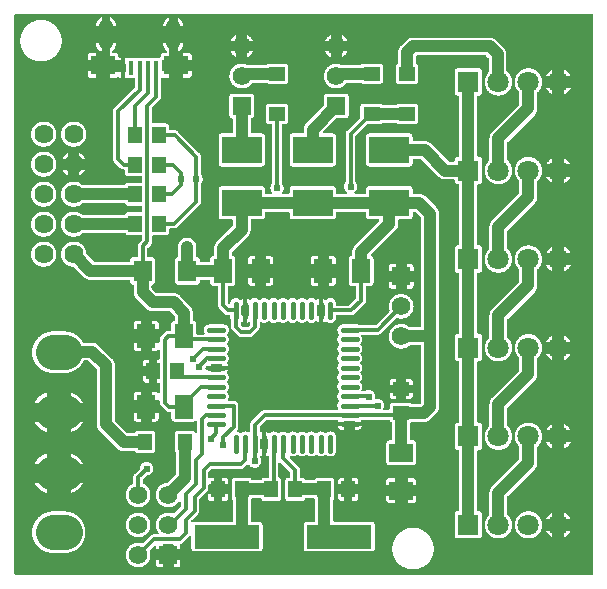
<source format=gtl>
G04 Layer: TopLayer*
G04 EasyEDA v6.2.44, 2019-10-08T14:21:55+02:00*
G04 eb769dd03b8a4f4b8b9bb7d3164b0f61,d54f43e133bf43b298e367d61d3b1b7b,10*
G04 Gerber Generator version 0.2*
G04 Scale: 100 percent, Rotated: No, Reflected: No *
G04 Dimensions in millimeters *
G04 leading zeros omitted , absolute positions ,3 integer and 3 decimal *
%FSLAX33Y33*%
%MOMM*%
G90*
G71D02*

%ADD11C,0.299999*%
%ADD12C,0.999998*%
%ADD13C,0.419989*%
%ADD14C,0.609600*%
%ADD15R,3.399993X2.286000*%
%ADD16R,1.160018X1.450010*%
%ADD17R,0.399999X1.199998*%
%ADD18R,2.099996X1.599997*%
%ADD19R,1.599997X1.799996*%
%ADD20R,1.399997X1.199998*%
%ADD21R,1.999996X1.600200*%
%ADD22R,1.600200X1.999996*%
%ADD23R,1.450010X1.160018*%
%ADD24R,1.199998X1.399997*%
%ADD25R,5.499989X1.999996*%
%ADD26C,1.574800*%
%ADD27R,1.574800X1.574800*%
%ADD28R,1.799996X1.799996*%
%ADD29C,1.799996*%
%ADD30C,1.624000*%
%ADD31C,2.999994*%
%ADD32C,1.199998*%

%LPD*%
G36*
G01X49141Y47744D02*
G01X358Y47744D01*
G01X343Y47743D01*
G01X329Y47740D01*
G01X315Y47735D01*
G01X303Y47728D01*
G01X291Y47719D01*
G01X281Y47709D01*
G01X272Y47697D01*
G01X265Y47684D01*
G01X260Y47671D01*
G01X257Y47657D01*
G01X256Y47642D01*
G01X256Y358D01*
G01X257Y343D01*
G01X260Y329D01*
G01X265Y315D01*
G01X272Y303D01*
G01X281Y291D01*
G01X291Y281D01*
G01X303Y272D01*
G01X315Y265D01*
G01X329Y260D01*
G01X343Y257D01*
G01X358Y256D01*
G01X49141Y256D01*
G01X49155Y257D01*
G01X49170Y260D01*
G01X49183Y265D01*
G01X49196Y272D01*
G01X49207Y281D01*
G01X49218Y291D01*
G01X49226Y303D01*
G01X49233Y315D01*
G01X49238Y329D01*
G01X49241Y343D01*
G01X49242Y358D01*
G01X49242Y47642D01*
G01X49241Y47657D01*
G01X49238Y47671D01*
G01X49233Y47684D01*
G01X49226Y47697D01*
G01X49218Y47709D01*
G01X49207Y47719D01*
G01X49196Y47728D01*
G01X49183Y47735D01*
G01X49170Y47740D01*
G01X49155Y47743D01*
G01X49141Y47744D01*
G37*

%LPC*%
G36*
G01X13336Y45302D02*
G01X12843Y45302D01*
G01X12843Y45300D01*
G01X12844Y45258D01*
G01X12847Y45216D01*
G01X12852Y45174D01*
G01X12859Y45133D01*
G01X12868Y45092D01*
G01X12880Y45051D01*
G01X12893Y45011D01*
G01X12908Y44972D01*
G01X12925Y44933D01*
G01X12944Y44896D01*
G01X12965Y44859D01*
G01X12988Y44824D01*
G01X13012Y44789D01*
G01X13038Y44756D01*
G01X13065Y44724D01*
G01X13095Y44694D01*
G01X13125Y44665D01*
G01X13157Y44637D01*
G01X13168Y44627D01*
G01X13177Y44615D01*
G01X13185Y44602D01*
G01X13190Y44588D01*
G01X13193Y44574D01*
G01X13194Y44559D01*
G01X13193Y44544D01*
G01X13190Y44530D01*
G01X13185Y44516D01*
G01X13178Y44504D01*
G01X13170Y44492D01*
G01X13159Y44482D01*
G01X13148Y44473D01*
G01X13135Y44466D01*
G01X13121Y44461D01*
G01X13107Y44458D01*
G01X13093Y44457D01*
G01X12899Y44457D01*
G01X12876Y44456D01*
G01X12852Y44453D01*
G01X12829Y44447D01*
G01X12807Y44440D01*
G01X12785Y44430D01*
G01X12764Y44419D01*
G01X12745Y44405D01*
G01X12726Y44390D01*
G01X12710Y44373D01*
G01X12695Y44355D01*
G01X12681Y44335D01*
G01X12670Y44315D01*
G01X12660Y44293D01*
G01X12652Y44271D01*
G01X12647Y44248D01*
G01X12644Y44224D01*
G01X12643Y44200D01*
G01X12643Y44147D01*
G01X12642Y44132D01*
G01X12639Y44118D01*
G01X12634Y44104D01*
G01X12627Y44092D01*
G01X12618Y44080D01*
G01X12608Y44070D01*
G01X12596Y44061D01*
G01X12583Y44054D01*
G01X12570Y44049D01*
G01X12556Y44046D01*
G01X12541Y44045D01*
G01X12515Y44048D01*
G01X12482Y44055D01*
G01X12449Y44057D01*
G01X12049Y44057D01*
G01X12022Y44055D01*
G01X11994Y44051D01*
G01X11968Y44044D01*
G01X11942Y44033D01*
G01X11928Y44028D01*
G01X11914Y44025D01*
G01X11899Y44024D01*
G01X11885Y44025D01*
G01X11870Y44028D01*
G01X11857Y44033D01*
G01X11831Y44044D01*
G01X11804Y44051D01*
G01X11777Y44055D01*
G01X11749Y44057D01*
G01X11349Y44057D01*
G01X11322Y44055D01*
G01X11294Y44051D01*
G01X11268Y44044D01*
G01X11242Y44033D01*
G01X11228Y44028D01*
G01X11214Y44025D01*
G01X11199Y44024D01*
G01X11185Y44025D01*
G01X11170Y44028D01*
G01X11157Y44033D01*
G01X11131Y44044D01*
G01X11104Y44051D01*
G01X11077Y44055D01*
G01X11049Y44057D01*
G01X10649Y44057D01*
G01X10622Y44055D01*
G01X10594Y44051D01*
G01X10568Y44044D01*
G01X10542Y44033D01*
G01X10528Y44028D01*
G01X10514Y44025D01*
G01X10499Y44024D01*
G01X10485Y44025D01*
G01X10470Y44028D01*
G01X10457Y44033D01*
G01X10431Y44044D01*
G01X10404Y44051D01*
G01X10377Y44055D01*
G01X10349Y44057D01*
G01X9949Y44057D01*
G01X9922Y44055D01*
G01X9894Y44051D01*
G01X9868Y44044D01*
G01X9842Y44033D01*
G01X9828Y44028D01*
G01X9814Y44025D01*
G01X9799Y44024D01*
G01X9785Y44025D01*
G01X9770Y44028D01*
G01X9757Y44033D01*
G01X9731Y44044D01*
G01X9704Y44051D01*
G01X9677Y44055D01*
G01X9649Y44057D01*
G01X9613Y44057D01*
G01X9613Y43562D01*
G01X9627Y43557D01*
G01X9641Y43551D01*
G01X9654Y43542D01*
G01X9665Y43532D01*
G01X9675Y43520D01*
G01X9683Y43507D01*
G01X9688Y43492D01*
G01X9692Y43478D01*
G01X9693Y43462D01*
G01X9693Y42938D01*
G01X9692Y42923D01*
G01X9688Y42908D01*
G01X9683Y42894D01*
G01X9675Y42881D01*
G01X9665Y42869D01*
G01X9654Y42859D01*
G01X9641Y42850D01*
G01X9627Y42844D01*
G01X9613Y42839D01*
G01X9613Y42344D01*
G01X9649Y42344D01*
G01X9677Y42345D01*
G01X9704Y42350D01*
G01X9731Y42357D01*
G01X9757Y42367D01*
G01X9770Y42373D01*
G01X9785Y42376D01*
G01X9799Y42377D01*
G01X9814Y42376D01*
G01X9828Y42373D01*
G01X9842Y42367D01*
G01X9868Y42357D01*
G01X9894Y42350D01*
G01X9922Y42345D01*
G01X9949Y42344D01*
G01X10341Y42344D01*
G01X10356Y42343D01*
G01X10370Y42340D01*
G01X10383Y42335D01*
G01X10396Y42328D01*
G01X10408Y42319D01*
G01X10418Y42309D01*
G01X10427Y42297D01*
G01X10434Y42284D01*
G01X10439Y42271D01*
G01X10442Y42257D01*
G01X10443Y42242D01*
G01X10443Y41561D01*
G01X10441Y41545D01*
G01X10438Y41530D01*
G01X10432Y41515D01*
G01X10423Y41501D01*
G01X10413Y41489D01*
G01X8712Y39788D01*
G01X8692Y39767D01*
G01X8674Y39744D01*
G01X8657Y39720D01*
G01X8642Y39695D01*
G01X8629Y39669D01*
G01X8618Y39642D01*
G01X8609Y39615D01*
G01X8602Y39587D01*
G01X8597Y39558D01*
G01X8594Y39529D01*
G01X8593Y39500D01*
G01X8593Y35500D01*
G01X8594Y35471D01*
G01X8597Y35443D01*
G01X8602Y35414D01*
G01X8609Y35386D01*
G01X8618Y35358D01*
G01X8629Y35332D01*
G01X8642Y35306D01*
G01X8657Y35281D01*
G01X8674Y35257D01*
G01X8692Y35234D01*
G01X8712Y35213D01*
G01X9212Y34713D01*
G01X9233Y34693D01*
G01X9255Y34675D01*
G01X9279Y34658D01*
G01X9304Y34644D01*
G01X9330Y34631D01*
G01X9357Y34620D01*
G01X9385Y34610D01*
G01X9413Y34603D01*
G01X9441Y34598D01*
G01X9470Y34595D01*
G01X9499Y34594D01*
G01X9529Y34594D01*
G01X9543Y34593D01*
G01X9558Y34590D01*
G01X9571Y34585D01*
G01X9584Y34578D01*
G01X9596Y34569D01*
G01X9606Y34559D01*
G01X9614Y34547D01*
G01X9621Y34535D01*
G01X9626Y34521D01*
G01X9630Y34507D01*
G01X9631Y34492D01*
G01X9631Y34275D01*
G01X9632Y34252D01*
G01X9635Y34228D01*
G01X9640Y34205D01*
G01X9648Y34183D01*
G01X9657Y34161D01*
G01X9669Y34140D01*
G01X9682Y34121D01*
G01X9698Y34103D01*
G01X9714Y34086D01*
G01X9733Y34071D01*
G01X9752Y34057D01*
G01X9773Y34046D01*
G01X9794Y34036D01*
G01X9817Y34029D01*
G01X9840Y34023D01*
G01X9863Y34020D01*
G01X9887Y34019D01*
G01X10991Y34019D01*
G01X11005Y34018D01*
G01X11020Y34015D01*
G01X11033Y34010D01*
G01X11046Y34003D01*
G01X11058Y33994D01*
G01X11068Y33984D01*
G01X11076Y33972D01*
G01X11083Y33960D01*
G01X11088Y33946D01*
G01X11092Y33932D01*
G01X11093Y33917D01*
G01X11093Y33584D01*
G01X11092Y33569D01*
G01X11088Y33555D01*
G01X11083Y33541D01*
G01X11076Y33529D01*
G01X11068Y33517D01*
G01X11058Y33507D01*
G01X11046Y33498D01*
G01X11033Y33491D01*
G01X11020Y33486D01*
G01X11005Y33483D01*
G01X10991Y33482D01*
G01X9887Y33482D01*
G01X9864Y33481D01*
G01X9840Y33478D01*
G01X9818Y33472D01*
G01X9795Y33465D01*
G01X9774Y33456D01*
G01X9753Y33444D01*
G01X9734Y33431D01*
G01X9716Y33416D01*
G01X9699Y33400D01*
G01X9684Y33382D01*
G01X9670Y33363D01*
G01X9659Y33342D01*
G01X9649Y33321D01*
G01X9642Y33307D01*
G01X9634Y33295D01*
G01X9623Y33284D01*
G01X9612Y33274D01*
G01X9598Y33267D01*
G01X9584Y33261D01*
G01X9570Y33258D01*
G01X9555Y33257D01*
G01X6065Y33257D01*
G01X6049Y33258D01*
G01X6035Y33261D01*
G01X6021Y33267D01*
G01X6007Y33275D01*
G01X5996Y33284D01*
G01X5960Y33315D01*
G01X5924Y33345D01*
G01X5886Y33373D01*
G01X5847Y33399D01*
G01X5807Y33424D01*
G01X5766Y33446D01*
G01X5724Y33467D01*
G01X5681Y33486D01*
G01X5637Y33504D01*
G01X5593Y33519D01*
G01X5548Y33532D01*
G01X5502Y33543D01*
G01X5456Y33553D01*
G01X5410Y33560D01*
G01X5363Y33565D01*
G01X5316Y33568D01*
G01X5269Y33569D01*
G01X5223Y33568D01*
G01X5176Y33565D01*
G01X5130Y33560D01*
G01X5084Y33553D01*
G01X5038Y33544D01*
G01X4993Y33533D01*
G01X4948Y33520D01*
G01X4904Y33505D01*
G01X4860Y33488D01*
G01X4818Y33469D01*
G01X4776Y33448D01*
G01X4735Y33426D01*
G01X4695Y33402D01*
G01X4656Y33376D01*
G01X4619Y33348D01*
G01X4582Y33319D01*
G01X4547Y33288D01*
G01X4514Y33256D01*
G01X4481Y33222D01*
G01X4451Y33187D01*
G01X4421Y33151D01*
G01X4394Y33113D01*
G01X4368Y33075D01*
G01X4344Y33035D01*
G01X4321Y32994D01*
G01X4301Y32952D01*
G01X4282Y32909D01*
G01X4265Y32866D01*
G01X4250Y32822D01*
G01X4237Y32777D01*
G01X4226Y32732D01*
G01X4217Y32686D01*
G01X4210Y32640D01*
G01X4205Y32594D01*
G01X4202Y32547D01*
G01X4201Y32500D01*
G01X4202Y32454D01*
G01X4205Y32407D01*
G01X4210Y32361D01*
G01X4217Y32315D01*
G01X4226Y32269D01*
G01X4237Y32224D01*
G01X4250Y32179D01*
G01X4265Y32135D01*
G01X4282Y32092D01*
G01X4301Y32049D01*
G01X4321Y32007D01*
G01X4344Y31966D01*
G01X4368Y31926D01*
G01X4394Y31888D01*
G01X4421Y31850D01*
G01X4451Y31814D01*
G01X4481Y31779D01*
G01X4514Y31745D01*
G01X4547Y31713D01*
G01X4582Y31682D01*
G01X4619Y31653D01*
G01X4656Y31625D01*
G01X4695Y31599D01*
G01X4735Y31575D01*
G01X4776Y31553D01*
G01X4818Y31532D01*
G01X4860Y31513D01*
G01X4904Y31496D01*
G01X4948Y31481D01*
G01X4993Y31468D01*
G01X5038Y31457D01*
G01X5084Y31448D01*
G01X5130Y31441D01*
G01X5176Y31436D01*
G01X5223Y31433D01*
G01X5269Y31432D01*
G01X5316Y31433D01*
G01X5363Y31436D01*
G01X5410Y31441D01*
G01X5456Y31448D01*
G01X5502Y31458D01*
G01X5548Y31469D01*
G01X5593Y31482D01*
G01X5637Y31497D01*
G01X5681Y31515D01*
G01X5724Y31534D01*
G01X5766Y31554D01*
G01X5807Y31577D01*
G01X5847Y31602D01*
G01X5886Y31628D01*
G01X5924Y31656D01*
G01X5960Y31686D01*
G01X5996Y31717D01*
G01X6007Y31726D01*
G01X6021Y31734D01*
G01X6035Y31739D01*
G01X6049Y31743D01*
G01X6065Y31744D01*
G01X9555Y31744D01*
G01X9570Y31743D01*
G01X9584Y31739D01*
G01X9598Y31734D01*
G01X9612Y31726D01*
G01X9623Y31717D01*
G01X9634Y31706D01*
G01X9642Y31694D01*
G01X9649Y31680D01*
G01X9659Y31659D01*
G01X9670Y31638D01*
G01X9684Y31619D01*
G01X9699Y31601D01*
G01X9716Y31585D01*
G01X9734Y31570D01*
G01X9753Y31557D01*
G01X9774Y31545D01*
G01X9795Y31536D01*
G01X9818Y31529D01*
G01X9840Y31523D01*
G01X9864Y31520D01*
G01X9887Y31519D01*
G01X10991Y31519D01*
G01X11005Y31518D01*
G01X11020Y31515D01*
G01X11033Y31510D01*
G01X11046Y31503D01*
G01X11058Y31494D01*
G01X11068Y31484D01*
G01X11076Y31472D01*
G01X11083Y31460D01*
G01X11088Y31446D01*
G01X11092Y31432D01*
G01X11093Y31417D01*
G01X11093Y31084D01*
G01X11092Y31069D01*
G01X11088Y31055D01*
G01X11083Y31041D01*
G01X11076Y31029D01*
G01X11068Y31017D01*
G01X11058Y31007D01*
G01X11046Y30998D01*
G01X11033Y30991D01*
G01X11020Y30986D01*
G01X11005Y30983D01*
G01X10991Y30982D01*
G01X9903Y30982D01*
G01X9880Y30981D01*
G01X9856Y30978D01*
G01X9834Y30972D01*
G01X9811Y30965D01*
G01X9790Y30956D01*
G01X9769Y30944D01*
G01X9750Y30931D01*
G01X9732Y30916D01*
G01X9715Y30900D01*
G01X9700Y30882D01*
G01X9686Y30863D01*
G01X9675Y30842D01*
G01X9665Y30821D01*
G01X9658Y30807D01*
G01X9650Y30795D01*
G01X9639Y30784D01*
G01X9628Y30774D01*
G01X9614Y30767D01*
G01X9600Y30761D01*
G01X9586Y30758D01*
G01X9571Y30757D01*
G01X6019Y30757D01*
G01X6002Y30759D01*
G01X5985Y30763D01*
G01X5969Y30770D01*
G01X5954Y30781D01*
G01X5915Y30811D01*
G01X5875Y30841D01*
G01X5834Y30868D01*
G01X5791Y30893D01*
G01X5747Y30916D01*
G01X5702Y30937D01*
G01X5657Y30956D01*
G01X5610Y30973D01*
G01X5563Y30988D01*
G01X5515Y31000D01*
G01X5466Y31011D01*
G01X5417Y31019D01*
G01X5368Y31024D01*
G01X5319Y31028D01*
G01X5269Y31029D01*
G01X5223Y31028D01*
G01X5176Y31025D01*
G01X5130Y31020D01*
G01X5084Y31013D01*
G01X5038Y31004D01*
G01X4993Y30993D01*
G01X4948Y30980D01*
G01X4904Y30965D01*
G01X4860Y30948D01*
G01X4818Y30929D01*
G01X4776Y30908D01*
G01X4735Y30886D01*
G01X4695Y30862D01*
G01X4656Y30836D01*
G01X4619Y30808D01*
G01X4582Y30779D01*
G01X4547Y30748D01*
G01X4514Y30716D01*
G01X4481Y30682D01*
G01X4451Y30647D01*
G01X4421Y30611D01*
G01X4394Y30573D01*
G01X4368Y30535D01*
G01X4344Y30495D01*
G01X4321Y30454D01*
G01X4301Y30412D01*
G01X4282Y30369D01*
G01X4265Y30326D01*
G01X4250Y30282D01*
G01X4237Y30237D01*
G01X4226Y30192D01*
G01X4217Y30146D01*
G01X4210Y30100D01*
G01X4205Y30054D01*
G01X4202Y30007D01*
G01X4201Y29960D01*
G01X4202Y29914D01*
G01X4205Y29867D01*
G01X4210Y29821D01*
G01X4217Y29775D01*
G01X4226Y29729D01*
G01X4237Y29684D01*
G01X4250Y29639D01*
G01X4265Y29595D01*
G01X4282Y29552D01*
G01X4301Y29509D01*
G01X4321Y29467D01*
G01X4344Y29426D01*
G01X4368Y29386D01*
G01X4394Y29348D01*
G01X4421Y29310D01*
G01X4451Y29274D01*
G01X4481Y29239D01*
G01X4514Y29205D01*
G01X4547Y29173D01*
G01X4582Y29142D01*
G01X4619Y29113D01*
G01X4656Y29085D01*
G01X4695Y29059D01*
G01X4735Y29035D01*
G01X4776Y29013D01*
G01X4818Y28992D01*
G01X4860Y28973D01*
G01X4904Y28956D01*
G01X4948Y28941D01*
G01X4993Y28928D01*
G01X5038Y28917D01*
G01X5084Y28908D01*
G01X5130Y28901D01*
G01X5176Y28896D01*
G01X5223Y28893D01*
G01X5269Y28892D01*
G01X5316Y28893D01*
G01X5364Y28896D01*
G01X5411Y28901D01*
G01X5457Y28909D01*
G01X5504Y28918D01*
G01X5549Y28929D01*
G01X5595Y28943D01*
G01X5640Y28958D01*
G01X5684Y28976D01*
G01X5727Y28995D01*
G01X5769Y29016D01*
G01X5810Y29039D01*
G01X5850Y29064D01*
G01X5890Y29090D01*
G01X5927Y29119D01*
G01X5964Y29149D01*
G01X5999Y29180D01*
G01X6033Y29213D01*
G01X6045Y29224D01*
G01X6059Y29233D01*
G01X6074Y29239D01*
G01X6090Y29243D01*
G01X6106Y29244D01*
G01X9571Y29244D01*
G01X9586Y29243D01*
G01X9600Y29239D01*
G01X9614Y29234D01*
G01X9628Y29226D01*
G01X9639Y29217D01*
G01X9650Y29206D01*
G01X9658Y29194D01*
G01X9665Y29180D01*
G01X9675Y29159D01*
G01X9686Y29138D01*
G01X9700Y29119D01*
G01X9715Y29101D01*
G01X9732Y29085D01*
G01X9750Y29070D01*
G01X9769Y29057D01*
G01X9790Y29045D01*
G01X9811Y29036D01*
G01X9834Y29029D01*
G01X9856Y29023D01*
G01X9880Y29020D01*
G01X9903Y29019D01*
G01X10991Y29019D01*
G01X11005Y29018D01*
G01X11020Y29015D01*
G01X11033Y29010D01*
G01X11046Y29003D01*
G01X11058Y28994D01*
G01X11068Y28984D01*
G01X11076Y28972D01*
G01X11083Y28960D01*
G01X11088Y28946D01*
G01X11092Y28932D01*
G01X11093Y28917D01*
G01X11093Y28711D01*
G01X11091Y28695D01*
G01X11088Y28679D01*
G01X11082Y28665D01*
G01X11073Y28651D01*
G01X11063Y28639D01*
G01X10812Y28388D01*
G01X10792Y28367D01*
G01X10774Y28344D01*
G01X10757Y28320D01*
G01X10742Y28295D01*
G01X10729Y28269D01*
G01X10718Y28242D01*
G01X10709Y28215D01*
G01X10702Y28187D01*
G01X10697Y28158D01*
G01X10694Y28129D01*
G01X10693Y28100D01*
G01X10693Y27259D01*
G01X10691Y27244D01*
G01X10688Y27230D01*
G01X10683Y27216D01*
G01X10676Y27204D01*
G01X10668Y27192D01*
G01X10657Y27182D01*
G01X10646Y27173D01*
G01X10633Y27166D01*
G01X10620Y27161D01*
G01X10605Y27158D01*
G01X10591Y27157D01*
G01X10299Y27157D01*
G01X10275Y27156D01*
G01X10252Y27153D01*
G01X10229Y27147D01*
G01X10206Y27140D01*
G01X10185Y27130D01*
G01X10164Y27119D01*
G01X10145Y27105D01*
G01X10126Y27090D01*
G01X10110Y27073D01*
G01X10094Y27055D01*
G01X10081Y27035D01*
G01X10069Y27015D01*
G01X10060Y26993D01*
G01X10052Y26971D01*
G01X10047Y26948D01*
G01X10044Y26924D01*
G01X10043Y26900D01*
G01X10043Y26859D01*
G01X10042Y26844D01*
G01X10038Y26830D01*
G01X10033Y26816D01*
G01X10026Y26804D01*
G01X10018Y26792D01*
G01X10008Y26782D01*
G01X9996Y26773D01*
G01X9983Y26766D01*
G01X9970Y26761D01*
G01X9955Y26758D01*
G01X9941Y26757D01*
G01X7045Y26757D01*
G01X7029Y26758D01*
G01X7013Y26762D01*
G01X6998Y26768D01*
G01X6985Y26776D01*
G01X6973Y26787D01*
G01X6367Y27393D01*
G01X6357Y27404D01*
G01X6349Y27417D01*
G01X6343Y27431D01*
G01X6339Y27446D01*
G01X6337Y27461D01*
G01X6334Y27508D01*
G01X6329Y27554D01*
G01X6322Y27600D01*
G01X6313Y27646D01*
G01X6303Y27692D01*
G01X6290Y27737D01*
G01X6275Y27781D01*
G01X6258Y27825D01*
G01X6239Y27868D01*
G01X6219Y27910D01*
G01X6197Y27951D01*
G01X6172Y27991D01*
G01X6147Y28030D01*
G01X6119Y28068D01*
G01X6090Y28105D01*
G01X6059Y28140D01*
G01X6027Y28174D01*
G01X5993Y28206D01*
G01X5958Y28237D01*
G01X5922Y28267D01*
G01X5884Y28294D01*
G01X5845Y28320D01*
G01X5805Y28345D01*
G01X5764Y28367D01*
G01X5722Y28388D01*
G01X5679Y28407D01*
G01X5636Y28424D01*
G01X5592Y28439D01*
G01X5547Y28452D01*
G01X5501Y28463D01*
G01X5455Y28473D01*
G01X5409Y28480D01*
G01X5363Y28485D01*
G01X5316Y28488D01*
G01X5269Y28489D01*
G01X5223Y28488D01*
G01X5176Y28485D01*
G01X5130Y28480D01*
G01X5084Y28473D01*
G01X5038Y28464D01*
G01X4993Y28453D01*
G01X4948Y28440D01*
G01X4904Y28425D01*
G01X4860Y28408D01*
G01X4818Y28389D01*
G01X4776Y28368D01*
G01X4735Y28346D01*
G01X4695Y28322D01*
G01X4656Y28296D01*
G01X4619Y28268D01*
G01X4582Y28239D01*
G01X4547Y28208D01*
G01X4514Y28176D01*
G01X4481Y28142D01*
G01X4451Y28107D01*
G01X4421Y28071D01*
G01X4394Y28033D01*
G01X4368Y27995D01*
G01X4344Y27955D01*
G01X4321Y27914D01*
G01X4301Y27872D01*
G01X4282Y27829D01*
G01X4265Y27786D01*
G01X4250Y27742D01*
G01X4237Y27697D01*
G01X4226Y27652D01*
G01X4217Y27606D01*
G01X4210Y27560D01*
G01X4205Y27514D01*
G01X4202Y27467D01*
G01X4201Y27420D01*
G01X4202Y27374D01*
G01X4205Y27327D01*
G01X4210Y27280D01*
G01X4217Y27234D01*
G01X4226Y27188D01*
G01X4237Y27143D01*
G01X4250Y27098D01*
G01X4265Y27054D01*
G01X4283Y27010D01*
G01X4301Y26967D01*
G01X4322Y26925D01*
G01X4345Y26884D01*
G01X4369Y26844D01*
G01X4395Y26806D01*
G01X4423Y26768D01*
G01X4452Y26731D01*
G01X4483Y26696D01*
G01X4516Y26663D01*
G01X4550Y26630D01*
G01X4585Y26600D01*
G01X4622Y26570D01*
G01X4659Y26543D01*
G01X4698Y26517D01*
G01X4739Y26493D01*
G01X4780Y26471D01*
G01X4822Y26450D01*
G01X4865Y26431D01*
G01X4908Y26415D01*
G01X4953Y26400D01*
G01X4998Y26387D01*
G01X5043Y26376D01*
G01X5089Y26367D01*
G01X5135Y26360D01*
G01X5182Y26355D01*
G01X5229Y26353D01*
G01X5244Y26351D01*
G01X5258Y26347D01*
G01X5272Y26341D01*
G01X5285Y26333D01*
G01X5297Y26323D01*
G01X6154Y25465D01*
G01X6183Y25438D01*
G01X6213Y25412D01*
G01X6244Y25388D01*
G01X6277Y25366D01*
G01X6311Y25345D01*
G01X6346Y25326D01*
G01X6381Y25309D01*
G01X6418Y25294D01*
G01X6455Y25281D01*
G01X6493Y25270D01*
G01X6532Y25260D01*
G01X6571Y25253D01*
G01X6610Y25248D01*
G01X6650Y25245D01*
G01X6689Y25244D01*
G01X9941Y25244D01*
G01X9955Y25243D01*
G01X9970Y25240D01*
G01X9983Y25235D01*
G01X9996Y25228D01*
G01X10008Y25219D01*
G01X10018Y25209D01*
G01X10026Y25197D01*
G01X10033Y25184D01*
G01X10038Y25171D01*
G01X10042Y25157D01*
G01X10043Y25142D01*
G01X10043Y25100D01*
G01X10044Y25076D01*
G01X10047Y25053D01*
G01X10053Y25029D01*
G01X10060Y25006D01*
G01X10070Y24984D01*
G01X10082Y24963D01*
G01X10096Y24944D01*
G01X10112Y24925D01*
G01X10129Y24909D01*
G01X10148Y24893D01*
G01X10168Y24880D01*
G01X10189Y24869D01*
G01X10211Y24859D01*
G01X10234Y24852D01*
G01X10258Y24847D01*
G01X10273Y24843D01*
G01X10288Y24837D01*
G01X10301Y24829D01*
G01X10313Y24819D01*
G01X10324Y24807D01*
G01X10332Y24793D01*
G01X10338Y24778D01*
G01X10342Y24763D01*
G01X10343Y24747D01*
G01X10343Y24208D01*
G01X10344Y24169D01*
G01X10347Y24129D01*
G01X10352Y24090D01*
G01X10359Y24051D01*
G01X10369Y24012D01*
G01X10380Y23974D01*
G01X10393Y23937D01*
G01X10408Y23901D01*
G01X10425Y23865D01*
G01X10444Y23830D01*
G01X10465Y23796D01*
G01X10487Y23764D01*
G01X10511Y23732D01*
G01X10537Y23702D01*
G01X10564Y23673D01*
G01X11410Y22827D01*
G01X11439Y22800D01*
G01X11469Y22774D01*
G01X11500Y22750D01*
G01X11533Y22728D01*
G01X11567Y22707D01*
G01X11602Y22688D01*
G01X11637Y22671D01*
G01X11674Y22656D01*
G01X11711Y22643D01*
G01X11749Y22632D01*
G01X11788Y22622D01*
G01X11827Y22615D01*
G01X11866Y22610D01*
G01X11906Y22607D01*
G01X11945Y22606D01*
G01X13360Y22606D01*
G01X13377Y22605D01*
G01X13392Y22601D01*
G01X13407Y22594D01*
G01X13421Y22586D01*
G01X13433Y22575D01*
G01X13814Y22183D01*
G01X13824Y22171D01*
G01X13832Y22158D01*
G01X13838Y22143D01*
G01X13842Y22128D01*
G01X13843Y22112D01*
G01X13843Y21854D01*
G01X13842Y21838D01*
G01X13838Y21823D01*
G01X13832Y21808D01*
G01X13824Y21794D01*
G01X13813Y21782D01*
G01X13801Y21772D01*
G01X13788Y21764D01*
G01X13773Y21757D01*
G01X13758Y21754D01*
G01X13734Y21749D01*
G01X13711Y21741D01*
G01X13689Y21732D01*
G01X13668Y21721D01*
G01X13648Y21708D01*
G01X13629Y21692D01*
G01X13612Y21676D01*
G01X13596Y21657D01*
G01X13582Y21637D01*
G01X13570Y21617D01*
G01X13560Y21595D01*
G01X13553Y21572D01*
G01X13547Y21548D01*
G01X13544Y21525D01*
G01X13542Y21500D01*
G01X13542Y21008D01*
G01X13541Y20994D01*
G01X13538Y20979D01*
G01X13533Y20966D01*
G01X13526Y20953D01*
G01X13518Y20941D01*
G01X13507Y20931D01*
G01X13496Y20923D01*
G01X13483Y20916D01*
G01X13469Y20910D01*
G01X13455Y20907D01*
G01X13441Y20906D01*
G01X13274Y20906D01*
G01X13245Y20905D01*
G01X13216Y20902D01*
G01X13187Y20897D01*
G01X13159Y20890D01*
G01X13131Y20881D01*
G01X13105Y20870D01*
G01X13079Y20857D01*
G01X13054Y20842D01*
G01X13030Y20825D01*
G01X13007Y20807D01*
G01X12986Y20787D01*
G01X12674Y20475D01*
G01X12638Y20434D01*
G01X12621Y20410D01*
G01X12606Y20385D01*
G01X12592Y20359D01*
G01X12581Y20332D01*
G01X12572Y20304D01*
G01X12564Y20275D01*
G01X12559Y20246D01*
G01X12556Y20217D01*
G01X12555Y20187D01*
G01X12555Y20039D01*
G01X12554Y20024D01*
G01X12550Y20010D01*
G01X12545Y19996D01*
G01X12538Y19984D01*
G01X12530Y19972D01*
G01X12520Y19962D01*
G01X12508Y19953D01*
G01X12495Y19946D01*
G01X12482Y19941D01*
G01X12467Y19938D01*
G01X12453Y19937D01*
G01X11863Y19937D01*
G01X11863Y19244D01*
G01X12199Y19244D01*
G01X12224Y19245D01*
G01X12249Y19249D01*
G01X12274Y19255D01*
G01X12298Y19264D01*
G01X12320Y19274D01*
G01X12342Y19287D01*
G01X12362Y19302D01*
G01X12381Y19319D01*
G01X12393Y19330D01*
G01X12407Y19338D01*
G01X12422Y19344D01*
G01X12437Y19348D01*
G01X12453Y19349D01*
G01X12467Y19348D01*
G01X12482Y19345D01*
G01X12495Y19340D01*
G01X12508Y19333D01*
G01X12520Y19325D01*
G01X12530Y19314D01*
G01X12538Y19303D01*
G01X12545Y19290D01*
G01X12550Y19276D01*
G01X12554Y19262D01*
G01X12555Y19248D01*
G01X12555Y18584D01*
G01X12554Y18569D01*
G01X12550Y18555D01*
G01X12545Y18541D01*
G01X12538Y18529D01*
G01X12530Y18517D01*
G01X12520Y18507D01*
G01X12508Y18498D01*
G01X12495Y18491D01*
G01X12482Y18486D01*
G01X12467Y18483D01*
G01X12453Y18482D01*
G01X12337Y18482D01*
G01X12337Y17926D01*
G01X12453Y17926D01*
G01X12467Y17925D01*
G01X12482Y17922D01*
G01X12495Y17917D01*
G01X12508Y17910D01*
G01X12520Y17902D01*
G01X12530Y17891D01*
G01X12538Y17880D01*
G01X12545Y17867D01*
G01X12550Y17853D01*
G01X12554Y17839D01*
G01X12555Y17825D01*
G01X12555Y17176D01*
G01X12554Y17162D01*
G01X12550Y17147D01*
G01X12545Y17134D01*
G01X12538Y17121D01*
G01X12530Y17110D01*
G01X12520Y17099D01*
G01X12508Y17091D01*
G01X12495Y17084D01*
G01X12482Y17079D01*
G01X12467Y17075D01*
G01X12453Y17074D01*
G01X12337Y17074D01*
G01X12337Y16519D01*
G01X12453Y16519D01*
G01X12467Y16518D01*
G01X12482Y16515D01*
G01X12495Y16510D01*
G01X12508Y16503D01*
G01X12520Y16494D01*
G01X12530Y16484D01*
G01X12538Y16472D01*
G01X12545Y16460D01*
G01X12550Y16446D01*
G01X12554Y16432D01*
G01X12555Y16417D01*
G01X12555Y15753D01*
G01X12554Y15739D01*
G01X12550Y15725D01*
G01X12545Y15711D01*
G01X12538Y15698D01*
G01X12530Y15687D01*
G01X12520Y15676D01*
G01X12508Y15668D01*
G01X12495Y15661D01*
G01X12482Y15656D01*
G01X12467Y15653D01*
G01X12453Y15652D01*
G01X12437Y15653D01*
G01X12422Y15657D01*
G01X12407Y15663D01*
G01X12393Y15671D01*
G01X12381Y15681D01*
G01X12362Y15698D01*
G01X12342Y15714D01*
G01X12320Y15727D01*
G01X12298Y15737D01*
G01X12274Y15746D01*
G01X12249Y15752D01*
G01X12224Y15756D01*
G01X12199Y15757D01*
G01X11863Y15757D01*
G01X11863Y15064D01*
G01X12453Y15064D01*
G01X12467Y15063D01*
G01X12482Y15060D01*
G01X12495Y15055D01*
G01X12508Y15048D01*
G01X12520Y15039D01*
G01X12530Y15029D01*
G01X12538Y15017D01*
G01X12545Y15005D01*
G01X12550Y14991D01*
G01X12554Y14977D01*
G01X12555Y14962D01*
G01X12555Y14853D01*
G01X12556Y14824D01*
G01X12559Y14795D01*
G01X12564Y14766D01*
G01X12572Y14737D01*
G01X12581Y14709D01*
G01X12592Y14682D01*
G01X12606Y14656D01*
G01X12621Y14631D01*
G01X12638Y14607D01*
G01X12674Y14566D01*
G01X13055Y14185D01*
G01X13076Y14165D01*
G01X13098Y14147D01*
G01X13122Y14130D01*
G01X13147Y14116D01*
G01X13173Y14103D01*
G01X13200Y14092D01*
G01X13228Y14082D01*
G01X13256Y14075D01*
G01X13284Y14070D01*
G01X13313Y14067D01*
G01X13342Y14066D01*
G01X13382Y14068D01*
G01X13421Y14074D01*
G01X13441Y14076D01*
G01X13455Y14075D01*
G01X13469Y14071D01*
G01X13483Y14066D01*
G01X13496Y14059D01*
G01X13507Y14051D01*
G01X13518Y14041D01*
G01X13526Y14029D01*
G01X13533Y14016D01*
G01X13538Y14003D01*
G01X13541Y13988D01*
G01X13542Y13974D01*
G01X13542Y13500D01*
G01X13544Y13477D01*
G01X13547Y13453D01*
G01X13552Y13430D01*
G01X13560Y13408D01*
G01X13569Y13386D01*
G01X13581Y13365D01*
G01X13594Y13346D01*
G01X13609Y13328D01*
G01X13626Y13311D01*
G01X13644Y13296D01*
G01X13664Y13282D01*
G01X13685Y13271D01*
G01X13706Y13261D01*
G01X13729Y13254D01*
G01X13752Y13248D01*
G01X13775Y13245D01*
G01X13799Y13244D01*
G01X15399Y13244D01*
G01X15425Y13245D01*
G01X15450Y13249D01*
G01X15474Y13255D01*
G01X15498Y13264D01*
G01X15521Y13275D01*
G01X15543Y13288D01*
G01X15563Y13303D01*
G01X15578Y13313D01*
G01X15593Y13320D01*
G01X15610Y13325D01*
G01X15628Y13326D01*
G01X15642Y13325D01*
G01X15657Y13322D01*
G01X15670Y13317D01*
G01X15683Y13310D01*
G01X15695Y13302D01*
G01X15705Y13291D01*
G01X15713Y13280D01*
G01X15720Y13267D01*
G01X15725Y13254D01*
G01X15729Y13239D01*
G01X15730Y13225D01*
G01X15730Y12342D01*
G01X15729Y12328D01*
G01X15725Y12314D01*
G01X15720Y12300D01*
G01X15713Y12287D01*
G01X15705Y12276D01*
G01X15695Y12265D01*
G01X15683Y12257D01*
G01X15670Y12250D01*
G01X15657Y12245D01*
G01X15642Y12242D01*
G01X15628Y12241D01*
G01X15613Y12242D01*
G01X15599Y12245D01*
G01X15585Y12250D01*
G01X15572Y12257D01*
G01X15560Y12266D01*
G01X15550Y12277D01*
G01X15542Y12289D01*
G01X15535Y12302D01*
G01X15525Y12323D01*
G01X15513Y12342D01*
G01X15499Y12361D01*
G01X15484Y12378D01*
G01X15468Y12394D01*
G01X15450Y12408D01*
G01X15430Y12421D01*
G01X15410Y12432D01*
G01X15389Y12441D01*
G01X15367Y12448D01*
G01X15345Y12453D01*
G01X15322Y12456D01*
G01X15299Y12457D01*
G01X14099Y12457D01*
G01X14075Y12456D01*
G01X14052Y12453D01*
G01X14029Y12447D01*
G01X14006Y12440D01*
G01X13985Y12430D01*
G01X13964Y12419D01*
G01X13945Y12405D01*
G01X13926Y12390D01*
G01X13910Y12373D01*
G01X13894Y12355D01*
G01X13881Y12335D01*
G01X13869Y12315D01*
G01X13860Y12293D01*
G01X13852Y12271D01*
G01X13847Y12248D01*
G01X13844Y12224D01*
G01X13843Y12200D01*
G01X13843Y10800D01*
G01X13844Y10776D01*
G01X13847Y10752D01*
G01X13853Y10728D01*
G01X13861Y10705D01*
G01X13871Y10682D01*
G01X13884Y10661D01*
G01X13898Y10641D01*
G01X13914Y10623D01*
G01X13924Y10611D01*
G01X13932Y10597D01*
G01X13938Y10583D01*
G01X13941Y10568D01*
G01X13943Y10552D01*
G01X13943Y8826D01*
G01X13941Y8810D01*
G01X13938Y8795D01*
G01X13932Y8780D01*
G01X13923Y8766D01*
G01X13913Y8754D01*
G01X13271Y8112D01*
G01X13260Y8102D01*
G01X13247Y8094D01*
G01X13234Y8088D01*
G01X13220Y8084D01*
G01X13205Y8082D01*
G01X13159Y8079D01*
G01X13113Y8073D01*
G01X13067Y8065D01*
G01X13022Y8055D01*
G01X12977Y8043D01*
G01X12933Y8029D01*
G01X12890Y8013D01*
G01X12847Y7995D01*
G01X12805Y7975D01*
G01X12764Y7954D01*
G01X12724Y7931D01*
G01X12685Y7906D01*
G01X12647Y7879D01*
G01X12610Y7850D01*
G01X12575Y7820D01*
G01X12541Y7789D01*
G01X12509Y7756D01*
G01X12478Y7721D01*
G01X12448Y7685D01*
G01X12420Y7648D01*
G01X12394Y7610D01*
G01X12370Y7571D01*
G01X12347Y7530D01*
G01X12326Y7489D01*
G01X12307Y7447D01*
G01X12290Y7403D01*
G01X12275Y7360D01*
G01X12262Y7315D01*
G01X12251Y7270D01*
G01X12242Y7225D01*
G01X12234Y7179D01*
G01X12229Y7133D01*
G01X12226Y7087D01*
G01X12225Y7040D01*
G01X12226Y6994D01*
G01X12229Y6947D01*
G01X12235Y6900D01*
G01X12242Y6854D01*
G01X12251Y6808D01*
G01X12263Y6763D01*
G01X12276Y6718D01*
G01X12292Y6674D01*
G01X12309Y6630D01*
G01X12329Y6587D01*
G01X12350Y6546D01*
G01X12373Y6505D01*
G01X12398Y6465D01*
G01X12425Y6427D01*
G01X12453Y6390D01*
G01X12483Y6354D01*
G01X12515Y6319D01*
G01X12548Y6286D01*
G01X12582Y6254D01*
G01X12618Y6224D01*
G01X12656Y6196D01*
G01X12694Y6169D01*
G01X12734Y6144D01*
G01X12774Y6121D01*
G01X12816Y6100D01*
G01X12859Y6080D01*
G01X12902Y6063D01*
G01X12947Y6048D01*
G01X12991Y6034D01*
G01X13037Y6023D01*
G01X13083Y6013D01*
G01X13129Y6006D01*
G01X13176Y6001D01*
G01X13222Y5998D01*
G01X13269Y5996D01*
G01X13316Y5998D01*
G01X13364Y6001D01*
G01X13411Y6006D01*
G01X13457Y6014D01*
G01X13504Y6023D01*
G01X13549Y6035D01*
G01X13595Y6049D01*
G01X13639Y6064D01*
G01X13683Y6082D01*
G01X13726Y6102D01*
G01X13768Y6123D01*
G01X13809Y6147D01*
G01X13849Y6172D01*
G01X13888Y6200D01*
G01X13925Y6228D01*
G01X13961Y6259D01*
G01X13996Y6291D01*
G01X14029Y6325D01*
G01X14061Y6360D01*
G01X14091Y6396D01*
G01X14119Y6434D01*
G01X14146Y6473D01*
G01X14154Y6485D01*
G01X14165Y6495D01*
G01X14176Y6504D01*
G01X14189Y6511D01*
G01X14202Y6516D01*
G01X14217Y6519D01*
G01X14231Y6520D01*
G01X14245Y6519D01*
G01X14260Y6516D01*
G01X14273Y6511D01*
G01X14286Y6504D01*
G01X14298Y6495D01*
G01X14308Y6485D01*
G01X14316Y6473D01*
G01X14323Y6460D01*
G01X14328Y6447D01*
G01X14332Y6433D01*
G01X14333Y6418D01*
G01X14333Y6047D01*
G01X14331Y6031D01*
G01X14328Y6016D01*
G01X14322Y6001D01*
G01X14313Y5987D01*
G01X14303Y5975D01*
G01X13804Y5476D01*
G01X13792Y5466D01*
G01X13778Y5458D01*
G01X13764Y5452D01*
G01X13748Y5448D01*
G01X13732Y5447D01*
G01X13711Y5449D01*
G01X13691Y5455D01*
G01X13647Y5474D01*
G01X13601Y5490D01*
G01X13555Y5504D01*
G01X13508Y5517D01*
G01X13461Y5527D01*
G01X13413Y5534D01*
G01X13366Y5540D01*
G01X13317Y5543D01*
G01X13269Y5544D01*
G01X13222Y5543D01*
G01X13176Y5540D01*
G01X13129Y5535D01*
G01X13083Y5528D01*
G01X13037Y5518D01*
G01X12991Y5507D01*
G01X12947Y5493D01*
G01X12902Y5478D01*
G01X12859Y5460D01*
G01X12816Y5441D01*
G01X12774Y5420D01*
G01X12734Y5397D01*
G01X12694Y5372D01*
G01X12656Y5345D01*
G01X12618Y5317D01*
G01X12582Y5287D01*
G01X12548Y5255D01*
G01X12515Y5222D01*
G01X12483Y5187D01*
G01X12453Y5151D01*
G01X12425Y5114D01*
G01X12398Y5076D01*
G01X12373Y5036D01*
G01X12350Y4995D01*
G01X12329Y4953D01*
G01X12309Y4911D01*
G01X12292Y4867D01*
G01X12276Y4823D01*
G01X12263Y4778D01*
G01X12251Y4733D01*
G01X12242Y4687D01*
G01X12235Y4641D01*
G01X12229Y4594D01*
G01X12226Y4547D01*
G01X12225Y4500D01*
G01X12226Y4452D01*
G01X12230Y4403D01*
G01X12235Y4355D01*
G01X12243Y4307D01*
G01X12253Y4259D01*
G01X12266Y4212D01*
G01X12280Y4166D01*
G01X12297Y4120D01*
G01X12316Y4075D01*
G01X12337Y4031D01*
G01X12360Y3988D01*
G01X12384Y3946D01*
G01X12411Y3906D01*
G01X12440Y3866D01*
G01X12449Y3852D01*
G01X12455Y3837D01*
G01X12459Y3821D01*
G01X12461Y3805D01*
G01X12460Y3790D01*
G01X12457Y3776D01*
G01X12452Y3762D01*
G01X12445Y3750D01*
G01X12436Y3738D01*
G01X12426Y3728D01*
G01X12414Y3719D01*
G01X12401Y3712D01*
G01X12388Y3707D01*
G01X12374Y3704D01*
G01X12359Y3703D01*
G01X12065Y3703D01*
G01X12036Y3702D01*
G01X12007Y3699D01*
G01X11979Y3694D01*
G01X11951Y3686D01*
G01X11923Y3677D01*
G01X11896Y3666D01*
G01X11870Y3653D01*
G01X11845Y3638D01*
G01X11821Y3622D01*
G01X11799Y3604D01*
G01X11778Y3584D01*
G01X11168Y2974D01*
G01X11155Y2964D01*
G01X11142Y2955D01*
G01X11127Y2949D01*
G01X11112Y2945D01*
G01X11096Y2944D01*
G01X11079Y2945D01*
G01X11063Y2949D01*
G01X11017Y2964D01*
G01X10970Y2976D01*
G01X10922Y2986D01*
G01X10874Y2994D01*
G01X10826Y3000D01*
G01X10778Y3003D01*
G01X10729Y3004D01*
G01X10682Y3003D01*
G01X10636Y3000D01*
G01X10589Y2995D01*
G01X10543Y2988D01*
G01X10497Y2978D01*
G01X10451Y2967D01*
G01X10407Y2953D01*
G01X10362Y2938D01*
G01X10319Y2920D01*
G01X10276Y2901D01*
G01X10234Y2880D01*
G01X10194Y2857D01*
G01X10154Y2832D01*
G01X10116Y2805D01*
G01X10078Y2777D01*
G01X10042Y2747D01*
G01X10008Y2715D01*
G01X9975Y2682D01*
G01X9943Y2647D01*
G01X9913Y2611D01*
G01X9885Y2574D01*
G01X9858Y2536D01*
G01X9833Y2496D01*
G01X9810Y2455D01*
G01X9789Y2413D01*
G01X9769Y2371D01*
G01X9752Y2327D01*
G01X9736Y2283D01*
G01X9723Y2238D01*
G01X9711Y2193D01*
G01X9702Y2147D01*
G01X9695Y2101D01*
G01X9689Y2054D01*
G01X9686Y2007D01*
G01X9685Y1960D01*
G01X9686Y1914D01*
G01X9689Y1867D01*
G01X9695Y1820D01*
G01X9702Y1774D01*
G01X9711Y1728D01*
G01X9723Y1683D01*
G01X9736Y1638D01*
G01X9752Y1594D01*
G01X9769Y1550D01*
G01X9789Y1507D01*
G01X9810Y1466D01*
G01X9833Y1425D01*
G01X9858Y1385D01*
G01X9885Y1347D01*
G01X9913Y1310D01*
G01X9943Y1274D01*
G01X9975Y1239D01*
G01X10008Y1206D01*
G01X10042Y1174D01*
G01X10078Y1144D01*
G01X10116Y1116D01*
G01X10154Y1089D01*
G01X10194Y1064D01*
G01X10234Y1041D01*
G01X10276Y1020D01*
G01X10319Y1000D01*
G01X10362Y983D01*
G01X10407Y968D01*
G01X10451Y954D01*
G01X10497Y943D01*
G01X10543Y933D01*
G01X10589Y926D01*
G01X10636Y921D01*
G01X10682Y918D01*
G01X10729Y916D01*
G01X10776Y918D01*
G01X10823Y921D01*
G01X10869Y926D01*
G01X10916Y933D01*
G01X10961Y943D01*
G01X11007Y954D01*
G01X11052Y968D01*
G01X11096Y983D01*
G01X11139Y1000D01*
G01X11182Y1020D01*
G01X11224Y1041D01*
G01X11265Y1064D01*
G01X11304Y1089D01*
G01X11343Y1116D01*
G01X11380Y1144D01*
G01X11416Y1174D01*
G01X11451Y1206D01*
G01X11484Y1239D01*
G01X11515Y1274D01*
G01X11545Y1310D01*
G01X11574Y1347D01*
G01X11600Y1385D01*
G01X11625Y1425D01*
G01X11648Y1466D01*
G01X11670Y1507D01*
G01X11689Y1550D01*
G01X11706Y1594D01*
G01X11722Y1638D01*
G01X11735Y1683D01*
G01X11747Y1728D01*
G01X11756Y1774D01*
G01X11764Y1820D01*
G01X11769Y1867D01*
G01X11772Y1914D01*
G01X11773Y1960D01*
G01X11772Y2009D01*
G01X11769Y2057D01*
G01X11763Y2106D01*
G01X11755Y2154D01*
G01X11745Y2201D01*
G01X11733Y2248D01*
G01X11718Y2295D01*
G01X11714Y2311D01*
G01X11713Y2327D01*
G01X11714Y2343D01*
G01X11718Y2358D01*
G01X11724Y2373D01*
G01X11732Y2387D01*
G01X11743Y2399D01*
G01X12052Y2708D01*
G01X12064Y2718D01*
G01X12077Y2727D01*
G01X12092Y2733D01*
G01X12108Y2737D01*
G01X12124Y2738D01*
G01X12138Y2737D01*
G01X12152Y2734D01*
G01X12166Y2729D01*
G01X12179Y2722D01*
G01X12190Y2713D01*
G01X12200Y2703D01*
G01X12209Y2691D01*
G01X12216Y2678D01*
G01X12221Y2665D01*
G01X12224Y2651D01*
G01X12225Y2636D01*
G01X12225Y2418D01*
G01X12812Y2418D01*
G01X12812Y2788D01*
G01X12813Y2803D01*
G01X12816Y2817D01*
G01X12821Y2830D01*
G01X12828Y2843D01*
G01X12837Y2855D01*
G01X12847Y2865D01*
G01X12859Y2874D01*
G01X12871Y2881D01*
G01X12885Y2886D01*
G01X12899Y2889D01*
G01X12914Y2890D01*
G01X13625Y2890D01*
G01X13639Y2889D01*
G01X13653Y2886D01*
G01X13667Y2881D01*
G01X13680Y2874D01*
G01X13691Y2865D01*
G01X13702Y2855D01*
G01X13710Y2843D01*
G01X13717Y2830D01*
G01X13722Y2817D01*
G01X13725Y2803D01*
G01X13726Y2788D01*
G01X13726Y2418D01*
G01X14313Y2418D01*
G01X14313Y2748D01*
G01X14312Y2774D01*
G01X14308Y2799D01*
G01X14306Y2820D01*
G01X14307Y2835D01*
G01X14310Y2850D01*
G01X14316Y2865D01*
G01X14324Y2878D01*
G01X14334Y2890D01*
G01X14345Y2900D01*
G01X14358Y2909D01*
G01X14372Y2915D01*
G01X14399Y2926D01*
G01X14425Y2939D01*
G01X14450Y2954D01*
G01X14474Y2971D01*
G01X14497Y2989D01*
G01X14519Y3009D01*
G01X15027Y3517D01*
G01X15061Y3556D01*
G01X15071Y3567D01*
G01X15083Y3577D01*
G01X15096Y3585D01*
G01X15111Y3590D01*
G01X15126Y3594D01*
G01X15141Y3595D01*
G01X15155Y3594D01*
G01X15170Y3591D01*
G01X15183Y3586D01*
G01X15196Y3579D01*
G01X15208Y3570D01*
G01X15218Y3560D01*
G01X15226Y3548D01*
G01X15233Y3536D01*
G01X15238Y3522D01*
G01X15242Y3508D01*
G01X15243Y3493D01*
G01X15243Y2500D01*
G01X15244Y2477D01*
G01X15247Y2453D01*
G01X15252Y2430D01*
G01X15260Y2408D01*
G01X15269Y2386D01*
G01X15281Y2365D01*
G01X15294Y2346D01*
G01X15310Y2328D01*
G01X15326Y2311D01*
G01X15345Y2296D01*
G01X15364Y2282D01*
G01X15385Y2271D01*
G01X15406Y2261D01*
G01X15429Y2254D01*
G01X15452Y2248D01*
G01X15475Y2245D01*
G01X15499Y2244D01*
G01X20999Y2244D01*
G01X21023Y2245D01*
G01X21046Y2248D01*
G01X21069Y2254D01*
G01X21092Y2261D01*
G01X21113Y2271D01*
G01X21134Y2282D01*
G01X21154Y2296D01*
G01X21172Y2311D01*
G01X21189Y2328D01*
G01X21204Y2346D01*
G01X21217Y2365D01*
G01X21229Y2386D01*
G01X21238Y2408D01*
G01X21246Y2430D01*
G01X21251Y2453D01*
G01X21255Y2477D01*
G01X21256Y2500D01*
G01X21256Y4500D01*
G01X21255Y4524D01*
G01X21251Y4548D01*
G01X21246Y4571D01*
G01X21238Y4593D01*
G01X21229Y4615D01*
G01X21217Y4635D01*
G01X21204Y4655D01*
G01X21189Y4673D01*
G01X21172Y4690D01*
G01X21154Y4705D01*
G01X21134Y4719D01*
G01X21113Y4730D01*
G01X21092Y4740D01*
G01X21069Y4747D01*
G01X21046Y4753D01*
G01X21023Y4756D01*
G01X20999Y4757D01*
G01X20372Y4757D01*
G01X20358Y4758D01*
G01X20344Y4761D01*
G01X20330Y4766D01*
G01X20318Y4773D01*
G01X20306Y4782D01*
G01X20296Y4792D01*
G01X20287Y4804D01*
G01X20280Y4816D01*
G01X20275Y4830D01*
G01X20272Y4844D01*
G01X20271Y4859D01*
G01X20271Y6549D01*
G01X20272Y6566D01*
G01X20277Y6583D01*
G01X20284Y6599D01*
G01X20309Y6634D01*
G01X20322Y6656D01*
G01X20333Y6680D01*
G01X20340Y6694D01*
G01X20348Y6706D01*
G01X20359Y6717D01*
G01X20371Y6726D01*
G01X20384Y6734D01*
G01X20398Y6739D01*
G01X20413Y6743D01*
G01X20428Y6744D01*
G01X21071Y6744D01*
G01X21086Y6743D01*
G01X21100Y6739D01*
G01X21114Y6734D01*
G01X21128Y6726D01*
G01X21139Y6717D01*
G01X21150Y6706D01*
G01X21158Y6694D01*
G01X21165Y6680D01*
G01X21175Y6659D01*
G01X21186Y6638D01*
G01X21200Y6619D01*
G01X21215Y6601D01*
G01X21232Y6585D01*
G01X21250Y6570D01*
G01X21269Y6557D01*
G01X21290Y6545D01*
G01X21311Y6536D01*
G01X21334Y6529D01*
G01X21356Y6523D01*
G01X21380Y6520D01*
G01X21403Y6519D01*
G01X22563Y6519D01*
G01X22587Y6520D01*
G01X22610Y6523D01*
G01X22633Y6529D01*
G01X22656Y6536D01*
G01X22677Y6546D01*
G01X22698Y6557D01*
G01X22718Y6571D01*
G01X22736Y6586D01*
G01X22753Y6603D01*
G01X22768Y6621D01*
G01X22781Y6640D01*
G01X22793Y6661D01*
G01X22802Y6683D01*
G01X22810Y6705D01*
G01X22815Y6728D01*
G01X22819Y6752D01*
G01X22820Y6775D01*
G01X22820Y8225D01*
G01X22819Y8248D01*
G01X22816Y8271D01*
G01X22811Y8293D01*
G01X22804Y8315D01*
G01X22795Y8336D01*
G01X22784Y8356D01*
G01X22772Y8375D01*
G01X22757Y8393D01*
G01X22742Y8410D01*
G01X22725Y8425D01*
G01X22706Y8438D01*
G01X22687Y8450D01*
G01X22666Y8460D01*
G01X22653Y8467D01*
G01X22642Y8476D01*
G01X22631Y8486D01*
G01X22622Y8498D01*
G01X22615Y8511D01*
G01X22610Y8524D01*
G01X22607Y8539D01*
G01X22606Y8553D01*
G01X22606Y9723D01*
G01X22607Y9737D01*
G01X22610Y9751D01*
G01X22615Y9765D01*
G01X22622Y9778D01*
G01X22630Y9789D01*
G01X22641Y9799D01*
G01X22652Y9808D01*
G01X22665Y9815D01*
G01X22679Y9820D01*
G01X22693Y9823D01*
G01X22707Y9824D01*
G01X22723Y9823D01*
G01X22739Y9819D01*
G01X22753Y9813D01*
G01X22767Y9805D01*
G01X22779Y9795D01*
G01X23579Y8995D01*
G01X23589Y8983D01*
G01X23598Y8969D01*
G01X23604Y8954D01*
G01X23607Y8939D01*
G01X23609Y8923D01*
G01X23609Y8584D01*
G01X23608Y8569D01*
G01X23604Y8555D01*
G01X23599Y8541D01*
G01X23592Y8529D01*
G01X23584Y8517D01*
G01X23574Y8507D01*
G01X23562Y8498D01*
G01X23549Y8491D01*
G01X23536Y8486D01*
G01X23521Y8483D01*
G01X23507Y8482D01*
G01X23435Y8482D01*
G01X23411Y8481D01*
G01X23388Y8478D01*
G01X23365Y8472D01*
G01X23342Y8465D01*
G01X23321Y8455D01*
G01X23300Y8444D01*
G01X23281Y8430D01*
G01X23262Y8415D01*
G01X23246Y8398D01*
G01X23230Y8380D01*
G01X23217Y8360D01*
G01X23205Y8340D01*
G01X23196Y8318D01*
G01X23188Y8296D01*
G01X23183Y8273D01*
G01X23180Y8249D01*
G01X23179Y8225D01*
G01X23179Y6775D01*
G01X23180Y6752D01*
G01X23183Y6728D01*
G01X23188Y6705D01*
G01X23196Y6683D01*
G01X23205Y6661D01*
G01X23217Y6640D01*
G01X23230Y6621D01*
G01X23246Y6603D01*
G01X23262Y6586D01*
G01X23281Y6571D01*
G01X23300Y6557D01*
G01X23321Y6546D01*
G01X23342Y6536D01*
G01X23365Y6529D01*
G01X23388Y6523D01*
G01X23411Y6520D01*
G01X23435Y6519D01*
G01X24595Y6519D01*
G01X24619Y6520D01*
G01X24642Y6523D01*
G01X24665Y6529D01*
G01X24687Y6536D01*
G01X24708Y6545D01*
G01X24729Y6557D01*
G01X24748Y6570D01*
G01X24767Y6585D01*
G01X24783Y6601D01*
G01X24799Y6619D01*
G01X24812Y6638D01*
G01X24824Y6659D01*
G01X24833Y6680D01*
G01X24840Y6694D01*
G01X24848Y6706D01*
G01X24859Y6717D01*
G01X24871Y6726D01*
G01X24884Y6734D01*
G01X24898Y6739D01*
G01X24913Y6743D01*
G01X24928Y6744D01*
G01X25571Y6744D01*
G01X25586Y6743D01*
G01X25600Y6739D01*
G01X25614Y6734D01*
G01X25628Y6726D01*
G01X25639Y6717D01*
G01X25650Y6706D01*
G01X25658Y6694D01*
G01X25665Y6680D01*
G01X25675Y6659D01*
G01X25687Y6638D01*
G01X25700Y6619D01*
G01X25715Y6600D01*
G01X25725Y6589D01*
G01X25733Y6575D01*
G01X25738Y6561D01*
G01X25742Y6546D01*
G01X25743Y6531D01*
G01X25743Y4859D01*
G01X25742Y4844D01*
G01X25739Y4830D01*
G01X25734Y4816D01*
G01X25727Y4804D01*
G01X25718Y4792D01*
G01X25708Y4782D01*
G01X25696Y4773D01*
G01X25683Y4766D01*
G01X25670Y4761D01*
G01X25656Y4758D01*
G01X25641Y4757D01*
G01X24999Y4757D01*
G01X24975Y4756D01*
G01X24952Y4753D01*
G01X24929Y4747D01*
G01X24906Y4740D01*
G01X24885Y4730D01*
G01X24864Y4719D01*
G01X24845Y4705D01*
G01X24826Y4690D01*
G01X24810Y4673D01*
G01X24794Y4655D01*
G01X24781Y4635D01*
G01X24769Y4615D01*
G01X24760Y4593D01*
G01X24752Y4571D01*
G01X24747Y4548D01*
G01X24744Y4524D01*
G01X24743Y4500D01*
G01X24743Y2500D01*
G01X24744Y2477D01*
G01X24747Y2453D01*
G01X24752Y2430D01*
G01X24760Y2408D01*
G01X24769Y2386D01*
G01X24781Y2365D01*
G01X24794Y2346D01*
G01X24810Y2328D01*
G01X24826Y2311D01*
G01X24845Y2296D01*
G01X24864Y2282D01*
G01X24885Y2271D01*
G01X24906Y2261D01*
G01X24929Y2254D01*
G01X24952Y2248D01*
G01X24975Y2245D01*
G01X24999Y2244D01*
G01X30499Y2244D01*
G01X30523Y2245D01*
G01X30546Y2248D01*
G01X30569Y2254D01*
G01X30592Y2261D01*
G01X30613Y2271D01*
G01X30634Y2282D01*
G01X30654Y2296D01*
G01X30672Y2311D01*
G01X30689Y2328D01*
G01X30704Y2346D01*
G01X30717Y2365D01*
G01X30729Y2386D01*
G01X30738Y2408D01*
G01X30746Y2430D01*
G01X30751Y2453D01*
G01X30755Y2477D01*
G01X30756Y2500D01*
G01X30756Y4500D01*
G01X30755Y4524D01*
G01X30751Y4548D01*
G01X30746Y4571D01*
G01X30738Y4593D01*
G01X30729Y4615D01*
G01X30717Y4635D01*
G01X30704Y4655D01*
G01X30689Y4673D01*
G01X30672Y4690D01*
G01X30654Y4705D01*
G01X30634Y4719D01*
G01X30613Y4730D01*
G01X30592Y4740D01*
G01X30569Y4747D01*
G01X30546Y4753D01*
G01X30523Y4756D01*
G01X30499Y4757D01*
G01X27357Y4757D01*
G01X27343Y4758D01*
G01X27329Y4761D01*
G01X27315Y4766D01*
G01X27303Y4773D01*
G01X27291Y4782D01*
G01X27281Y4792D01*
G01X27272Y4804D01*
G01X27265Y4816D01*
G01X27260Y4830D01*
G01X27257Y4844D01*
G01X27256Y4859D01*
G01X27256Y6571D01*
G01X27257Y6587D01*
G01X27260Y6602D01*
G01X27266Y6616D01*
G01X27274Y6629D01*
G01X27288Y6651D01*
G01X27299Y6675D01*
G01X27308Y6699D01*
G01X27314Y6724D01*
G01X27318Y6750D01*
G01X27320Y6775D01*
G01X27320Y8225D01*
G01X27319Y8249D01*
G01X27315Y8273D01*
G01X27310Y8296D01*
G01X27302Y8318D01*
G01X27293Y8340D01*
G01X27281Y8360D01*
G01X27268Y8380D01*
G01X27253Y8398D01*
G01X27236Y8415D01*
G01X27218Y8430D01*
G01X27198Y8444D01*
G01X27177Y8455D01*
G01X27156Y8465D01*
G01X27133Y8472D01*
G01X27110Y8478D01*
G01X27087Y8481D01*
G01X27063Y8482D01*
G01X25903Y8482D01*
G01X25880Y8481D01*
G01X25856Y8478D01*
G01X25834Y8472D01*
G01X25811Y8465D01*
G01X25790Y8456D01*
G01X25769Y8444D01*
G01X25750Y8431D01*
G01X25732Y8416D01*
G01X25715Y8400D01*
G01X25700Y8382D01*
G01X25686Y8363D01*
G01X25675Y8342D01*
G01X25665Y8321D01*
G01X25658Y8307D01*
G01X25650Y8295D01*
G01X25639Y8284D01*
G01X25628Y8274D01*
G01X25614Y8267D01*
G01X25600Y8261D01*
G01X25586Y8258D01*
G01X25571Y8257D01*
G01X24928Y8257D01*
G01X24913Y8258D01*
G01X24898Y8261D01*
G01X24884Y8267D01*
G01X24871Y8274D01*
G01X24859Y8284D01*
G01X24848Y8295D01*
G01X24840Y8307D01*
G01X24833Y8321D01*
G01X24824Y8342D01*
G01X24812Y8363D01*
G01X24799Y8382D01*
G01X24783Y8400D01*
G01X24767Y8416D01*
G01X24748Y8431D01*
G01X24729Y8444D01*
G01X24708Y8456D01*
G01X24687Y8465D01*
G01X24665Y8472D01*
G01X24642Y8478D01*
G01X24619Y8481D01*
G01X24595Y8482D01*
G01X24523Y8482D01*
G01X24509Y8483D01*
G01X24495Y8486D01*
G01X24481Y8491D01*
G01X24468Y8498D01*
G01X24457Y8507D01*
G01X24446Y8517D01*
G01X24438Y8529D01*
G01X24431Y8541D01*
G01X24426Y8555D01*
G01X24423Y8569D01*
G01X24422Y8584D01*
G01X24422Y9133D01*
G01X24421Y9162D01*
G01X24418Y9191D01*
G01X24412Y9220D01*
G01X24405Y9248D01*
G01X24396Y9275D01*
G01X24385Y9302D01*
G01X24372Y9328D01*
G01X24357Y9353D01*
G01X24341Y9377D01*
G01X24322Y9400D01*
G01X24303Y9421D01*
G01X23585Y10139D01*
G01X23574Y10151D01*
G01X23566Y10164D01*
G01X23560Y10179D01*
G01X23556Y10195D01*
G01X23555Y10211D01*
G01X23556Y10225D01*
G01X23559Y10239D01*
G01X23564Y10253D01*
G01X23571Y10265D01*
G01X23580Y10277D01*
G01X23590Y10287D01*
G01X23602Y10296D01*
G01X23614Y10303D01*
G01X23628Y10308D01*
G01X23642Y10311D01*
G01X23657Y10312D01*
G01X23682Y10309D01*
G01X23721Y10301D01*
G01X23760Y10296D01*
G01X23799Y10294D01*
G01X23832Y10295D01*
G01X23865Y10299D01*
G01X23898Y10304D01*
G01X23930Y10313D01*
G01X23961Y10323D01*
G01X23992Y10336D01*
G01X24022Y10350D01*
G01X24050Y10367D01*
G01X24077Y10386D01*
G01X24103Y10407D01*
G01X24128Y10429D01*
G01X24140Y10439D01*
G01X24153Y10448D01*
G01X24168Y10454D01*
G01X24183Y10457D01*
G01X24199Y10459D01*
G01X24215Y10457D01*
G01X24230Y10454D01*
G01X24245Y10448D01*
G01X24259Y10439D01*
G01X24271Y10429D01*
G01X24295Y10407D01*
G01X24321Y10386D01*
G01X24348Y10367D01*
G01X24377Y10350D01*
G01X24406Y10336D01*
G01X24437Y10323D01*
G01X24468Y10313D01*
G01X24500Y10304D01*
G01X24533Y10299D01*
G01X24566Y10295D01*
G01X24599Y10294D01*
G01X24632Y10295D01*
G01X24665Y10299D01*
G01X24698Y10304D01*
G01X24730Y10313D01*
G01X24761Y10323D01*
G01X24792Y10336D01*
G01X24822Y10350D01*
G01X24850Y10367D01*
G01X24877Y10386D01*
G01X24903Y10407D01*
G01X24928Y10429D01*
G01X24940Y10439D01*
G01X24953Y10448D01*
G01X24968Y10454D01*
G01X24983Y10457D01*
G01X24999Y10459D01*
G01X25015Y10457D01*
G01X25030Y10454D01*
G01X25045Y10448D01*
G01X25059Y10439D01*
G01X25071Y10429D01*
G01X25095Y10407D01*
G01X25121Y10386D01*
G01X25148Y10367D01*
G01X25177Y10350D01*
G01X25206Y10336D01*
G01X25237Y10323D01*
G01X25268Y10313D01*
G01X25301Y10304D01*
G01X25333Y10299D01*
G01X25366Y10295D01*
G01X25399Y10294D01*
G01X25432Y10295D01*
G01X25465Y10299D01*
G01X25498Y10304D01*
G01X25530Y10313D01*
G01X25561Y10323D01*
G01X25592Y10336D01*
G01X25622Y10350D01*
G01X25650Y10367D01*
G01X25677Y10386D01*
G01X25703Y10407D01*
G01X25728Y10429D01*
G01X25740Y10439D01*
G01X25753Y10448D01*
G01X25768Y10454D01*
G01X25783Y10457D01*
G01X25799Y10459D01*
G01X25815Y10457D01*
G01X25830Y10454D01*
G01X25845Y10448D01*
G01X25859Y10439D01*
G01X25871Y10429D01*
G01X25895Y10407D01*
G01X25921Y10386D01*
G01X25948Y10367D01*
G01X25977Y10350D01*
G01X26006Y10336D01*
G01X26037Y10323D01*
G01X26068Y10313D01*
G01X26100Y10304D01*
G01X26133Y10299D01*
G01X26166Y10295D01*
G01X26199Y10294D01*
G01X26232Y10295D01*
G01X26265Y10299D01*
G01X26298Y10304D01*
G01X26330Y10313D01*
G01X26361Y10323D01*
G01X26392Y10336D01*
G01X26422Y10350D01*
G01X26450Y10367D01*
G01X26477Y10386D01*
G01X26503Y10407D01*
G01X26528Y10429D01*
G01X26540Y10439D01*
G01X26553Y10448D01*
G01X26568Y10454D01*
G01X26583Y10457D01*
G01X26599Y10459D01*
G01X26615Y10457D01*
G01X26630Y10454D01*
G01X26645Y10448D01*
G01X26659Y10439D01*
G01X26671Y10429D01*
G01X26695Y10407D01*
G01X26721Y10386D01*
G01X26748Y10367D01*
G01X26777Y10350D01*
G01X26806Y10336D01*
G01X26837Y10323D01*
G01X26868Y10313D01*
G01X26900Y10304D01*
G01X26933Y10299D01*
G01X26966Y10295D01*
G01X26999Y10294D01*
G01X27031Y10295D01*
G01X27063Y10298D01*
G01X27094Y10304D01*
G01X27125Y10311D01*
G01X27155Y10321D01*
G01X27185Y10333D01*
G01X27214Y10346D01*
G01X27242Y10362D01*
G01X27268Y10379D01*
G01X27294Y10399D01*
G01X27318Y10420D01*
G01X27340Y10442D01*
G01X27361Y10466D01*
G01X27380Y10491D01*
G01X27398Y10518D01*
G01X27413Y10546D01*
G01X27427Y10575D01*
G01X27439Y10604D01*
G01X27448Y10635D01*
G01X27456Y10666D01*
G01X27461Y10697D01*
G01X27465Y10729D01*
G01X27466Y10760D01*
G01X27466Y11940D01*
G01X27465Y11972D01*
G01X27461Y12004D01*
G01X27456Y12035D01*
G01X27448Y12066D01*
G01X27439Y12097D01*
G01X27427Y12126D01*
G01X27413Y12155D01*
G01X27398Y12183D01*
G01X27380Y12209D01*
G01X27361Y12235D01*
G01X27340Y12259D01*
G01X27318Y12281D01*
G01X27294Y12302D01*
G01X27268Y12322D01*
G01X27242Y12339D01*
G01X27214Y12355D01*
G01X27185Y12368D01*
G01X27155Y12380D01*
G01X27125Y12390D01*
G01X27094Y12397D01*
G01X27063Y12403D01*
G01X27031Y12406D01*
G01X26999Y12407D01*
G01X26966Y12406D01*
G01X26933Y12402D01*
G01X26900Y12396D01*
G01X26868Y12388D01*
G01X26837Y12378D01*
G01X26806Y12365D01*
G01X26777Y12351D01*
G01X26748Y12334D01*
G01X26721Y12315D01*
G01X26695Y12294D01*
G01X26659Y12261D01*
G01X26645Y12253D01*
G01X26630Y12247D01*
G01X26615Y12243D01*
G01X26599Y12242D01*
G01X26583Y12243D01*
G01X26568Y12247D01*
G01X26553Y12253D01*
G01X26540Y12261D01*
G01X26528Y12272D01*
G01X26503Y12294D01*
G01X26477Y12315D01*
G01X26450Y12334D01*
G01X26422Y12351D01*
G01X26392Y12365D01*
G01X26361Y12378D01*
G01X26330Y12388D01*
G01X26298Y12396D01*
G01X26265Y12402D01*
G01X26232Y12406D01*
G01X26199Y12407D01*
G01X26166Y12406D01*
G01X26133Y12402D01*
G01X26100Y12396D01*
G01X26068Y12388D01*
G01X26037Y12378D01*
G01X26006Y12365D01*
G01X25977Y12351D01*
G01X25948Y12334D01*
G01X25921Y12315D01*
G01X25895Y12294D01*
G01X25871Y12272D01*
G01X25859Y12262D01*
G01X25845Y12253D01*
G01X25830Y12247D01*
G01X25815Y12244D01*
G01X25799Y12242D01*
G01X25783Y12244D01*
G01X25768Y12247D01*
G01X25753Y12253D01*
G01X25740Y12262D01*
G01X25728Y12272D01*
G01X25703Y12294D01*
G01X25677Y12315D01*
G01X25650Y12334D01*
G01X25622Y12351D01*
G01X25592Y12365D01*
G01X25561Y12378D01*
G01X25530Y12388D01*
G01X25498Y12396D01*
G01X25465Y12402D01*
G01X25432Y12406D01*
G01X25399Y12407D01*
G01X25366Y12406D01*
G01X25333Y12402D01*
G01X25301Y12396D01*
G01X25268Y12388D01*
G01X25237Y12378D01*
G01X25206Y12365D01*
G01X25177Y12351D01*
G01X25148Y12334D01*
G01X25121Y12315D01*
G01X25095Y12294D01*
G01X25059Y12261D01*
G01X25045Y12253D01*
G01X25030Y12247D01*
G01X25015Y12243D01*
G01X24999Y12242D01*
G01X24983Y12243D01*
G01X24968Y12247D01*
G01X24953Y12253D01*
G01X24940Y12261D01*
G01X24928Y12272D01*
G01X24903Y12294D01*
G01X24877Y12315D01*
G01X24850Y12334D01*
G01X24822Y12351D01*
G01X24792Y12365D01*
G01X24761Y12378D01*
G01X24730Y12388D01*
G01X24698Y12396D01*
G01X24665Y12402D01*
G01X24632Y12406D01*
G01X24599Y12407D01*
G01X24566Y12406D01*
G01X24533Y12402D01*
G01X24500Y12396D01*
G01X24468Y12388D01*
G01X24437Y12378D01*
G01X24406Y12365D01*
G01X24377Y12351D01*
G01X24348Y12334D01*
G01X24321Y12315D01*
G01X24295Y12294D01*
G01X24271Y12272D01*
G01X24259Y12262D01*
G01X24245Y12253D01*
G01X24230Y12247D01*
G01X24215Y12244D01*
G01X24199Y12242D01*
G01X24183Y12244D01*
G01X24168Y12247D01*
G01X24153Y12253D01*
G01X24140Y12262D01*
G01X24128Y12272D01*
G01X24103Y12294D01*
G01X24077Y12315D01*
G01X24050Y12334D01*
G01X24022Y12351D01*
G01X23992Y12365D01*
G01X23961Y12378D01*
G01X23930Y12388D01*
G01X23898Y12396D01*
G01X23865Y12402D01*
G01X23832Y12406D01*
G01X23799Y12407D01*
G01X23766Y12406D01*
G01X23733Y12402D01*
G01X23701Y12396D01*
G01X23668Y12388D01*
G01X23637Y12378D01*
G01X23606Y12365D01*
G01X23577Y12351D01*
G01X23548Y12334D01*
G01X23521Y12315D01*
G01X23495Y12294D01*
G01X23459Y12261D01*
G01X23445Y12253D01*
G01X23430Y12247D01*
G01X23415Y12243D01*
G01X23399Y12242D01*
G01X23383Y12243D01*
G01X23368Y12247D01*
G01X23353Y12253D01*
G01X23340Y12261D01*
G01X23328Y12272D01*
G01X23303Y12294D01*
G01X23277Y12315D01*
G01X23250Y12334D01*
G01X23222Y12351D01*
G01X23192Y12365D01*
G01X23161Y12378D01*
G01X23130Y12388D01*
G01X23098Y12396D01*
G01X23065Y12402D01*
G01X23032Y12406D01*
G01X22999Y12407D01*
G01X22966Y12406D01*
G01X22933Y12402D01*
G01X22900Y12396D01*
G01X22868Y12388D01*
G01X22837Y12378D01*
G01X22806Y12365D01*
G01X22777Y12351D01*
G01X22748Y12334D01*
G01X22721Y12315D01*
G01X22695Y12294D01*
G01X22659Y12261D01*
G01X22645Y12253D01*
G01X22630Y12247D01*
G01X22615Y12243D01*
G01X22599Y12242D01*
G01X22583Y12243D01*
G01X22568Y12247D01*
G01X22553Y12253D01*
G01X22540Y12261D01*
G01X22528Y12272D01*
G01X22503Y12294D01*
G01X22477Y12315D01*
G01X22450Y12334D01*
G01X22422Y12351D01*
G01X22392Y12365D01*
G01X22361Y12378D01*
G01X22330Y12388D01*
G01X22298Y12396D01*
G01X22265Y12402D01*
G01X22232Y12406D01*
G01X22199Y12407D01*
G01X22166Y12406D01*
G01X22133Y12402D01*
G01X22100Y12396D01*
G01X22068Y12388D01*
G01X22037Y12378D01*
G01X22006Y12365D01*
G01X21977Y12351D01*
G01X21948Y12334D01*
G01X21921Y12315D01*
G01X21895Y12294D01*
G01X21871Y12272D01*
G01X21859Y12262D01*
G01X21845Y12253D01*
G01X21830Y12247D01*
G01X21815Y12244D01*
G01X21799Y12242D01*
G01X21783Y12244D01*
G01X21768Y12247D01*
G01X21753Y12253D01*
G01X21740Y12262D01*
G01X21728Y12272D01*
G01X21704Y12294D01*
G01X21679Y12314D01*
G01X21653Y12332D01*
G01X21626Y12348D01*
G01X21597Y12363D01*
G01X21568Y12375D01*
G01X21568Y11809D01*
G01X21631Y11809D01*
G01X21645Y11808D01*
G01X21660Y11805D01*
G01X21673Y11800D01*
G01X21686Y11793D01*
G01X21697Y11784D01*
G01X21708Y11774D01*
G01X21716Y11762D01*
G01X21723Y11749D01*
G01X21728Y11736D01*
G01X21731Y11722D01*
G01X21732Y11707D01*
G01X21732Y10994D01*
G01X21731Y10979D01*
G01X21728Y10965D01*
G01X21723Y10951D01*
G01X21716Y10939D01*
G01X21708Y10927D01*
G01X21697Y10917D01*
G01X21686Y10908D01*
G01X21673Y10901D01*
G01X21660Y10896D01*
G01X21645Y10893D01*
G01X21631Y10892D01*
G01X21568Y10892D01*
G01X21568Y10325D01*
G01X21604Y10341D01*
G01X21639Y10360D01*
G01X21655Y10368D01*
G01X21673Y10373D01*
G01X21691Y10375D01*
G01X21705Y10374D01*
G01X21720Y10370D01*
G01X21733Y10365D01*
G01X21746Y10358D01*
G01X21757Y10350D01*
G01X21768Y10340D01*
G01X21776Y10328D01*
G01X21783Y10315D01*
G01X21788Y10302D01*
G01X21792Y10287D01*
G01X21793Y10273D01*
G01X21793Y8584D01*
G01X21792Y8569D01*
G01X21788Y8555D01*
G01X21783Y8541D01*
G01X21776Y8529D01*
G01X21768Y8517D01*
G01X21757Y8507D01*
G01X21746Y8498D01*
G01X21733Y8491D01*
G01X21720Y8486D01*
G01X21705Y8483D01*
G01X21691Y8482D01*
G01X21403Y8482D01*
G01X21380Y8481D01*
G01X21356Y8478D01*
G01X21334Y8472D01*
G01X21311Y8465D01*
G01X21290Y8456D01*
G01X21269Y8444D01*
G01X21250Y8431D01*
G01X21232Y8416D01*
G01X21215Y8400D01*
G01X21200Y8382D01*
G01X21186Y8363D01*
G01X21175Y8342D01*
G01X21165Y8321D01*
G01X21158Y8307D01*
G01X21150Y8295D01*
G01X21139Y8284D01*
G01X21128Y8274D01*
G01X21114Y8267D01*
G01X21100Y8261D01*
G01X21086Y8258D01*
G01X21071Y8257D01*
G01X20428Y8257D01*
G01X20413Y8258D01*
G01X20398Y8261D01*
G01X20384Y8267D01*
G01X20371Y8274D01*
G01X20359Y8284D01*
G01X20348Y8295D01*
G01X20340Y8307D01*
G01X20333Y8321D01*
G01X20324Y8342D01*
G01X20312Y8363D01*
G01X20298Y8382D01*
G01X20283Y8400D01*
G01X20267Y8416D01*
G01X20248Y8431D01*
G01X20229Y8444D01*
G01X20208Y8456D01*
G01X20187Y8465D01*
G01X20165Y8472D01*
G01X20142Y8478D01*
G01X20119Y8481D01*
G01X20095Y8482D01*
G01X18935Y8482D01*
G01X18911Y8481D01*
G01X18888Y8478D01*
G01X18865Y8472D01*
G01X18842Y8465D01*
G01X18821Y8455D01*
G01X18800Y8444D01*
G01X18780Y8430D01*
G01X18762Y8415D01*
G01X18746Y8398D01*
G01X18730Y8380D01*
G01X18717Y8360D01*
G01X18705Y8340D01*
G01X18696Y8318D01*
G01X18688Y8296D01*
G01X18683Y8273D01*
G01X18680Y8249D01*
G01X18679Y8225D01*
G01X18679Y6775D01*
G01X18680Y6751D01*
G01X18683Y6726D01*
G01X18689Y6702D01*
G01X18698Y6679D01*
G01X18708Y6656D01*
G01X18721Y6635D01*
G01X18735Y6615D01*
G01X18745Y6600D01*
G01X18752Y6585D01*
G01X18756Y6568D01*
G01X18758Y6551D01*
G01X18758Y4859D01*
G01X18757Y4844D01*
G01X18754Y4830D01*
G01X18749Y4816D01*
G01X18742Y4804D01*
G01X18733Y4792D01*
G01X18723Y4782D01*
G01X18711Y4773D01*
G01X18698Y4766D01*
G01X18685Y4761D01*
G01X18671Y4758D01*
G01X18656Y4757D01*
G01X15499Y4757D01*
G01X15473Y4756D01*
G01X15446Y4752D01*
G01X15421Y4745D01*
G01X15396Y4735D01*
G01X15372Y4723D01*
G01X15356Y4716D01*
G01X15339Y4712D01*
G01X15322Y4710D01*
G01X15308Y4711D01*
G01X15293Y4714D01*
G01X15280Y4719D01*
G01X15267Y4726D01*
G01X15256Y4735D01*
G01X15245Y4745D01*
G01X15237Y4757D01*
G01X15230Y4770D01*
G01X15225Y4783D01*
G01X15221Y4797D01*
G01X15220Y4812D01*
G01X15222Y4828D01*
G01X15225Y4843D01*
G01X15232Y4858D01*
G01X15240Y4871D01*
G01X15250Y4884D01*
G01X15789Y5422D01*
G01X15808Y5443D01*
G01X15827Y5466D01*
G01X15843Y5490D01*
G01X15858Y5515D01*
G01X15871Y5541D01*
G01X15882Y5567D01*
G01X15891Y5595D01*
G01X15898Y5623D01*
G01X15904Y5652D01*
G01X15907Y5680D01*
G01X15908Y5709D01*
G01X15908Y6642D01*
G01X15909Y6658D01*
G01X15913Y6673D01*
G01X15919Y6688D01*
G01X15927Y6702D01*
G01X15937Y6714D01*
G01X16473Y7249D01*
G01X16551Y7327D01*
G01X16570Y7348D01*
G01X16589Y7371D01*
G01X16605Y7395D01*
G01X16620Y7420D01*
G01X16633Y7446D01*
G01X16644Y7472D01*
G01X16653Y7500D01*
G01X16660Y7528D01*
G01X16666Y7557D01*
G01X16669Y7585D01*
G01X16670Y7614D01*
G01X16670Y7825D01*
G01X16671Y7839D01*
G01X16674Y7853D01*
G01X16679Y7867D01*
G01X16686Y7880D01*
G01X16694Y7891D01*
G01X16705Y7902D01*
G01X16716Y7910D01*
G01X16729Y7917D01*
G01X16743Y7922D01*
G01X16757Y7925D01*
G01X16771Y7926D01*
G01X17130Y7926D01*
G01X17130Y8482D01*
G01X16903Y8482D01*
G01X16879Y8481D01*
G01X16855Y8477D01*
G01X16832Y8472D01*
G01X16809Y8464D01*
G01X16790Y8459D01*
G01X16771Y8457D01*
G01X16757Y8458D01*
G01X16743Y8461D01*
G01X16729Y8466D01*
G01X16716Y8473D01*
G01X16705Y8482D01*
G01X16694Y8492D01*
G01X16686Y8504D01*
G01X16679Y8516D01*
G01X16674Y8530D01*
G01X16671Y8544D01*
G01X16670Y8558D01*
G01X16670Y8928D01*
G01X16671Y8944D01*
G01X16675Y8959D01*
G01X16681Y8974D01*
G01X16689Y8988D01*
G01X16699Y9000D01*
G01X16910Y9210D01*
G01X16922Y9220D01*
G01X16935Y9229D01*
G01X16950Y9235D01*
G01X16966Y9239D01*
G01X16982Y9240D01*
G01X19438Y9240D01*
G01X19467Y9241D01*
G01X19496Y9244D01*
G01X19525Y9249D01*
G01X19553Y9256D01*
G01X19580Y9266D01*
G01X19607Y9277D01*
G01X19633Y9290D01*
G01X19658Y9304D01*
G01X19682Y9321D01*
G01X19704Y9339D01*
G01X19726Y9359D01*
G01X19963Y9596D01*
G01X19975Y9607D01*
G01X19989Y9615D01*
G01X20004Y9621D01*
G01X20019Y9625D01*
G01X20035Y9626D01*
G01X20051Y9625D01*
G01X20067Y9621D01*
G01X20082Y9615D01*
G01X20096Y9606D01*
G01X20108Y9595D01*
G01X20119Y9582D01*
G01X20139Y9555D01*
G01X20160Y9529D01*
G01X20184Y9504D01*
G01X20208Y9481D01*
G01X20234Y9459D01*
G01X20262Y9439D01*
G01X20290Y9420D01*
G01X20320Y9404D01*
G01X20350Y9389D01*
G01X20382Y9376D01*
G01X20414Y9365D01*
G01X20447Y9355D01*
G01X20480Y9348D01*
G01X20513Y9343D01*
G01X20547Y9340D01*
G01X20581Y9339D01*
G01X20615Y9340D01*
G01X20649Y9343D01*
G01X20682Y9348D01*
G01X20715Y9355D01*
G01X20748Y9364D01*
G01X20780Y9376D01*
G01X20812Y9389D01*
G01X20842Y9403D01*
G01X20872Y9420D01*
G01X20900Y9438D01*
G01X20927Y9459D01*
G01X20953Y9480D01*
G01X20978Y9503D01*
G01X21001Y9528D01*
G01X21023Y9554D01*
G01X21043Y9582D01*
G01X21062Y9610D01*
G01X21078Y9640D01*
G01X21093Y9670D01*
G01X21106Y9701D01*
G01X21117Y9733D01*
G01X21126Y9766D01*
G01X21133Y9799D01*
G01X21138Y9833D01*
G01X21141Y9867D01*
G01X21142Y9900D01*
G01X21141Y9935D01*
G01X21138Y9970D01*
G01X21133Y10005D01*
G01X21125Y10039D01*
G01X21115Y10073D01*
G01X21103Y10106D01*
G01X21090Y10138D01*
G01X21074Y10169D01*
G01X21056Y10200D01*
G01X21047Y10217D01*
G01X21042Y10235D01*
G01X21040Y10254D01*
G01X21041Y10268D01*
G01X21044Y10283D01*
G01X21056Y10309D01*
G01X21065Y10320D01*
G01X21075Y10331D01*
G01X21087Y10339D01*
G01X21100Y10346D01*
G01X21113Y10351D01*
G01X21128Y10354D01*
G01X21142Y10355D01*
G01X21158Y10354D01*
G01X21173Y10351D01*
G01X21188Y10344D01*
G01X21231Y10325D01*
G01X21231Y10892D01*
G01X21167Y10892D01*
G01X21153Y10893D01*
G01X21139Y10896D01*
G01X21125Y10901D01*
G01X21112Y10908D01*
G01X21101Y10917D01*
G01X21090Y10927D01*
G01X21082Y10939D01*
G01X21075Y10951D01*
G01X21070Y10965D01*
G01X21067Y10979D01*
G01X21066Y10994D01*
G01X21066Y11707D01*
G01X21067Y11722D01*
G01X21070Y11736D01*
G01X21075Y11749D01*
G01X21082Y11762D01*
G01X21090Y11774D01*
G01X21101Y11784D01*
G01X21112Y11793D01*
G01X21125Y11800D01*
G01X21139Y11805D01*
G01X21153Y11808D01*
G01X21167Y11809D01*
G01X21231Y11809D01*
G01X21231Y12375D01*
G01X21194Y12360D01*
G01X21159Y12341D01*
G01X21143Y12333D01*
G01X21125Y12328D01*
G01X21107Y12326D01*
G01X21093Y12327D01*
G01X21079Y12330D01*
G01X21065Y12335D01*
G01X21052Y12342D01*
G01X21041Y12351D01*
G01X21030Y12361D01*
G01X21022Y12373D01*
G01X21015Y12386D01*
G01X21010Y12399D01*
G01X21007Y12413D01*
G01X21006Y12428D01*
G01X21006Y12756D01*
G01X21007Y12772D01*
G01X21011Y12787D01*
G01X21017Y12802D01*
G01X21025Y12816D01*
G01X21035Y12828D01*
G01X21572Y13364D01*
G01X21584Y13375D01*
G01X21598Y13383D01*
G01X21612Y13389D01*
G01X21628Y13393D01*
G01X21644Y13394D01*
G01X27572Y13394D01*
G01X27586Y13393D01*
G01X27600Y13390D01*
G01X27614Y13385D01*
G01X27627Y13378D01*
G01X27638Y13369D01*
G01X27649Y13359D01*
G01X27657Y13347D01*
G01X27664Y13335D01*
G01X27669Y13321D01*
G01X27672Y13307D01*
G01X27673Y13292D01*
G01X27672Y13274D01*
G01X27667Y13257D01*
G01X27659Y13240D01*
G01X27640Y13205D01*
G01X27624Y13169D01*
G01X28191Y13169D01*
G01X28191Y13232D01*
G01X28192Y13247D01*
G01X28195Y13261D01*
G01X28200Y13275D01*
G01X28207Y13287D01*
G01X28216Y13299D01*
G01X28226Y13309D01*
G01X28237Y13318D01*
G01X28250Y13325D01*
G01X28264Y13330D01*
G01X28278Y13333D01*
G01X28292Y13334D01*
G01X29006Y13334D01*
G01X29020Y13333D01*
G01X29034Y13330D01*
G01X29048Y13325D01*
G01X29061Y13318D01*
G01X29072Y13309D01*
G01X29083Y13299D01*
G01X29091Y13287D01*
G01X29098Y13275D01*
G01X29103Y13261D01*
G01X29106Y13247D01*
G01X29107Y13232D01*
G01X29107Y13169D01*
G01X29674Y13169D01*
G01X29658Y13205D01*
G01X29639Y13240D01*
G01X29631Y13257D01*
G01X29627Y13274D01*
G01X29625Y13292D01*
G01X29626Y13307D01*
G01X29629Y13321D01*
G01X29634Y13335D01*
G01X29641Y13347D01*
G01X29650Y13359D01*
G01X29660Y13369D01*
G01X29672Y13378D01*
G01X29684Y13385D01*
G01X29698Y13390D01*
G01X29712Y13393D01*
G01X29726Y13394D01*
G01X31934Y13394D01*
G01X31950Y13393D01*
G01X31965Y13389D01*
G01X31980Y13383D01*
G01X31994Y13375D01*
G01X32006Y13364D01*
G01X32016Y13352D01*
G01X32024Y13339D01*
G01X32030Y13324D01*
G01X32039Y13301D01*
G01X32050Y13279D01*
G01X32064Y13258D01*
G01X32079Y13238D01*
G01X32096Y13220D01*
G01X32115Y13204D01*
G01X32135Y13189D01*
G01X32156Y13177D01*
G01X32179Y13166D01*
G01X32192Y13160D01*
G01X32205Y13151D01*
G01X32216Y13141D01*
G01X32225Y13129D01*
G01X32233Y13116D01*
G01X32238Y13102D01*
G01X32241Y13087D01*
G01X32243Y13072D01*
G01X32243Y11759D01*
G01X32242Y11744D01*
G01X32238Y11730D01*
G01X32233Y11716D01*
G01X32226Y11704D01*
G01X32218Y11692D01*
G01X32208Y11682D01*
G01X32196Y11673D01*
G01X32183Y11666D01*
G01X32170Y11661D01*
G01X32155Y11658D01*
G01X32141Y11657D01*
G01X31999Y11657D01*
G01X31975Y11656D01*
G01X31952Y11653D01*
G01X31929Y11647D01*
G01X31906Y11640D01*
G01X31885Y11630D01*
G01X31864Y11619D01*
G01X31845Y11605D01*
G01X31826Y11590D01*
G01X31810Y11573D01*
G01X31794Y11555D01*
G01X31781Y11536D01*
G01X31769Y11515D01*
G01X31760Y11493D01*
G01X31752Y11471D01*
G01X31747Y11448D01*
G01X31744Y11424D01*
G01X31743Y11401D01*
G01X31743Y9800D01*
G01X31744Y9777D01*
G01X31747Y9753D01*
G01X31752Y9730D01*
G01X31760Y9708D01*
G01X31769Y9686D01*
G01X31781Y9665D01*
G01X31794Y9646D01*
G01X31810Y9627D01*
G01X31826Y9611D01*
G01X31845Y9596D01*
G01X31864Y9582D01*
G01X31885Y9571D01*
G01X31906Y9561D01*
G01X31929Y9554D01*
G01X31952Y9548D01*
G01X31975Y9545D01*
G01X31999Y9544D01*
G01X33999Y9544D01*
G01X34023Y9545D01*
G01X34046Y9548D01*
G01X34069Y9554D01*
G01X34092Y9561D01*
G01X34113Y9571D01*
G01X34134Y9582D01*
G01X34154Y9596D01*
G01X34172Y9611D01*
G01X34189Y9627D01*
G01X34204Y9646D01*
G01X34217Y9665D01*
G01X34229Y9686D01*
G01X34238Y9708D01*
G01X34246Y9730D01*
G01X34251Y9753D01*
G01X34255Y9777D01*
G01X34256Y9800D01*
G01X34256Y11401D01*
G01X34255Y11424D01*
G01X34251Y11448D01*
G01X34246Y11471D01*
G01X34238Y11493D01*
G01X34229Y11515D01*
G01X34217Y11536D01*
G01X34204Y11555D01*
G01X34189Y11573D01*
G01X34172Y11590D01*
G01X34154Y11605D01*
G01X34134Y11619D01*
G01X34113Y11630D01*
G01X34092Y11640D01*
G01X34069Y11647D01*
G01X34046Y11653D01*
G01X34023Y11656D01*
G01X33999Y11657D01*
G01X33857Y11657D01*
G01X33843Y11658D01*
G01X33829Y11661D01*
G01X33815Y11666D01*
G01X33802Y11673D01*
G01X33791Y11682D01*
G01X33780Y11692D01*
G01X33772Y11704D01*
G01X33765Y11716D01*
G01X33760Y11730D01*
G01X33757Y11744D01*
G01X33756Y11759D01*
G01X33756Y13072D01*
G01X33757Y13087D01*
G01X33760Y13102D01*
G01X33766Y13116D01*
G01X33773Y13129D01*
G01X33782Y13141D01*
G01X33794Y13151D01*
G01X33806Y13160D01*
G01X33819Y13166D01*
G01X33843Y13177D01*
G01X33865Y13190D01*
G01X33900Y13215D01*
G01X33916Y13222D01*
G01X33933Y13227D01*
G01X33950Y13228D01*
G01X34952Y13228D01*
G01X34992Y13229D01*
G01X35032Y13232D01*
G01X35071Y13238D01*
G01X35110Y13245D01*
G01X35148Y13254D01*
G01X35186Y13265D01*
G01X35224Y13278D01*
G01X35260Y13294D01*
G01X35296Y13311D01*
G01X35331Y13330D01*
G01X35364Y13350D01*
G01X35397Y13373D01*
G01X35429Y13397D01*
G01X35459Y13423D01*
G01X35487Y13450D01*
G01X35975Y13937D01*
G01X36002Y13966D01*
G01X36028Y13996D01*
G01X36052Y14028D01*
G01X36075Y14060D01*
G01X36095Y14094D01*
G01X36114Y14129D01*
G01X36131Y14165D01*
G01X36146Y14201D01*
G01X36160Y14239D01*
G01X36171Y14277D01*
G01X36180Y14315D01*
G01X36187Y14354D01*
G01X36193Y14393D01*
G01X36196Y14433D01*
G01X36197Y14472D01*
G01X36197Y30855D01*
G01X36196Y30895D01*
G01X36193Y30934D01*
G01X36187Y30974D01*
G01X36180Y31013D01*
G01X36171Y31051D01*
G01X36160Y31089D01*
G01X36146Y31127D01*
G01X36131Y31163D01*
G01X36114Y31199D01*
G01X36095Y31234D01*
G01X36075Y31267D01*
G01X36052Y31300D01*
G01X36028Y31332D01*
G01X36002Y31362D01*
G01X35975Y31390D01*
G01X35066Y32300D01*
G01X35037Y32327D01*
G01X35007Y32353D01*
G01X34975Y32377D01*
G01X34943Y32399D01*
G01X34909Y32420D01*
G01X34874Y32439D01*
G01X34839Y32456D01*
G01X34802Y32471D01*
G01X34765Y32484D01*
G01X34727Y32496D01*
G01X34688Y32505D01*
G01X34649Y32512D01*
G01X34610Y32517D01*
G01X34570Y32520D01*
G01X34531Y32521D01*
G01X34057Y32521D01*
G01X34043Y32522D01*
G01X34029Y32525D01*
G01X34015Y32530D01*
G01X34002Y32537D01*
G01X33991Y32546D01*
G01X33981Y32556D01*
G01X33972Y32568D01*
G01X33965Y32581D01*
G01X33960Y32594D01*
G01X33957Y32608D01*
G01X33956Y32623D01*
G01X33956Y32908D01*
G01X33955Y32932D01*
G01X33951Y32955D01*
G01X33946Y32978D01*
G01X33938Y33001D01*
G01X33929Y33023D01*
G01X33917Y33043D01*
G01X33904Y33063D01*
G01X33889Y33081D01*
G01X33872Y33098D01*
G01X33854Y33113D01*
G01X33834Y33126D01*
G01X33814Y33138D01*
G01X33792Y33147D01*
G01X33769Y33155D01*
G01X33746Y33160D01*
G01X33723Y33164D01*
G01X33699Y33165D01*
G01X30299Y33165D01*
G01X30275Y33164D01*
G01X30252Y33160D01*
G01X30229Y33155D01*
G01X30206Y33147D01*
G01X30185Y33138D01*
G01X30164Y33126D01*
G01X30145Y33113D01*
G01X30126Y33098D01*
G01X30110Y33081D01*
G01X30094Y33063D01*
G01X30081Y33043D01*
G01X30069Y33023D01*
G01X30060Y33001D01*
G01X30052Y32978D01*
G01X30047Y32955D01*
G01X30044Y32932D01*
G01X30043Y32908D01*
G01X30043Y32623D01*
G01X30042Y32609D01*
G01X30038Y32595D01*
G01X30033Y32581D01*
G01X30026Y32568D01*
G01X30018Y32557D01*
G01X30008Y32547D01*
G01X29996Y32538D01*
G01X29983Y32531D01*
G01X29970Y32526D01*
G01X29955Y32523D01*
G01X29941Y32522D01*
G01X29123Y32522D01*
G01X29108Y32523D01*
G01X29094Y32526D01*
G01X29081Y32531D01*
G01X29068Y32538D01*
G01X29056Y32547D01*
G01X29046Y32557D01*
G01X29037Y32568D01*
G01X29030Y32581D01*
G01X29025Y32595D01*
G01X29022Y32609D01*
G01X29021Y32623D01*
G01X29022Y32639D01*
G01X29026Y32653D01*
G01X29031Y32667D01*
G01X29039Y32681D01*
G01X29048Y32692D01*
G01X29059Y32703D01*
G01X29087Y32726D01*
G01X29113Y32751D01*
G01X29137Y32778D01*
G01X29159Y32806D01*
G01X29180Y32835D01*
G01X29198Y32866D01*
G01X29215Y32898D01*
G01X29229Y32931D01*
G01X29242Y32965D01*
G01X29252Y32999D01*
G01X29260Y33034D01*
G01X29266Y33070D01*
G01X29269Y33105D01*
G01X29270Y33141D01*
G01X29269Y33177D01*
G01X29266Y33212D01*
G01X29260Y33248D01*
G01X29253Y33282D01*
G01X29242Y33316D01*
G01X29230Y33350D01*
G01X29216Y33382D01*
G01X29200Y33414D01*
G01X29182Y33445D01*
G01X29161Y33474D01*
G01X29139Y33502D01*
G01X29129Y33516D01*
G01X29122Y33532D01*
G01X29117Y33550D01*
G01X29116Y33567D01*
G01X29116Y37376D01*
G01X29117Y37392D01*
G01X29121Y37407D01*
G01X29127Y37422D01*
G01X29135Y37436D01*
G01X29145Y37448D01*
G01X30112Y38414D01*
G01X30124Y38424D01*
G01X30137Y38433D01*
G01X30152Y38439D01*
G01X30168Y38443D01*
G01X30184Y38444D01*
G01X31199Y38444D01*
G01X31224Y38445D01*
G01X31248Y38449D01*
G01X31272Y38454D01*
G01X31295Y38462D01*
G01X31317Y38473D01*
G01X31339Y38485D01*
G01X31358Y38499D01*
G01X31377Y38516D01*
G01X31389Y38525D01*
G01X31402Y38533D01*
G01X31417Y38539D01*
G01X31432Y38543D01*
G01X31447Y38544D01*
G01X32551Y38544D01*
G01X32566Y38543D01*
G01X32582Y38539D01*
G01X32596Y38533D01*
G01X32609Y38525D01*
G01X32621Y38516D01*
G01X32640Y38499D01*
G01X32660Y38485D01*
G01X32681Y38473D01*
G01X32703Y38462D01*
G01X32726Y38454D01*
G01X32750Y38449D01*
G01X32775Y38445D01*
G01X32799Y38444D01*
G01X34199Y38444D01*
G01X34223Y38445D01*
G01X34246Y38448D01*
G01X34269Y38454D01*
G01X34292Y38461D01*
G01X34313Y38471D01*
G01X34334Y38482D01*
G01X34354Y38496D01*
G01X34372Y38511D01*
G01X34389Y38528D01*
G01X34404Y38546D01*
G01X34417Y38565D01*
G01X34429Y38586D01*
G01X34438Y38608D01*
G01X34446Y38630D01*
G01X34451Y38653D01*
G01X34455Y38677D01*
G01X34456Y38700D01*
G01X34456Y39900D01*
G01X34455Y39924D01*
G01X34451Y39948D01*
G01X34446Y39971D01*
G01X34438Y39993D01*
G01X34429Y40015D01*
G01X34417Y40035D01*
G01X34404Y40055D01*
G01X34389Y40073D01*
G01X34372Y40090D01*
G01X34354Y40105D01*
G01X34334Y40119D01*
G01X34313Y40130D01*
G01X34292Y40140D01*
G01X34269Y40147D01*
G01X34246Y40153D01*
G01X34223Y40156D01*
G01X34199Y40157D01*
G01X32799Y40157D01*
G01X32775Y40156D01*
G01X32750Y40152D01*
G01X32726Y40146D01*
G01X32703Y40138D01*
G01X32681Y40128D01*
G01X32660Y40116D01*
G01X32640Y40101D01*
G01X32621Y40085D01*
G01X32609Y40075D01*
G01X32596Y40067D01*
G01X32581Y40062D01*
G01X32566Y40058D01*
G01X32551Y40057D01*
G01X31447Y40057D01*
G01X31432Y40058D01*
G01X31417Y40062D01*
G01X31402Y40067D01*
G01X31389Y40075D01*
G01X31377Y40085D01*
G01X31358Y40101D01*
G01X31339Y40116D01*
G01X31317Y40128D01*
G01X31295Y40138D01*
G01X31272Y40146D01*
G01X31248Y40152D01*
G01X31224Y40156D01*
G01X31199Y40157D01*
G01X29799Y40157D01*
G01X29775Y40156D01*
G01X29752Y40153D01*
G01X29729Y40147D01*
G01X29706Y40140D01*
G01X29685Y40130D01*
G01X29664Y40119D01*
G01X29645Y40105D01*
G01X29626Y40090D01*
G01X29610Y40073D01*
G01X29594Y40055D01*
G01X29581Y40035D01*
G01X29569Y40015D01*
G01X29560Y39993D01*
G01X29552Y39971D01*
G01X29547Y39948D01*
G01X29544Y39924D01*
G01X29543Y39900D01*
G01X29543Y39037D01*
G01X29541Y39021D01*
G01X29538Y39006D01*
G01X29532Y38991D01*
G01X29523Y38977D01*
G01X29513Y38965D01*
G01X28422Y37874D01*
G01X28402Y37853D01*
G01X28384Y37830D01*
G01X28367Y37806D01*
G01X28352Y37781D01*
G01X28339Y37755D01*
G01X28328Y37728D01*
G01X28319Y37701D01*
G01X28312Y37673D01*
G01X28307Y37644D01*
G01X28304Y37615D01*
G01X28303Y37586D01*
G01X28303Y33567D01*
G01X28301Y33550D01*
G01X28296Y33532D01*
G01X28289Y33516D01*
G01X28279Y33502D01*
G01X28257Y33474D01*
G01X28237Y33445D01*
G01X28218Y33414D01*
G01X28202Y33382D01*
G01X28188Y33350D01*
G01X28176Y33316D01*
G01X28166Y33282D01*
G01X28158Y33248D01*
G01X28152Y33212D01*
G01X28149Y33177D01*
G01X28148Y33141D01*
G01X28149Y33105D01*
G01X28152Y33070D01*
G01X28158Y33034D01*
G01X28166Y32999D01*
G01X28176Y32965D01*
G01X28189Y32931D01*
G01X28203Y32898D01*
G01X28220Y32866D01*
G01X28239Y32835D01*
G01X28259Y32806D01*
G01X28282Y32778D01*
G01X28306Y32751D01*
G01X28331Y32726D01*
G01X28359Y32703D01*
G01X28370Y32692D01*
G01X28379Y32681D01*
G01X28387Y32667D01*
G01X28393Y32653D01*
G01X28396Y32639D01*
G01X28397Y32623D01*
G01X28396Y32609D01*
G01X28393Y32595D01*
G01X28388Y32581D01*
G01X28381Y32568D01*
G01X28372Y32557D01*
G01X28362Y32547D01*
G01X28350Y32538D01*
G01X28338Y32531D01*
G01X28324Y32526D01*
G01X28310Y32523D01*
G01X28295Y32522D01*
G01X27557Y32522D01*
G01X27543Y32523D01*
G01X27529Y32526D01*
G01X27515Y32531D01*
G01X27502Y32538D01*
G01X27491Y32547D01*
G01X27480Y32557D01*
G01X27472Y32568D01*
G01X27465Y32581D01*
G01X27460Y32595D01*
G01X27457Y32609D01*
G01X27456Y32623D01*
G01X27456Y32908D01*
G01X27455Y32932D01*
G01X27451Y32955D01*
G01X27446Y32978D01*
G01X27438Y33001D01*
G01X27429Y33023D01*
G01X27417Y33043D01*
G01X27404Y33063D01*
G01X27389Y33081D01*
G01X27372Y33098D01*
G01X27354Y33113D01*
G01X27334Y33126D01*
G01X27313Y33138D01*
G01X27292Y33147D01*
G01X27269Y33155D01*
G01X27246Y33160D01*
G01X27223Y33164D01*
G01X27199Y33165D01*
G01X23799Y33165D01*
G01X23775Y33164D01*
G01X23752Y33160D01*
G01X23729Y33155D01*
G01X23706Y33147D01*
G01X23685Y33138D01*
G01X23664Y33126D01*
G01X23644Y33113D01*
G01X23626Y33098D01*
G01X23610Y33081D01*
G01X23594Y33063D01*
G01X23581Y33043D01*
G01X23569Y33023D01*
G01X23560Y33001D01*
G01X23552Y32978D01*
G01X23547Y32955D01*
G01X23544Y32932D01*
G01X23543Y32908D01*
G01X23543Y32623D01*
G01X23542Y32609D01*
G01X23538Y32595D01*
G01X23533Y32581D01*
G01X23526Y32568D01*
G01X23518Y32557D01*
G01X23507Y32547D01*
G01X23496Y32538D01*
G01X23483Y32531D01*
G01X23470Y32526D01*
G01X23455Y32523D01*
G01X23441Y32522D01*
G01X23021Y32522D01*
G01X23007Y32523D01*
G01X22993Y32526D01*
G01X22979Y32531D01*
G01X22967Y32538D01*
G01X22955Y32547D01*
G01X22945Y32557D01*
G01X22936Y32568D01*
G01X22929Y32581D01*
G01X22924Y32595D01*
G01X22921Y32609D01*
G01X22920Y32623D01*
G01X22921Y32639D01*
G01X22925Y32655D01*
G01X22931Y32670D01*
G01X22939Y32683D01*
G01X22959Y32713D01*
G01X22977Y32743D01*
G01X22994Y32775D01*
G01X23008Y32807D01*
G01X23020Y32840D01*
G01X23030Y32874D01*
G01X23037Y32909D01*
G01X23043Y32944D01*
G01X23046Y32979D01*
G01X23047Y33014D01*
G01X23046Y33048D01*
G01X23043Y33082D01*
G01X23038Y33116D01*
G01X23031Y33149D01*
G01X23022Y33182D01*
G01X23011Y33214D01*
G01X22998Y33245D01*
G01X22983Y33276D01*
G01X22966Y33305D01*
G01X22948Y33334D01*
G01X22927Y33361D01*
G01X22918Y33375D01*
G01X22911Y33391D01*
G01X22907Y33407D01*
G01X22906Y33424D01*
G01X22906Y38342D01*
G01X22907Y38357D01*
G01X22910Y38371D01*
G01X22915Y38385D01*
G01X22922Y38397D01*
G01X22931Y38409D01*
G01X22941Y38419D01*
G01X22952Y38428D01*
G01X22965Y38435D01*
G01X22979Y38440D01*
G01X22993Y38443D01*
G01X23007Y38444D01*
G01X23199Y38444D01*
G01X23223Y38445D01*
G01X23246Y38448D01*
G01X23269Y38454D01*
G01X23292Y38461D01*
G01X23313Y38471D01*
G01X23334Y38482D01*
G01X23354Y38496D01*
G01X23372Y38511D01*
G01X23389Y38528D01*
G01X23404Y38546D01*
G01X23417Y38565D01*
G01X23429Y38586D01*
G01X23438Y38608D01*
G01X23446Y38630D01*
G01X23451Y38653D01*
G01X23455Y38677D01*
G01X23456Y38700D01*
G01X23456Y39900D01*
G01X23455Y39924D01*
G01X23451Y39948D01*
G01X23446Y39971D01*
G01X23438Y39993D01*
G01X23429Y40015D01*
G01X23417Y40035D01*
G01X23404Y40055D01*
G01X23389Y40073D01*
G01X23372Y40090D01*
G01X23354Y40105D01*
G01X23334Y40119D01*
G01X23313Y40130D01*
G01X23292Y40140D01*
G01X23269Y40147D01*
G01X23246Y40153D01*
G01X23223Y40156D01*
G01X23199Y40157D01*
G01X21799Y40157D01*
G01X21775Y40156D01*
G01X21752Y40153D01*
G01X21729Y40147D01*
G01X21706Y40140D01*
G01X21685Y40130D01*
G01X21664Y40119D01*
G01X21645Y40105D01*
G01X21626Y40090D01*
G01X21610Y40073D01*
G01X21594Y40055D01*
G01X21581Y40035D01*
G01X21569Y40015D01*
G01X21560Y39993D01*
G01X21552Y39971D01*
G01X21547Y39948D01*
G01X21544Y39924D01*
G01X21543Y39900D01*
G01X21543Y38700D01*
G01X21544Y38677D01*
G01X21547Y38653D01*
G01X21552Y38630D01*
G01X21560Y38608D01*
G01X21569Y38586D01*
G01X21581Y38565D01*
G01X21594Y38546D01*
G01X21610Y38528D01*
G01X21626Y38511D01*
G01X21645Y38496D01*
G01X21664Y38482D01*
G01X21685Y38471D01*
G01X21706Y38461D01*
G01X21729Y38454D01*
G01X21752Y38448D01*
G01X21775Y38445D01*
G01X21799Y38444D01*
G01X21991Y38444D01*
G01X22005Y38443D01*
G01X22020Y38440D01*
G01X22033Y38435D01*
G01X22046Y38428D01*
G01X22058Y38419D01*
G01X22068Y38409D01*
G01X22076Y38397D01*
G01X22083Y38385D01*
G01X22088Y38371D01*
G01X22092Y38357D01*
G01X22093Y38342D01*
G01X22093Y37955D01*
G01X22090Y37932D01*
G01X22084Y37902D01*
G01X22081Y37871D01*
G01X22080Y37840D01*
G01X22080Y33440D01*
G01X22078Y33423D01*
G01X22073Y33405D01*
G01X22066Y33389D01*
G01X22056Y33375D01*
G01X22034Y33347D01*
G01X22014Y33318D01*
G01X21995Y33287D01*
G01X21979Y33255D01*
G01X21965Y33223D01*
G01X21953Y33189D01*
G01X21943Y33155D01*
G01X21935Y33121D01*
G01X21929Y33085D01*
G01X21926Y33050D01*
G01X21925Y33014D01*
G01X21926Y32979D01*
G01X21929Y32944D01*
G01X21935Y32909D01*
G01X21943Y32874D01*
G01X21952Y32840D01*
G01X21965Y32807D01*
G01X21979Y32775D01*
G01X21995Y32743D01*
G01X22013Y32713D01*
G01X22033Y32683D01*
G01X22041Y32670D01*
G01X22047Y32655D01*
G01X22051Y32639D01*
G01X22052Y32623D01*
G01X22051Y32609D01*
G01X22048Y32595D01*
G01X22043Y32581D01*
G01X22036Y32568D01*
G01X22028Y32557D01*
G01X22017Y32547D01*
G01X22006Y32538D01*
G01X21993Y32531D01*
G01X21979Y32526D01*
G01X21965Y32523D01*
G01X21951Y32522D01*
G01X21557Y32522D01*
G01X21543Y32523D01*
G01X21529Y32526D01*
G01X21515Y32531D01*
G01X21502Y32538D01*
G01X21491Y32547D01*
G01X21481Y32557D01*
G01X21472Y32568D01*
G01X21465Y32581D01*
G01X21460Y32595D01*
G01X21457Y32609D01*
G01X21456Y32623D01*
G01X21456Y32908D01*
G01X21455Y32932D01*
G01X21451Y32955D01*
G01X21446Y32978D01*
G01X21438Y33001D01*
G01X21429Y33023D01*
G01X21417Y33043D01*
G01X21404Y33063D01*
G01X21389Y33081D01*
G01X21372Y33098D01*
G01X21354Y33113D01*
G01X21334Y33126D01*
G01X21314Y33138D01*
G01X21292Y33147D01*
G01X21269Y33155D01*
G01X21246Y33160D01*
G01X21223Y33164D01*
G01X21199Y33165D01*
G01X17799Y33165D01*
G01X17775Y33164D01*
G01X17752Y33160D01*
G01X17729Y33155D01*
G01X17706Y33147D01*
G01X17685Y33138D01*
G01X17664Y33126D01*
G01X17645Y33113D01*
G01X17626Y33098D01*
G01X17610Y33081D01*
G01X17594Y33063D01*
G01X17581Y33043D01*
G01X17569Y33023D01*
G01X17560Y33001D01*
G01X17552Y32978D01*
G01X17547Y32955D01*
G01X17544Y32932D01*
G01X17543Y32908D01*
G01X17543Y30622D01*
G01X17544Y30599D01*
G01X17547Y30575D01*
G01X17552Y30552D01*
G01X17560Y30530D01*
G01X17569Y30508D01*
G01X17581Y30487D01*
G01X17594Y30468D01*
G01X17610Y30449D01*
G01X17626Y30433D01*
G01X17645Y30418D01*
G01X17664Y30404D01*
G01X17685Y30393D01*
G01X17706Y30383D01*
G01X17729Y30376D01*
G01X17752Y30370D01*
G01X17775Y30367D01*
G01X17799Y30366D01*
G01X18641Y30366D01*
G01X18655Y30365D01*
G01X18670Y30362D01*
G01X18683Y30357D01*
G01X18696Y30350D01*
G01X18707Y30341D01*
G01X18718Y30331D01*
G01X18726Y30319D01*
G01X18733Y30306D01*
G01X18738Y30293D01*
G01X18742Y30279D01*
G01X18743Y30264D01*
G01X18743Y29857D01*
G01X18741Y29841D01*
G01X18738Y29826D01*
G01X18731Y29811D01*
G01X18723Y29797D01*
G01X18713Y29785D01*
G01X17364Y28436D01*
G01X17337Y28408D01*
G01X17311Y28378D01*
G01X17287Y28346D01*
G01X17264Y28313D01*
G01X17244Y28280D01*
G01X17225Y28245D01*
G01X17208Y28209D01*
G01X17193Y28173D01*
G01X17179Y28135D01*
G01X17168Y28097D01*
G01X17159Y28059D01*
G01X17152Y28020D01*
G01X17146Y27980D01*
G01X17143Y27941D01*
G01X17142Y27901D01*
G01X17142Y27354D01*
G01X17141Y27338D01*
G01X17137Y27323D01*
G01X17131Y27308D01*
G01X17123Y27294D01*
G01X17113Y27282D01*
G01X17101Y27272D01*
G01X17087Y27263D01*
G01X17073Y27257D01*
G01X17057Y27254D01*
G01X17034Y27249D01*
G01X17011Y27241D01*
G01X16989Y27232D01*
G01X16967Y27221D01*
G01X16947Y27207D01*
G01X16929Y27192D01*
G01X16911Y27175D01*
G01X16896Y27157D01*
G01X16882Y27137D01*
G01X16870Y27116D01*
G01X16860Y27094D01*
G01X16853Y27072D01*
G01X16847Y27048D01*
G01X16844Y27024D01*
G01X16842Y27000D01*
G01X16842Y26859D01*
G01X16841Y26844D01*
G01X16838Y26830D01*
G01X16833Y26816D01*
G01X16826Y26804D01*
G01X16818Y26792D01*
G01X16807Y26782D01*
G01X16796Y26773D01*
G01X16783Y26766D01*
G01X16770Y26761D01*
G01X16755Y26758D01*
G01X16741Y26757D01*
G01X16057Y26757D01*
G01X16043Y26758D01*
G01X16029Y26761D01*
G01X16015Y26766D01*
G01X16002Y26773D01*
G01X15991Y26782D01*
G01X15980Y26792D01*
G01X15972Y26804D01*
G01X15965Y26816D01*
G01X15960Y26830D01*
G01X15957Y26844D01*
G01X15956Y26859D01*
G01X15956Y26900D01*
G01X15955Y26924D01*
G01X15951Y26948D01*
G01X15946Y26972D01*
G01X15938Y26994D01*
G01X15928Y27016D01*
G01X15916Y27037D01*
G01X15902Y27057D01*
G01X15887Y27075D01*
G01X15869Y27092D01*
G01X15851Y27107D01*
G01X15831Y27121D01*
G01X15809Y27132D01*
G01X15787Y27141D01*
G01X15764Y27149D01*
G01X15741Y27154D01*
G01X15725Y27157D01*
G01X15711Y27163D01*
G01X15697Y27172D01*
G01X15685Y27182D01*
G01X15675Y27194D01*
G01X15667Y27208D01*
G01X15661Y27223D01*
G01X15657Y27238D01*
G01X15656Y27254D01*
G01X15656Y28028D01*
G01X15655Y28068D01*
G01X15652Y28107D01*
G01X15646Y28147D01*
G01X15639Y28186D01*
G01X15630Y28224D01*
G01X15619Y28262D01*
G01X15605Y28299D01*
G01X15590Y28336D01*
G01X15573Y28372D01*
G01X15554Y28407D01*
G01X15534Y28440D01*
G01X15511Y28473D01*
G01X15487Y28504D01*
G01X15461Y28535D01*
G01X15434Y28563D01*
G01X15401Y28596D01*
G01X15372Y28624D01*
G01X15342Y28649D01*
G01X15311Y28673D01*
G01X15278Y28696D01*
G01X15244Y28717D01*
G01X15210Y28736D01*
G01X15174Y28753D01*
G01X15137Y28768D01*
G01X15100Y28781D01*
G01X15062Y28792D01*
G01X15023Y28801D01*
G01X14984Y28809D01*
G01X14945Y28814D01*
G01X14906Y28817D01*
G01X14866Y28818D01*
G01X14827Y28817D01*
G01X14787Y28814D01*
G01X14748Y28809D01*
G01X14709Y28801D01*
G01X14670Y28792D01*
G01X14632Y28781D01*
G01X14595Y28768D01*
G01X14558Y28753D01*
G01X14523Y28736D01*
G01X14488Y28717D01*
G01X14454Y28696D01*
G01X14421Y28673D01*
G01X14390Y28649D01*
G01X14360Y28624D01*
G01X14331Y28596D01*
G01X14304Y28568D01*
G01X14278Y28538D01*
G01X14254Y28506D01*
G01X14232Y28473D01*
G01X14211Y28440D01*
G01X14192Y28405D01*
G01X14175Y28369D01*
G01X14160Y28333D01*
G01X14147Y28295D01*
G01X14135Y28257D01*
G01X14126Y28219D01*
G01X14119Y28180D01*
G01X14114Y28140D01*
G01X14111Y28101D01*
G01X14110Y28061D01*
G01X14111Y28019D01*
G01X14114Y27977D01*
G01X14120Y27936D01*
G01X14128Y27894D01*
G01X14139Y27853D01*
G01X14143Y27826D01*
G01X14143Y27254D01*
G01X14141Y27238D01*
G01X14138Y27223D01*
G01X14132Y27208D01*
G01X14123Y27194D01*
G01X14113Y27182D01*
G01X14101Y27172D01*
G01X14088Y27163D01*
G01X14073Y27157D01*
G01X14058Y27154D01*
G01X14034Y27149D01*
G01X14011Y27141D01*
G01X13989Y27132D01*
G01X13968Y27121D01*
G01X13948Y27107D01*
G01X13929Y27092D01*
G01X13912Y27075D01*
G01X13896Y27057D01*
G01X13882Y27037D01*
G01X13870Y27016D01*
G01X13860Y26994D01*
G01X13853Y26972D01*
G01X13847Y26948D01*
G01X13844Y26924D01*
G01X13843Y26900D01*
G01X13843Y25100D01*
G01X13844Y25077D01*
G01X13847Y25053D01*
G01X13852Y25030D01*
G01X13860Y25008D01*
G01X13869Y24986D01*
G01X13881Y24965D01*
G01X13894Y24946D01*
G01X13910Y24928D01*
G01X13926Y24911D01*
G01X13945Y24896D01*
G01X13964Y24882D01*
G01X13985Y24871D01*
G01X14006Y24861D01*
G01X14029Y24854D01*
G01X14052Y24848D01*
G01X14075Y24845D01*
G01X14099Y24844D01*
G01X15699Y24844D01*
G01X15723Y24845D01*
G01X15746Y24848D01*
G01X15769Y24854D01*
G01X15792Y24861D01*
G01X15813Y24871D01*
G01X15834Y24882D01*
G01X15854Y24896D01*
G01X15872Y24911D01*
G01X15889Y24928D01*
G01X15904Y24946D01*
G01X15917Y24965D01*
G01X15929Y24986D01*
G01X15938Y25008D01*
G01X15946Y25030D01*
G01X15951Y25053D01*
G01X15955Y25077D01*
G01X15956Y25100D01*
G01X15956Y25142D01*
G01X15957Y25157D01*
G01X15960Y25171D01*
G01X15965Y25184D01*
G01X15972Y25197D01*
G01X15980Y25209D01*
G01X15991Y25219D01*
G01X16002Y25228D01*
G01X16015Y25235D01*
G01X16029Y25240D01*
G01X16043Y25243D01*
G01X16057Y25244D01*
G01X16741Y25244D01*
G01X16755Y25243D01*
G01X16770Y25240D01*
G01X16783Y25235D01*
G01X16796Y25228D01*
G01X16807Y25219D01*
G01X16818Y25209D01*
G01X16826Y25197D01*
G01X16833Y25184D01*
G01X16838Y25171D01*
G01X16841Y25157D01*
G01X16842Y25142D01*
G01X16842Y25000D01*
G01X16844Y24977D01*
G01X16847Y24953D01*
G01X16852Y24930D01*
G01X16860Y24908D01*
G01X16869Y24886D01*
G01X16881Y24865D01*
G01X16894Y24846D01*
G01X16909Y24828D01*
G01X16926Y24811D01*
G01X16944Y24796D01*
G01X16964Y24782D01*
G01X16985Y24771D01*
G01X17006Y24761D01*
G01X17029Y24754D01*
G01X17052Y24748D01*
G01X17075Y24745D01*
G01X17099Y24744D01*
G01X17391Y24744D01*
G01X17406Y24743D01*
G01X17420Y24740D01*
G01X17433Y24735D01*
G01X17446Y24728D01*
G01X17458Y24719D01*
G01X17468Y24709D01*
G01X17477Y24697D01*
G01X17489Y24671D01*
G01X17492Y24657D01*
G01X17493Y24642D01*
G01X17493Y23100D01*
G01X17494Y23071D01*
G01X17497Y23042D01*
G01X17502Y23014D01*
G01X17509Y22986D01*
G01X17518Y22958D01*
G01X17529Y22931D01*
G01X17542Y22906D01*
G01X17557Y22881D01*
G01X17574Y22857D01*
G01X17592Y22834D01*
G01X17612Y22813D01*
G01X18062Y22363D01*
G01X18083Y22343D01*
G01X18105Y22325D01*
G01X18129Y22308D01*
G01X18154Y22294D01*
G01X18180Y22281D01*
G01X18207Y22269D01*
G01X18235Y22260D01*
G01X18263Y22253D01*
G01X18291Y22248D01*
G01X18320Y22245D01*
G01X18349Y22244D01*
G01X18431Y22244D01*
G01X18445Y22243D01*
G01X18460Y22240D01*
G01X18473Y22235D01*
G01X18486Y22228D01*
G01X18498Y22219D01*
G01X18508Y22209D01*
G01X18516Y22197D01*
G01X18523Y22184D01*
G01X18528Y22171D01*
G01X18532Y22157D01*
G01X18533Y22142D01*
G01X18533Y22060D01*
G01X18534Y22030D01*
G01X18537Y21999D01*
G01X18542Y21968D01*
G01X18549Y21938D01*
G01X18558Y21909D01*
G01X18569Y21880D01*
G01X18582Y21852D01*
G01X18588Y21837D01*
G01X18591Y21822D01*
G01X18593Y21806D01*
G01X18593Y21261D01*
G01X18594Y21232D01*
G01X18597Y21204D01*
G01X18602Y21175D01*
G01X18609Y21147D01*
G01X18618Y21119D01*
G01X18629Y21093D01*
G01X18642Y21067D01*
G01X18657Y21042D01*
G01X18674Y21018D01*
G01X18692Y20995D01*
G01X18712Y20974D01*
G01X19151Y20535D01*
G01X19172Y20515D01*
G01X19194Y20497D01*
G01X19218Y20480D01*
G01X19243Y20466D01*
G01X19269Y20453D01*
G01X19296Y20442D01*
G01X19324Y20432D01*
G01X19352Y20425D01*
G01X19380Y20420D01*
G01X19409Y20417D01*
G01X19438Y20416D01*
G01X20200Y20416D01*
G01X20229Y20417D01*
G01X20258Y20420D01*
G01X20287Y20425D01*
G01X20315Y20432D01*
G01X20342Y20442D01*
G01X20369Y20453D01*
G01X20395Y20466D01*
G01X20420Y20480D01*
G01X20444Y20497D01*
G01X20466Y20515D01*
G01X20488Y20535D01*
G01X20887Y20934D01*
G01X20906Y20955D01*
G01X20925Y20978D01*
G01X20941Y21002D01*
G01X20956Y21027D01*
G01X20969Y21052D01*
G01X20980Y21079D01*
G01X20989Y21107D01*
G01X20996Y21135D01*
G01X21001Y21164D01*
G01X21005Y21192D01*
G01X21006Y21221D01*
G01X21006Y21573D01*
G01X21007Y21587D01*
G01X21010Y21602D01*
G01X21015Y21615D01*
G01X21022Y21628D01*
G01X21030Y21640D01*
G01X21041Y21650D01*
G01X21052Y21659D01*
G01X21065Y21665D01*
G01X21079Y21671D01*
G01X21093Y21674D01*
G01X21107Y21675D01*
G01X21125Y21673D01*
G01X21143Y21668D01*
G01X21159Y21660D01*
G01X21187Y21645D01*
G01X21215Y21632D01*
G01X21245Y21620D01*
G01X21275Y21611D01*
G01X21305Y21603D01*
G01X21336Y21598D01*
G01X21368Y21595D01*
G01X21399Y21594D01*
G01X21432Y21595D01*
G01X21465Y21599D01*
G01X21498Y21604D01*
G01X21530Y21613D01*
G01X21561Y21623D01*
G01X21592Y21636D01*
G01X21622Y21650D01*
G01X21650Y21667D01*
G01X21677Y21686D01*
G01X21703Y21707D01*
G01X21728Y21729D01*
G01X21740Y21739D01*
G01X21753Y21748D01*
G01X21768Y21754D01*
G01X21783Y21757D01*
G01X21799Y21758D01*
G01X21815Y21757D01*
G01X21830Y21754D01*
G01X21845Y21748D01*
G01X21859Y21739D01*
G01X21871Y21729D01*
G01X21895Y21707D01*
G01X21921Y21686D01*
G01X21948Y21667D01*
G01X21977Y21650D01*
G01X22006Y21636D01*
G01X22037Y21623D01*
G01X22068Y21613D01*
G01X22100Y21604D01*
G01X22133Y21599D01*
G01X22166Y21595D01*
G01X22199Y21594D01*
G01X22232Y21595D01*
G01X22265Y21599D01*
G01X22298Y21604D01*
G01X22330Y21613D01*
G01X22361Y21623D01*
G01X22392Y21636D01*
G01X22422Y21650D01*
G01X22450Y21667D01*
G01X22477Y21686D01*
G01X22503Y21707D01*
G01X22528Y21729D01*
G01X22540Y21739D01*
G01X22553Y21748D01*
G01X22568Y21754D01*
G01X22583Y21757D01*
G01X22599Y21759D01*
G01X22615Y21757D01*
G01X22630Y21754D01*
G01X22645Y21748D01*
G01X22659Y21739D01*
G01X22671Y21729D01*
G01X22695Y21707D01*
G01X22721Y21686D01*
G01X22748Y21667D01*
G01X22777Y21650D01*
G01X22806Y21636D01*
G01X22837Y21623D01*
G01X22868Y21613D01*
G01X22900Y21604D01*
G01X22933Y21599D01*
G01X22966Y21595D01*
G01X22999Y21594D01*
G01X23032Y21595D01*
G01X23065Y21599D01*
G01X23098Y21604D01*
G01X23130Y21613D01*
G01X23161Y21623D01*
G01X23192Y21636D01*
G01X23222Y21650D01*
G01X23250Y21667D01*
G01X23277Y21686D01*
G01X23303Y21707D01*
G01X23328Y21729D01*
G01X23340Y21739D01*
G01X23353Y21748D01*
G01X23368Y21754D01*
G01X23383Y21757D01*
G01X23399Y21759D01*
G01X23415Y21757D01*
G01X23430Y21754D01*
G01X23445Y21748D01*
G01X23459Y21739D01*
G01X23471Y21729D01*
G01X23495Y21707D01*
G01X23521Y21686D01*
G01X23548Y21667D01*
G01X23577Y21650D01*
G01X23606Y21636D01*
G01X23637Y21623D01*
G01X23668Y21613D01*
G01X23701Y21604D01*
G01X23733Y21599D01*
G01X23766Y21595D01*
G01X23799Y21594D01*
G01X23832Y21595D01*
G01X23865Y21599D01*
G01X23898Y21604D01*
G01X23930Y21613D01*
G01X23961Y21623D01*
G01X23992Y21636D01*
G01X24022Y21650D01*
G01X24050Y21667D01*
G01X24077Y21686D01*
G01X24103Y21707D01*
G01X24128Y21729D01*
G01X24140Y21739D01*
G01X24153Y21748D01*
G01X24168Y21754D01*
G01X24183Y21757D01*
G01X24199Y21758D01*
G01X24215Y21757D01*
G01X24230Y21754D01*
G01X24245Y21748D01*
G01X24259Y21739D01*
G01X24271Y21729D01*
G01X24295Y21707D01*
G01X24321Y21686D01*
G01X24348Y21667D01*
G01X24377Y21650D01*
G01X24406Y21636D01*
G01X24437Y21623D01*
G01X24468Y21613D01*
G01X24500Y21604D01*
G01X24533Y21599D01*
G01X24566Y21595D01*
G01X24599Y21594D01*
G01X24632Y21595D01*
G01X24665Y21599D01*
G01X24698Y21604D01*
G01X24730Y21613D01*
G01X24761Y21623D01*
G01X24792Y21636D01*
G01X24822Y21650D01*
G01X24850Y21667D01*
G01X24877Y21686D01*
G01X24903Y21707D01*
G01X24928Y21729D01*
G01X24940Y21739D01*
G01X24953Y21748D01*
G01X24968Y21754D01*
G01X24983Y21757D01*
G01X24999Y21759D01*
G01X25015Y21757D01*
G01X25030Y21754D01*
G01X25045Y21748D01*
G01X25059Y21739D01*
G01X25071Y21729D01*
G01X25095Y21707D01*
G01X25121Y21686D01*
G01X25148Y21667D01*
G01X25177Y21650D01*
G01X25206Y21636D01*
G01X25237Y21623D01*
G01X25268Y21613D01*
G01X25301Y21604D01*
G01X25333Y21599D01*
G01X25366Y21595D01*
G01X25399Y21594D01*
G01X25432Y21595D01*
G01X25465Y21599D01*
G01X25498Y21604D01*
G01X25530Y21613D01*
G01X25561Y21623D01*
G01X25592Y21636D01*
G01X25622Y21650D01*
G01X25650Y21667D01*
G01X25677Y21686D01*
G01X25703Y21707D01*
G01X25728Y21729D01*
G01X25740Y21739D01*
G01X25753Y21748D01*
G01X25768Y21754D01*
G01X25783Y21757D01*
G01X25799Y21758D01*
G01X25815Y21757D01*
G01X25830Y21754D01*
G01X25845Y21748D01*
G01X25859Y21739D01*
G01X25871Y21729D01*
G01X25894Y21707D01*
G01X25919Y21687D01*
G01X25945Y21669D01*
G01X25973Y21652D01*
G01X26001Y21638D01*
G01X26031Y21625D01*
G01X26031Y22192D01*
G01X25967Y22192D01*
G01X25953Y22193D01*
G01X25939Y22196D01*
G01X25925Y22201D01*
G01X25912Y22208D01*
G01X25901Y22217D01*
G01X25891Y22227D01*
G01X25882Y22239D01*
G01X25875Y22251D01*
G01X25870Y22265D01*
G01X25867Y22279D01*
G01X25866Y22294D01*
G01X25866Y23007D01*
G01X25867Y23022D01*
G01X25870Y23036D01*
G01X25875Y23049D01*
G01X25882Y23062D01*
G01X25891Y23074D01*
G01X25901Y23084D01*
G01X25912Y23093D01*
G01X25925Y23100D01*
G01X25939Y23105D01*
G01X25953Y23108D01*
G01X25967Y23109D01*
G01X26031Y23109D01*
G01X26031Y23675D01*
G01X26001Y23663D01*
G01X25973Y23648D01*
G01X25945Y23632D01*
G01X25919Y23614D01*
G01X25894Y23593D01*
G01X25871Y23572D01*
G01X25859Y23562D01*
G01X25845Y23553D01*
G01X25830Y23547D01*
G01X25815Y23544D01*
G01X25799Y23542D01*
G01X25783Y23544D01*
G01X25768Y23547D01*
G01X25753Y23553D01*
G01X25740Y23562D01*
G01X25728Y23572D01*
G01X25703Y23594D01*
G01X25677Y23615D01*
G01X25650Y23634D01*
G01X25622Y23651D01*
G01X25592Y23665D01*
G01X25561Y23678D01*
G01X25530Y23688D01*
G01X25498Y23696D01*
G01X25465Y23702D01*
G01X25432Y23706D01*
G01X25399Y23707D01*
G01X25366Y23706D01*
G01X25333Y23702D01*
G01X25301Y23696D01*
G01X25268Y23688D01*
G01X25237Y23678D01*
G01X25206Y23665D01*
G01X25177Y23650D01*
G01X25148Y23634D01*
G01X25121Y23615D01*
G01X25095Y23594D01*
G01X25059Y23561D01*
G01X25045Y23553D01*
G01X25030Y23547D01*
G01X25015Y23543D01*
G01X24999Y23542D01*
G01X24983Y23543D01*
G01X24968Y23547D01*
G01X24953Y23553D01*
G01X24940Y23561D01*
G01X24928Y23572D01*
G01X24903Y23594D01*
G01X24877Y23615D01*
G01X24850Y23634D01*
G01X24822Y23650D01*
G01X24792Y23665D01*
G01X24761Y23678D01*
G01X24730Y23688D01*
G01X24698Y23696D01*
G01X24665Y23702D01*
G01X24632Y23706D01*
G01X24599Y23707D01*
G01X24566Y23706D01*
G01X24533Y23702D01*
G01X24500Y23696D01*
G01X24468Y23688D01*
G01X24437Y23678D01*
G01X24406Y23665D01*
G01X24377Y23651D01*
G01X24348Y23634D01*
G01X24321Y23615D01*
G01X24295Y23594D01*
G01X24271Y23572D01*
G01X24259Y23562D01*
G01X24245Y23553D01*
G01X24230Y23547D01*
G01X24215Y23544D01*
G01X24199Y23542D01*
G01X24183Y23544D01*
G01X24168Y23547D01*
G01X24153Y23553D01*
G01X24140Y23562D01*
G01X24128Y23572D01*
G01X24103Y23594D01*
G01X24077Y23615D01*
G01X24050Y23634D01*
G01X24022Y23651D01*
G01X23992Y23665D01*
G01X23961Y23678D01*
G01X23930Y23688D01*
G01X23898Y23696D01*
G01X23865Y23702D01*
G01X23832Y23706D01*
G01X23799Y23707D01*
G01X23766Y23706D01*
G01X23733Y23702D01*
G01X23701Y23696D01*
G01X23668Y23688D01*
G01X23637Y23678D01*
G01X23606Y23665D01*
G01X23577Y23650D01*
G01X23548Y23634D01*
G01X23521Y23615D01*
G01X23495Y23594D01*
G01X23459Y23561D01*
G01X23445Y23553D01*
G01X23430Y23547D01*
G01X23415Y23543D01*
G01X23399Y23542D01*
G01X23383Y23543D01*
G01X23368Y23547D01*
G01X23353Y23553D01*
G01X23340Y23561D01*
G01X23328Y23572D01*
G01X23303Y23594D01*
G01X23277Y23615D01*
G01X23250Y23634D01*
G01X23222Y23650D01*
G01X23192Y23665D01*
G01X23161Y23678D01*
G01X23130Y23688D01*
G01X23098Y23696D01*
G01X23065Y23702D01*
G01X23032Y23706D01*
G01X22999Y23707D01*
G01X22966Y23706D01*
G01X22933Y23702D01*
G01X22900Y23696D01*
G01X22868Y23688D01*
G01X22837Y23678D01*
G01X22806Y23665D01*
G01X22777Y23650D01*
G01X22748Y23634D01*
G01X22721Y23615D01*
G01X22695Y23594D01*
G01X22659Y23561D01*
G01X22645Y23553D01*
G01X22630Y23547D01*
G01X22615Y23543D01*
G01X22599Y23542D01*
G01X22583Y23543D01*
G01X22568Y23547D01*
G01X22553Y23553D01*
G01X22540Y23561D01*
G01X22528Y23572D01*
G01X22503Y23594D01*
G01X22477Y23615D01*
G01X22450Y23634D01*
G01X22422Y23650D01*
G01X22392Y23665D01*
G01X22361Y23678D01*
G01X22330Y23688D01*
G01X22298Y23696D01*
G01X22265Y23702D01*
G01X22232Y23706D01*
G01X22199Y23707D01*
G01X22166Y23706D01*
G01X22133Y23702D01*
G01X22100Y23696D01*
G01X22068Y23688D01*
G01X22037Y23678D01*
G01X22006Y23665D01*
G01X21977Y23651D01*
G01X21948Y23634D01*
G01X21921Y23615D01*
G01X21895Y23594D01*
G01X21871Y23572D01*
G01X21859Y23562D01*
G01X21845Y23553D01*
G01X21830Y23547D01*
G01X21815Y23544D01*
G01X21799Y23542D01*
G01X21783Y23544D01*
G01X21768Y23547D01*
G01X21753Y23553D01*
G01X21740Y23562D01*
G01X21728Y23572D01*
G01X21703Y23594D01*
G01X21677Y23615D01*
G01X21650Y23634D01*
G01X21622Y23651D01*
G01X21592Y23665D01*
G01X21561Y23678D01*
G01X21530Y23688D01*
G01X21498Y23696D01*
G01X21465Y23702D01*
G01X21432Y23706D01*
G01X21399Y23707D01*
G01X21366Y23706D01*
G01X21333Y23702D01*
G01X21301Y23696D01*
G01X21268Y23688D01*
G01X21237Y23678D01*
G01X21206Y23665D01*
G01X21177Y23650D01*
G01X21148Y23634D01*
G01X21121Y23615D01*
G01X21095Y23594D01*
G01X21059Y23561D01*
G01X21045Y23553D01*
G01X21030Y23547D01*
G01X21015Y23543D01*
G01X20999Y23542D01*
G01X20983Y23543D01*
G01X20968Y23547D01*
G01X20953Y23553D01*
G01X20940Y23561D01*
G01X20928Y23572D01*
G01X20903Y23594D01*
G01X20877Y23615D01*
G01X20850Y23634D01*
G01X20822Y23650D01*
G01X20792Y23665D01*
G01X20761Y23678D01*
G01X20730Y23688D01*
G01X20698Y23696D01*
G01X20665Y23702D01*
G01X20632Y23706D01*
G01X20599Y23707D01*
G01X20566Y23706D01*
G01X20533Y23702D01*
G01X20500Y23696D01*
G01X20468Y23688D01*
G01X20437Y23678D01*
G01X20406Y23665D01*
G01X20377Y23651D01*
G01X20348Y23634D01*
G01X20321Y23615D01*
G01X20295Y23594D01*
G01X20271Y23572D01*
G01X20259Y23562D01*
G01X20245Y23553D01*
G01X20230Y23547D01*
G01X20215Y23544D01*
G01X20199Y23542D01*
G01X20183Y23544D01*
G01X20168Y23547D01*
G01X20153Y23553D01*
G01X20140Y23562D01*
G01X20128Y23572D01*
G01X20104Y23593D01*
G01X20079Y23614D01*
G01X20053Y23632D01*
G01X20026Y23648D01*
G01X19997Y23663D01*
G01X19968Y23675D01*
G01X19968Y23109D01*
G01X20031Y23109D01*
G01X20045Y23108D01*
G01X20060Y23105D01*
G01X20073Y23100D01*
G01X20086Y23093D01*
G01X20097Y23084D01*
G01X20108Y23074D01*
G01X20116Y23062D01*
G01X20123Y23049D01*
G01X20128Y23036D01*
G01X20132Y23022D01*
G01X20133Y23007D01*
G01X20133Y22294D01*
G01X20132Y22279D01*
G01X20128Y22265D01*
G01X20123Y22251D01*
G01X20116Y22239D01*
G01X20108Y22227D01*
G01X20097Y22217D01*
G01X20086Y22208D01*
G01X20073Y22201D01*
G01X20060Y22196D01*
G01X20045Y22193D01*
G01X20031Y22192D01*
G01X19968Y22192D01*
G01X19968Y21625D01*
G01X20004Y21641D01*
G01X20039Y21660D01*
G01X20055Y21668D01*
G01X20073Y21673D01*
G01X20091Y21674D01*
G01X20105Y21673D01*
G01X20120Y21670D01*
G01X20133Y21665D01*
G01X20146Y21658D01*
G01X20157Y21650D01*
G01X20168Y21639D01*
G01X20176Y21628D01*
G01X20183Y21615D01*
G01X20188Y21602D01*
G01X20192Y21587D01*
G01X20193Y21573D01*
G01X20193Y21432D01*
G01X20191Y21416D01*
G01X20188Y21400D01*
G01X20181Y21386D01*
G01X20173Y21372D01*
G01X20163Y21360D01*
G01X20061Y21259D01*
G01X20049Y21248D01*
G01X20036Y21240D01*
G01X20021Y21234D01*
G01X20006Y21230D01*
G01X19990Y21229D01*
G01X19649Y21229D01*
G01X19633Y21230D01*
G01X19617Y21234D01*
G01X19602Y21240D01*
G01X19589Y21248D01*
G01X19577Y21259D01*
G01X19435Y21400D01*
G01X19425Y21412D01*
G01X19417Y21426D01*
G01X19411Y21440D01*
G01X19407Y21456D01*
G01X19406Y21472D01*
G01X19406Y21573D01*
G01X19407Y21587D01*
G01X19410Y21602D01*
G01X19415Y21615D01*
G01X19422Y21628D01*
G01X19430Y21640D01*
G01X19441Y21650D01*
G01X19452Y21659D01*
G01X19465Y21665D01*
G01X19479Y21671D01*
G01X19493Y21674D01*
G01X19507Y21675D01*
G01X19525Y21673D01*
G01X19543Y21668D01*
G01X19559Y21660D01*
G01X19594Y21641D01*
G01X19631Y21625D01*
G01X19631Y22192D01*
G01X19567Y22192D01*
G01X19553Y22193D01*
G01X19539Y22196D01*
G01X19525Y22201D01*
G01X19512Y22208D01*
G01X19501Y22217D01*
G01X19490Y22227D01*
G01X19482Y22239D01*
G01X19475Y22251D01*
G01X19470Y22265D01*
G01X19467Y22279D01*
G01X19466Y22294D01*
G01X19466Y23007D01*
G01X19467Y23022D01*
G01X19470Y23036D01*
G01X19475Y23049D01*
G01X19482Y23062D01*
G01X19490Y23074D01*
G01X19501Y23084D01*
G01X19512Y23093D01*
G01X19525Y23100D01*
G01X19539Y23105D01*
G01X19553Y23108D01*
G01X19567Y23109D01*
G01X19631Y23109D01*
G01X19631Y23675D01*
G01X19601Y23663D01*
G01X19573Y23648D01*
G01X19545Y23632D01*
G01X19519Y23613D01*
G01X19494Y23593D01*
G01X19471Y23572D01*
G01X19459Y23561D01*
G01X19445Y23553D01*
G01X19430Y23547D01*
G01X19415Y23543D01*
G01X19399Y23542D01*
G01X19383Y23543D01*
G01X19368Y23547D01*
G01X19353Y23553D01*
G01X19340Y23561D01*
G01X19328Y23572D01*
G01X19303Y23594D01*
G01X19277Y23615D01*
G01X19250Y23634D01*
G01X19222Y23650D01*
G01X19192Y23665D01*
G01X19161Y23678D01*
G01X19130Y23688D01*
G01X19098Y23696D01*
G01X19065Y23702D01*
G01X19032Y23706D01*
G01X18999Y23707D01*
G01X18968Y23706D01*
G01X18936Y23703D01*
G01X18905Y23697D01*
G01X18874Y23690D01*
G01X18844Y23680D01*
G01X18815Y23669D01*
G01X18786Y23655D01*
G01X18758Y23640D01*
G01X18732Y23623D01*
G01X18707Y23604D01*
G01X18683Y23583D01*
G01X18660Y23561D01*
G01X18639Y23537D01*
G01X18620Y23512D01*
G01X18602Y23486D01*
G01X18587Y23458D01*
G01X18573Y23430D01*
G01X18561Y23401D01*
G01X18551Y23371D01*
G01X18543Y23340D01*
G01X18538Y23309D01*
G01X18534Y23277D01*
G01X18532Y23262D01*
G01X18527Y23248D01*
G01X18521Y23234D01*
G01X18512Y23222D01*
G01X18502Y23211D01*
G01X18490Y23201D01*
G01X18477Y23194D01*
G01X18463Y23188D01*
G01X18448Y23185D01*
G01X18433Y23184D01*
G01X18417Y23185D01*
G01X18401Y23189D01*
G01X18387Y23195D01*
G01X18373Y23203D01*
G01X18361Y23214D01*
G01X18335Y23239D01*
G01X18325Y23251D01*
G01X18317Y23265D01*
G01X18311Y23279D01*
G01X18307Y23295D01*
G01X18306Y23311D01*
G01X18306Y24642D01*
G01X18307Y24657D01*
G01X18310Y24671D01*
G01X18315Y24684D01*
G01X18322Y24697D01*
G01X18331Y24709D01*
G01X18341Y24719D01*
G01X18352Y24728D01*
G01X18365Y24735D01*
G01X18379Y24740D01*
G01X18393Y24743D01*
G01X18407Y24744D01*
G01X18699Y24744D01*
G01X18723Y24745D01*
G01X18746Y24748D01*
G01X18769Y24754D01*
G01X18792Y24761D01*
G01X18814Y24771D01*
G01X18834Y24782D01*
G01X18854Y24796D01*
G01X18872Y24811D01*
G01X18889Y24828D01*
G01X18904Y24846D01*
G01X18917Y24865D01*
G01X18929Y24886D01*
G01X18938Y24908D01*
G01X18946Y24930D01*
G01X18951Y24953D01*
G01X18955Y24977D01*
G01X18956Y25000D01*
G01X18956Y27000D01*
G01X18955Y27024D01*
G01X18951Y27048D01*
G01X18946Y27072D01*
G01X18938Y27095D01*
G01X18928Y27116D01*
G01X18916Y27137D01*
G01X18902Y27157D01*
G01X18887Y27176D01*
G01X18869Y27192D01*
G01X18851Y27207D01*
G01X18831Y27221D01*
G01X18809Y27232D01*
G01X18787Y27241D01*
G01X18764Y27249D01*
G01X18741Y27254D01*
G01X18725Y27257D01*
G01X18711Y27264D01*
G01X18697Y27272D01*
G01X18685Y27282D01*
G01X18675Y27294D01*
G01X18666Y27308D01*
G01X18660Y27323D01*
G01X18657Y27338D01*
G01X18655Y27354D01*
G01X18655Y27546D01*
G01X18657Y27562D01*
G01X18660Y27577D01*
G01X18666Y27592D01*
G01X18675Y27606D01*
G01X18685Y27618D01*
G01X20034Y28967D01*
G01X20061Y28995D01*
G01X20087Y29025D01*
G01X20111Y29057D01*
G01X20134Y29090D01*
G01X20154Y29123D01*
G01X20173Y29158D01*
G01X20190Y29194D01*
G01X20205Y29230D01*
G01X20219Y29268D01*
G01X20230Y29306D01*
G01X20239Y29344D01*
G01X20246Y29383D01*
G01X20251Y29423D01*
G01X20255Y29462D01*
G01X20256Y29502D01*
G01X20256Y30264D01*
G01X20257Y30279D01*
G01X20260Y30293D01*
G01X20265Y30306D01*
G01X20272Y30319D01*
G01X20280Y30331D01*
G01X20291Y30341D01*
G01X20302Y30350D01*
G01X20315Y30357D01*
G01X20329Y30362D01*
G01X20343Y30365D01*
G01X20357Y30366D01*
G01X21199Y30366D01*
G01X21223Y30367D01*
G01X21246Y30370D01*
G01X21269Y30376D01*
G01X21292Y30383D01*
G01X21314Y30393D01*
G01X21334Y30404D01*
G01X21354Y30418D01*
G01X21372Y30433D01*
G01X21389Y30449D01*
G01X21404Y30468D01*
G01X21417Y30487D01*
G01X21429Y30508D01*
G01X21438Y30530D01*
G01X21446Y30552D01*
G01X21451Y30575D01*
G01X21455Y30599D01*
G01X21456Y30622D01*
G01X21456Y30907D01*
G01X21457Y30922D01*
G01X21460Y30936D01*
G01X21465Y30949D01*
G01X21472Y30962D01*
G01X21481Y30974D01*
G01X21491Y30984D01*
G01X21502Y30993D01*
G01X21515Y31000D01*
G01X21529Y31005D01*
G01X21543Y31008D01*
G01X21557Y31009D01*
G01X23441Y31009D01*
G01X23455Y31008D01*
G01X23470Y31005D01*
G01X23483Y31000D01*
G01X23496Y30993D01*
G01X23507Y30984D01*
G01X23518Y30974D01*
G01X23526Y30962D01*
G01X23533Y30949D01*
G01X23538Y30936D01*
G01X23542Y30922D01*
G01X23543Y30907D01*
G01X23543Y30622D01*
G01X23544Y30599D01*
G01X23547Y30575D01*
G01X23552Y30552D01*
G01X23560Y30530D01*
G01X23569Y30508D01*
G01X23581Y30487D01*
G01X23594Y30468D01*
G01X23610Y30449D01*
G01X23626Y30433D01*
G01X23644Y30418D01*
G01X23664Y30404D01*
G01X23685Y30393D01*
G01X23706Y30383D01*
G01X23729Y30376D01*
G01X23752Y30370D01*
G01X23775Y30367D01*
G01X23799Y30366D01*
G01X27199Y30366D01*
G01X27223Y30367D01*
G01X27246Y30370D01*
G01X27269Y30376D01*
G01X27292Y30383D01*
G01X27313Y30393D01*
G01X27334Y30404D01*
G01X27354Y30418D01*
G01X27372Y30433D01*
G01X27389Y30449D01*
G01X27404Y30468D01*
G01X27417Y30487D01*
G01X27429Y30508D01*
G01X27438Y30530D01*
G01X27446Y30552D01*
G01X27451Y30575D01*
G01X27455Y30599D01*
G01X27456Y30622D01*
G01X27456Y30907D01*
G01X27457Y30922D01*
G01X27460Y30936D01*
G01X27465Y30949D01*
G01X27472Y30962D01*
G01X27480Y30974D01*
G01X27491Y30984D01*
G01X27502Y30993D01*
G01X27515Y31000D01*
G01X27529Y31005D01*
G01X27543Y31008D01*
G01X27557Y31009D01*
G01X29941Y31009D01*
G01X29955Y31008D01*
G01X29970Y31005D01*
G01X29983Y31000D01*
G01X29996Y30993D01*
G01X30008Y30984D01*
G01X30018Y30974D01*
G01X30026Y30962D01*
G01X30033Y30949D01*
G01X30038Y30936D01*
G01X30042Y30922D01*
G01X30043Y30907D01*
G01X30043Y30622D01*
G01X30044Y30599D01*
G01X30047Y30575D01*
G01X30052Y30552D01*
G01X30060Y30530D01*
G01X30069Y30508D01*
G01X30081Y30487D01*
G01X30094Y30468D01*
G01X30110Y30449D01*
G01X30126Y30433D01*
G01X30145Y30418D01*
G01X30164Y30404D01*
G01X30185Y30393D01*
G01X30206Y30383D01*
G01X30229Y30376D01*
G01X30252Y30370D01*
G01X30275Y30367D01*
G01X30299Y30366D01*
G01X31049Y30366D01*
G01X31064Y30365D01*
G01X31078Y30362D01*
G01X31091Y30357D01*
G01X31104Y30350D01*
G01X31116Y30341D01*
G01X31126Y30331D01*
G01X31135Y30319D01*
G01X31142Y30306D01*
G01X31147Y30293D01*
G01X31150Y30279D01*
G01X31151Y30264D01*
G01X31150Y30248D01*
G01X31146Y30233D01*
G01X31140Y30218D01*
G01X31131Y30204D01*
G01X31121Y30192D01*
G01X29064Y28135D01*
G01X29037Y28107D01*
G01X29011Y28076D01*
G01X28987Y28045D01*
G01X28965Y28012D01*
G01X28944Y27979D01*
G01X28925Y27944D01*
G01X28908Y27908D01*
G01X28893Y27871D01*
G01X28880Y27834D01*
G01X28868Y27796D01*
G01X28859Y27758D01*
G01X28852Y27719D01*
G01X28847Y27679D01*
G01X28844Y27640D01*
G01X28843Y27600D01*
G01X28843Y27354D01*
G01X28841Y27338D01*
G01X28838Y27323D01*
G01X28832Y27308D01*
G01X28823Y27294D01*
G01X28813Y27282D01*
G01X28801Y27272D01*
G01X28787Y27263D01*
G01X28773Y27257D01*
G01X28757Y27254D01*
G01X28734Y27249D01*
G01X28711Y27241D01*
G01X28689Y27232D01*
G01X28667Y27221D01*
G01X28647Y27207D01*
G01X28629Y27192D01*
G01X28611Y27175D01*
G01X28596Y27157D01*
G01X28582Y27137D01*
G01X28570Y27116D01*
G01X28560Y27094D01*
G01X28553Y27072D01*
G01X28547Y27048D01*
G01X28544Y27024D01*
G01X28542Y27000D01*
G01X28542Y25000D01*
G01X28544Y24977D01*
G01X28547Y24953D01*
G01X28552Y24930D01*
G01X28560Y24908D01*
G01X28569Y24886D01*
G01X28581Y24865D01*
G01X28594Y24846D01*
G01X28609Y24828D01*
G01X28626Y24811D01*
G01X28644Y24796D01*
G01X28664Y24782D01*
G01X28685Y24771D01*
G01X28706Y24761D01*
G01X28729Y24754D01*
G01X28752Y24748D01*
G01X28775Y24745D01*
G01X28799Y24744D01*
G01X29091Y24744D01*
G01X29105Y24743D01*
G01X29120Y24740D01*
G01X29133Y24735D01*
G01X29146Y24728D01*
G01X29157Y24719D01*
G01X29168Y24709D01*
G01X29176Y24697D01*
G01X29183Y24684D01*
G01X29188Y24671D01*
G01X29191Y24657D01*
G01X29193Y24642D01*
G01X29193Y23701D01*
G01X29191Y23685D01*
G01X29188Y23669D01*
G01X29181Y23655D01*
G01X29173Y23641D01*
G01X29163Y23629D01*
G01X28620Y23087D01*
G01X28608Y23076D01*
G01X28595Y23068D01*
G01X28580Y23062D01*
G01X28565Y23058D01*
G01X28549Y23057D01*
G01X27567Y23057D01*
G01X27553Y23058D01*
G01X27539Y23061D01*
G01X27525Y23066D01*
G01X27512Y23073D01*
G01X27501Y23082D01*
G01X27490Y23092D01*
G01X27482Y23104D01*
G01X27475Y23116D01*
G01X27470Y23130D01*
G01X27467Y23144D01*
G01X27466Y23159D01*
G01X27466Y23240D01*
G01X27465Y23272D01*
G01X27461Y23304D01*
G01X27456Y23335D01*
G01X27448Y23366D01*
G01X27439Y23397D01*
G01X27427Y23426D01*
G01X27413Y23455D01*
G01X27398Y23483D01*
G01X27380Y23509D01*
G01X27361Y23535D01*
G01X27340Y23559D01*
G01X27318Y23581D01*
G01X27294Y23602D01*
G01X27268Y23622D01*
G01X27242Y23639D01*
G01X27214Y23655D01*
G01X27185Y23668D01*
G01X27155Y23680D01*
G01X27125Y23690D01*
G01X27094Y23697D01*
G01X27063Y23703D01*
G01X27031Y23706D01*
G01X26999Y23707D01*
G01X26966Y23706D01*
G01X26933Y23702D01*
G01X26900Y23696D01*
G01X26868Y23688D01*
G01X26837Y23678D01*
G01X26806Y23665D01*
G01X26777Y23650D01*
G01X26748Y23634D01*
G01X26721Y23615D01*
G01X26695Y23594D01*
G01X26659Y23561D01*
G01X26645Y23553D01*
G01X26630Y23547D01*
G01X26615Y23543D01*
G01X26599Y23542D01*
G01X26583Y23543D01*
G01X26568Y23547D01*
G01X26553Y23553D01*
G01X26540Y23561D01*
G01X26528Y23572D01*
G01X26504Y23593D01*
G01X26479Y23613D01*
G01X26453Y23632D01*
G01X26425Y23648D01*
G01X26397Y23663D01*
G01X26368Y23675D01*
G01X26368Y23109D01*
G01X26431Y23109D01*
G01X26445Y23108D01*
G01X26460Y23105D01*
G01X26473Y23100D01*
G01X26486Y23093D01*
G01X26498Y23084D01*
G01X26508Y23074D01*
G01X26516Y23062D01*
G01X26523Y23049D01*
G01X26528Y23036D01*
G01X26532Y23022D01*
G01X26533Y23007D01*
G01X26533Y22294D01*
G01X26532Y22279D01*
G01X26528Y22265D01*
G01X26523Y22251D01*
G01X26516Y22239D01*
G01X26508Y22227D01*
G01X26498Y22217D01*
G01X26486Y22208D01*
G01X26473Y22201D01*
G01X26460Y22196D01*
G01X26445Y22193D01*
G01X26431Y22192D01*
G01X26368Y22192D01*
G01X26368Y21625D01*
G01X26397Y21638D01*
G01X26425Y21653D01*
G01X26453Y21669D01*
G01X26479Y21687D01*
G01X26504Y21707D01*
G01X26528Y21729D01*
G01X26540Y21739D01*
G01X26553Y21748D01*
G01X26568Y21754D01*
G01X26583Y21757D01*
G01X26599Y21759D01*
G01X26615Y21757D01*
G01X26630Y21754D01*
G01X26645Y21748D01*
G01X26659Y21739D01*
G01X26671Y21729D01*
G01X26695Y21707D01*
G01X26721Y21686D01*
G01X26748Y21667D01*
G01X26777Y21650D01*
G01X26806Y21636D01*
G01X26837Y21623D01*
G01X26868Y21613D01*
G01X26900Y21604D01*
G01X26933Y21599D01*
G01X26966Y21595D01*
G01X26999Y21594D01*
G01X27031Y21595D01*
G01X27063Y21598D01*
G01X27094Y21604D01*
G01X27125Y21611D01*
G01X27155Y21621D01*
G01X27185Y21633D01*
G01X27214Y21646D01*
G01X27242Y21662D01*
G01X27268Y21679D01*
G01X27294Y21699D01*
G01X27318Y21719D01*
G01X27340Y21742D01*
G01X27361Y21766D01*
G01X27380Y21791D01*
G01X27398Y21818D01*
G01X27413Y21846D01*
G01X27427Y21875D01*
G01X27439Y21904D01*
G01X27448Y21935D01*
G01X27456Y21965D01*
G01X27461Y21997D01*
G01X27465Y22029D01*
G01X27466Y22060D01*
G01X27466Y22142D01*
G01X27467Y22157D01*
G01X27470Y22171D01*
G01X27475Y22184D01*
G01X27482Y22197D01*
G01X27490Y22209D01*
G01X27501Y22219D01*
G01X27512Y22228D01*
G01X27525Y22235D01*
G01X27539Y22240D01*
G01X27553Y22243D01*
G01X27567Y22244D01*
G01X28759Y22244D01*
G01X28788Y22245D01*
G01X28817Y22248D01*
G01X28846Y22253D01*
G01X28874Y22260D01*
G01X28901Y22269D01*
G01X28928Y22281D01*
G01X28954Y22294D01*
G01X28979Y22308D01*
G01X29003Y22325D01*
G01X29025Y22343D01*
G01X29047Y22363D01*
G01X29887Y23203D01*
G01X29906Y23224D01*
G01X29925Y23247D01*
G01X29941Y23271D01*
G01X29956Y23296D01*
G01X29969Y23321D01*
G01X29980Y23348D01*
G01X29989Y23376D01*
G01X29996Y23404D01*
G01X30001Y23433D01*
G01X30005Y23461D01*
G01X30006Y23490D01*
G01X30006Y24642D01*
G01X30007Y24657D01*
G01X30010Y24671D01*
G01X30015Y24684D01*
G01X30022Y24697D01*
G01X30030Y24709D01*
G01X30041Y24719D01*
G01X30052Y24728D01*
G01X30065Y24735D01*
G01X30079Y24740D01*
G01X30093Y24743D01*
G01X30107Y24744D01*
G01X30399Y24744D01*
G01X30423Y24745D01*
G01X30446Y24748D01*
G01X30469Y24754D01*
G01X30492Y24761D01*
G01X30514Y24771D01*
G01X30534Y24782D01*
G01X30554Y24796D01*
G01X30572Y24811D01*
G01X30589Y24828D01*
G01X30604Y24846D01*
G01X30617Y24865D01*
G01X30629Y24886D01*
G01X30638Y24908D01*
G01X30646Y24930D01*
G01X30651Y24953D01*
G01X30655Y24977D01*
G01X30656Y25000D01*
G01X30656Y27000D01*
G01X30655Y27023D01*
G01X30652Y27046D01*
G01X30647Y27068D01*
G01X30640Y27090D01*
G01X30631Y27111D01*
G01X30620Y27132D01*
G01X30607Y27151D01*
G01X30593Y27169D01*
G01X30577Y27185D01*
G01X30560Y27200D01*
G01X30541Y27214D01*
G01X30522Y27226D01*
G01X30501Y27236D01*
G01X30488Y27243D01*
G01X30476Y27251D01*
G01X30465Y27262D01*
G01X30457Y27273D01*
G01X30449Y27286D01*
G01X30444Y27300D01*
G01X30441Y27314D01*
G01X30440Y27329D01*
G01X30441Y27345D01*
G01X30445Y27361D01*
G01X30451Y27375D01*
G01X30459Y27389D01*
G01X30470Y27401D01*
G01X32534Y29465D01*
G01X32561Y29494D01*
G01X32587Y29524D01*
G01X32611Y29556D01*
G01X32634Y29588D01*
G01X32654Y29622D01*
G01X32673Y29657D01*
G01X32690Y29693D01*
G01X32705Y29729D01*
G01X32719Y29767D01*
G01X32730Y29805D01*
G01X32739Y29843D01*
G01X32746Y29882D01*
G01X32752Y29921D01*
G01X32755Y29961D01*
G01X32756Y30000D01*
G01X32756Y30264D01*
G01X32757Y30279D01*
G01X32760Y30293D01*
G01X32765Y30306D01*
G01X32772Y30319D01*
G01X32780Y30331D01*
G01X32791Y30341D01*
G01X32802Y30350D01*
G01X32815Y30357D01*
G01X32829Y30362D01*
G01X32843Y30365D01*
G01X32857Y30366D01*
G01X33699Y30366D01*
G01X33723Y30367D01*
G01X33746Y30370D01*
G01X33769Y30376D01*
G01X33792Y30383D01*
G01X33814Y30393D01*
G01X33834Y30404D01*
G01X33854Y30418D01*
G01X33872Y30433D01*
G01X33889Y30449D01*
G01X33904Y30468D01*
G01X33917Y30487D01*
G01X33929Y30508D01*
G01X33938Y30530D01*
G01X33946Y30552D01*
G01X33951Y30575D01*
G01X33955Y30599D01*
G01X33956Y30622D01*
G01X33956Y30907D01*
G01X33957Y30921D01*
G01X33960Y30935D01*
G01X33965Y30949D01*
G01X33972Y30962D01*
G01X33981Y30973D01*
G01X33991Y30983D01*
G01X34002Y30992D01*
G01X34015Y30999D01*
G01X34029Y31004D01*
G01X34043Y31007D01*
G01X34057Y31008D01*
G01X34175Y31008D01*
G01X34191Y31007D01*
G01X34207Y31003D01*
G01X34221Y30997D01*
G01X34235Y30989D01*
G01X34247Y30978D01*
G01X34654Y30572D01*
G01X34664Y30560D01*
G01X34673Y30546D01*
G01X34679Y30531D01*
G01X34682Y30516D01*
G01X34684Y30500D01*
G01X34684Y21319D01*
G01X34683Y21304D01*
G01X34679Y21290D01*
G01X34674Y21276D01*
G01X34667Y21264D01*
G01X34659Y21252D01*
G01X34649Y21242D01*
G01X34637Y21233D01*
G01X34624Y21226D01*
G01X34611Y21221D01*
G01X34596Y21218D01*
G01X34582Y21217D01*
G01X33758Y21217D01*
G01X33743Y21218D01*
G01X33729Y21221D01*
G01X33715Y21226D01*
G01X33702Y21234D01*
G01X33691Y21242D01*
G01X33655Y21273D01*
G01X33617Y21302D01*
G01X33578Y21329D01*
G01X33539Y21354D01*
G01X33498Y21378D01*
G01X33456Y21399D01*
G01X33413Y21419D01*
G01X33369Y21437D01*
G01X33324Y21452D01*
G01X33279Y21466D01*
G01X33233Y21478D01*
G01X33187Y21487D01*
G01X33140Y21495D01*
G01X33093Y21500D01*
G01X33046Y21503D01*
G01X32999Y21504D01*
G01X32952Y21503D01*
G01X32906Y21500D01*
G01X32859Y21495D01*
G01X32813Y21488D01*
G01X32767Y21478D01*
G01X32721Y21467D01*
G01X32677Y21453D01*
G01X32632Y21438D01*
G01X32589Y21420D01*
G01X32546Y21401D01*
G01X32504Y21380D01*
G01X32464Y21357D01*
G01X32424Y21332D01*
G01X32386Y21305D01*
G01X32348Y21277D01*
G01X32312Y21247D01*
G01X32278Y21215D01*
G01X32245Y21182D01*
G01X32213Y21147D01*
G01X32183Y21111D01*
G01X32155Y21074D01*
G01X32128Y21036D01*
G01X32103Y20996D01*
G01X32080Y20955D01*
G01X32059Y20913D01*
G01X32039Y20871D01*
G01X32022Y20827D01*
G01X32006Y20783D01*
G01X31993Y20738D01*
G01X31981Y20693D01*
G01X31972Y20647D01*
G01X31965Y20601D01*
G01X31959Y20554D01*
G01X31956Y20507D01*
G01X31955Y20460D01*
G01X31956Y20414D01*
G01X31959Y20367D01*
G01X31965Y20320D01*
G01X31972Y20274D01*
G01X31981Y20228D01*
G01X31993Y20183D01*
G01X32006Y20138D01*
G01X32022Y20094D01*
G01X32039Y20050D01*
G01X32059Y20007D01*
G01X32080Y19966D01*
G01X32103Y19925D01*
G01X32128Y19885D01*
G01X32155Y19847D01*
G01X32183Y19810D01*
G01X32213Y19774D01*
G01X32245Y19739D01*
G01X32278Y19706D01*
G01X32312Y19674D01*
G01X32348Y19644D01*
G01X32386Y19616D01*
G01X32424Y19589D01*
G01X32464Y19564D01*
G01X32504Y19541D01*
G01X32546Y19520D01*
G01X32589Y19500D01*
G01X32632Y19483D01*
G01X32677Y19468D01*
G01X32721Y19454D01*
G01X32767Y19443D01*
G01X32813Y19433D01*
G01X32859Y19426D01*
G01X32906Y19421D01*
G01X32952Y19418D01*
G01X32999Y19416D01*
G01X33046Y19418D01*
G01X33093Y19421D01*
G01X33140Y19426D01*
G01X33187Y19434D01*
G01X33233Y19443D01*
G01X33279Y19455D01*
G01X33324Y19468D01*
G01X33369Y19484D01*
G01X33413Y19502D01*
G01X33456Y19522D01*
G01X33498Y19543D01*
G01X33539Y19567D01*
G01X33578Y19592D01*
G01X33617Y19619D01*
G01X33655Y19648D01*
G01X33691Y19678D01*
G01X33702Y19687D01*
G01X33715Y19694D01*
G01X33729Y19700D01*
G01X33743Y19703D01*
G01X33758Y19704D01*
G01X34582Y19704D01*
G01X34596Y19703D01*
G01X34611Y19700D01*
G01X34624Y19695D01*
G01X34637Y19688D01*
G01X34649Y19679D01*
G01X34659Y19669D01*
G01X34667Y19657D01*
G01X34674Y19644D01*
G01X34679Y19631D01*
G01X34683Y19617D01*
G01X34684Y19602D01*
G01X34684Y14843D01*
G01X34683Y14828D01*
G01X34679Y14814D01*
G01X34674Y14801D01*
G01X34667Y14788D01*
G01X34659Y14776D01*
G01X34649Y14766D01*
G01X34637Y14757D01*
G01X34624Y14750D01*
G01X34611Y14745D01*
G01X34596Y14742D01*
G01X34582Y14741D01*
G01X33949Y14741D01*
G01X33932Y14743D01*
G01X33915Y14747D01*
G01X33900Y14754D01*
G01X33885Y14764D01*
G01X33865Y14779D01*
G01X33844Y14791D01*
G01X33821Y14802D01*
G01X33798Y14810D01*
G01X33774Y14816D01*
G01X33749Y14820D01*
G01X33724Y14821D01*
G01X32274Y14821D01*
G01X32250Y14820D01*
G01X32227Y14817D01*
G01X32204Y14811D01*
G01X32181Y14804D01*
G01X32160Y14794D01*
G01X32139Y14783D01*
G01X32120Y14769D01*
G01X32101Y14754D01*
G01X32085Y14737D01*
G01X32069Y14719D01*
G01X32056Y14699D01*
G01X32044Y14679D01*
G01X32035Y14657D01*
G01X32027Y14635D01*
G01X32022Y14612D01*
G01X32019Y14588D01*
G01X32018Y14564D01*
G01X32018Y14309D01*
G01X32017Y14294D01*
G01X32013Y14280D01*
G01X32008Y14266D01*
G01X32001Y14254D01*
G01X31993Y14242D01*
G01X31983Y14232D01*
G01X31971Y14223D01*
G01X31958Y14216D01*
G01X31945Y14211D01*
G01X31930Y14208D01*
G01X31916Y14207D01*
G01X31591Y14207D01*
G01X31576Y14208D01*
G01X31562Y14211D01*
G01X31549Y14216D01*
G01X31536Y14223D01*
G01X31524Y14232D01*
G01X31514Y14242D01*
G01X31505Y14254D01*
G01X31498Y14266D01*
G01X31493Y14280D01*
G01X31490Y14294D01*
G01X31489Y14309D01*
G01X31490Y14324D01*
G01X31494Y14339D01*
G01X31500Y14353D01*
G01X31514Y14386D01*
G01X31527Y14421D01*
G01X31538Y14455D01*
G01X31546Y14491D01*
G01X31552Y14527D01*
G01X31555Y14563D01*
G01X31556Y14599D01*
G01X31555Y14633D01*
G01X31552Y14667D01*
G01X31547Y14701D01*
G01X31540Y14734D01*
G01X31531Y14766D01*
G01X31520Y14798D01*
G01X31507Y14830D01*
G01X31492Y14860D01*
G01X31476Y14890D01*
G01X31457Y14918D01*
G01X31437Y14946D01*
G01X31415Y14972D01*
G01X31392Y14996D01*
G01X31367Y15020D01*
G01X31341Y15041D01*
G01X31314Y15061D01*
G01X31286Y15080D01*
G01X31256Y15096D01*
G01X31226Y15111D01*
G01X31194Y15124D01*
G01X31162Y15135D01*
G01X31129Y15144D01*
G01X31096Y15152D01*
G01X31063Y15157D01*
G01X31029Y15160D01*
G01X30995Y15161D01*
G01X30949Y15159D01*
G01X30904Y15153D01*
G01X30887Y15152D01*
G01X30873Y15153D01*
G01X30859Y15156D01*
G01X30845Y15161D01*
G01X30832Y15168D01*
G01X30821Y15177D01*
G01X30810Y15187D01*
G01X30802Y15199D01*
G01X30795Y15211D01*
G01X30790Y15225D01*
G01X30787Y15239D01*
G01X30786Y15254D01*
G01X30787Y15270D01*
G01X30793Y15316D01*
G01X30794Y15361D01*
G01X30793Y15395D01*
G01X30790Y15429D01*
G01X30785Y15463D01*
G01X30778Y15496D01*
G01X30769Y15528D01*
G01X30758Y15560D01*
G01X30745Y15592D01*
G01X30730Y15622D01*
G01X30714Y15652D01*
G01X30695Y15680D01*
G01X30675Y15708D01*
G01X30653Y15734D01*
G01X30630Y15758D01*
G01X30605Y15782D01*
G01X30579Y15803D01*
G01X30552Y15823D01*
G01X30524Y15842D01*
G01X30494Y15858D01*
G01X30464Y15873D01*
G01X30432Y15886D01*
G01X30400Y15897D01*
G01X30367Y15906D01*
G01X30334Y15914D01*
G01X30301Y15919D01*
G01X30267Y15922D01*
G01X30233Y15923D01*
G01X30196Y15922D01*
G01X30159Y15918D01*
G01X30122Y15912D01*
G01X30085Y15903D01*
G01X30049Y15892D01*
G01X30015Y15878D01*
G01X29981Y15863D01*
G01X29948Y15845D01*
G01X29916Y15825D01*
G01X29903Y15817D01*
G01X29889Y15812D01*
G01X29874Y15808D01*
G01X29859Y15807D01*
G01X29727Y15807D01*
G01X29712Y15808D01*
G01X29698Y15811D01*
G01X29684Y15816D01*
G01X29672Y15823D01*
G01X29660Y15832D01*
G01X29650Y15842D01*
G01X29641Y15854D01*
G01X29634Y15866D01*
G01X29629Y15880D01*
G01X29626Y15894D01*
G01X29625Y15909D01*
G01X29627Y15927D01*
G01X29632Y15944D01*
G01X29639Y15961D01*
G01X29655Y15988D01*
G01X29668Y16017D01*
G01X29679Y16046D01*
G01X29689Y16076D01*
G01X29696Y16107D01*
G01X29701Y16138D01*
G01X29705Y16169D01*
G01X29706Y16200D01*
G01X29704Y16233D01*
G01X29701Y16266D01*
G01X29695Y16299D01*
G01X29687Y16331D01*
G01X29677Y16363D01*
G01X29664Y16393D01*
G01X29649Y16423D01*
G01X29632Y16451D01*
G01X29614Y16479D01*
G01X29593Y16505D01*
G01X29570Y16529D01*
G01X29560Y16541D01*
G01X29552Y16554D01*
G01X29546Y16569D01*
G01X29542Y16585D01*
G01X29541Y16600D01*
G01X29542Y16616D01*
G01X29546Y16632D01*
G01X29552Y16646D01*
G01X29560Y16660D01*
G01X29570Y16672D01*
G01X29593Y16696D01*
G01X29614Y16722D01*
G01X29632Y16749D01*
G01X29649Y16778D01*
G01X29664Y16808D01*
G01X29677Y16838D01*
G01X29687Y16870D01*
G01X29695Y16902D01*
G01X29701Y16934D01*
G01X29704Y16967D01*
G01X29706Y17000D01*
G01X29704Y17034D01*
G01X29701Y17066D01*
G01X29695Y17099D01*
G01X29687Y17131D01*
G01X29677Y17163D01*
G01X29664Y17193D01*
G01X29649Y17223D01*
G01X29632Y17251D01*
G01X29614Y17279D01*
G01X29593Y17305D01*
G01X29570Y17329D01*
G01X29560Y17341D01*
G01X29552Y17355D01*
G01X29546Y17369D01*
G01X29542Y17385D01*
G01X29541Y17400D01*
G01X29542Y17416D01*
G01X29546Y17432D01*
G01X29552Y17446D01*
G01X29560Y17460D01*
G01X29570Y17472D01*
G01X29593Y17496D01*
G01X29614Y17522D01*
G01X29632Y17549D01*
G01X29649Y17578D01*
G01X29664Y17608D01*
G01X29677Y17638D01*
G01X29687Y17670D01*
G01X29695Y17702D01*
G01X29701Y17734D01*
G01X29704Y17767D01*
G01X29706Y17801D01*
G01X29704Y17834D01*
G01X29701Y17867D01*
G01X29695Y17899D01*
G01X29687Y17931D01*
G01X29677Y17963D01*
G01X29664Y17993D01*
G01X29649Y18023D01*
G01X29632Y18051D01*
G01X29614Y18079D01*
G01X29593Y18105D01*
G01X29570Y18129D01*
G01X29560Y18141D01*
G01X29552Y18155D01*
G01X29546Y18169D01*
G01X29542Y18185D01*
G01X29541Y18200D01*
G01X29542Y18216D01*
G01X29546Y18232D01*
G01X29552Y18246D01*
G01X29560Y18260D01*
G01X29570Y18272D01*
G01X29593Y18296D01*
G01X29614Y18322D01*
G01X29632Y18349D01*
G01X29649Y18378D01*
G01X29664Y18408D01*
G01X29677Y18438D01*
G01X29687Y18470D01*
G01X29695Y18502D01*
G01X29701Y18534D01*
G01X29704Y18567D01*
G01X29706Y18600D01*
G01X29704Y18633D01*
G01X29701Y18666D01*
G01X29695Y18699D01*
G01X29687Y18731D01*
G01X29677Y18763D01*
G01X29664Y18793D01*
G01X29649Y18823D01*
G01X29632Y18851D01*
G01X29614Y18879D01*
G01X29593Y18905D01*
G01X29570Y18929D01*
G01X29560Y18941D01*
G01X29552Y18955D01*
G01X29546Y18969D01*
G01X29542Y18985D01*
G01X29541Y19000D01*
G01X29542Y19016D01*
G01X29546Y19032D01*
G01X29552Y19046D01*
G01X29560Y19060D01*
G01X29570Y19072D01*
G01X29593Y19096D01*
G01X29614Y19122D01*
G01X29632Y19149D01*
G01X29649Y19178D01*
G01X29664Y19208D01*
G01X29677Y19238D01*
G01X29687Y19270D01*
G01X29695Y19302D01*
G01X29701Y19334D01*
G01X29704Y19367D01*
G01X29706Y19400D01*
G01X29704Y19434D01*
G01X29701Y19466D01*
G01X29695Y19499D01*
G01X29687Y19531D01*
G01X29677Y19563D01*
G01X29664Y19593D01*
G01X29649Y19623D01*
G01X29632Y19651D01*
G01X29614Y19679D01*
G01X29593Y19705D01*
G01X29570Y19729D01*
G01X29560Y19741D01*
G01X29552Y19755D01*
G01X29546Y19769D01*
G01X29542Y19785D01*
G01X29541Y19800D01*
G01X29542Y19816D01*
G01X29546Y19832D01*
G01X29552Y19846D01*
G01X29560Y19860D01*
G01X29570Y19872D01*
G01X29593Y19896D01*
G01X29614Y19922D01*
G01X29632Y19949D01*
G01X29649Y19978D01*
G01X29664Y20008D01*
G01X29677Y20038D01*
G01X29687Y20070D01*
G01X29695Y20102D01*
G01X29701Y20134D01*
G01X29704Y20167D01*
G01X29706Y20200D01*
G01X29705Y20232D01*
G01X29701Y20263D01*
G01X29696Y20294D01*
G01X29689Y20325D01*
G01X29679Y20355D01*
G01X29668Y20384D01*
G01X29655Y20413D01*
G01X29639Y20440D01*
G01X29631Y20457D01*
G01X29627Y20474D01*
G01X29625Y20492D01*
G01X29626Y20507D01*
G01X29629Y20521D01*
G01X29634Y20534D01*
G01X29641Y20547D01*
G01X29650Y20559D01*
G01X29660Y20569D01*
G01X29672Y20578D01*
G01X29684Y20585D01*
G01X29698Y20590D01*
G01X29712Y20593D01*
G01X29726Y20594D01*
G01X30999Y20594D01*
G01X31028Y20595D01*
G01X31057Y20598D01*
G01X31086Y20603D01*
G01X31114Y20610D01*
G01X31141Y20620D01*
G01X31168Y20631D01*
G01X31194Y20644D01*
G01X31219Y20658D01*
G01X31243Y20675D01*
G01X31265Y20693D01*
G01X31287Y20713D01*
G01X32561Y21987D01*
G01X32573Y21997D01*
G01X32586Y22006D01*
G01X32601Y22012D01*
G01X32617Y22015D01*
G01X32632Y22017D01*
G01X32649Y22015D01*
G01X32665Y22011D01*
G01X32711Y21997D01*
G01X32758Y21985D01*
G01X32806Y21975D01*
G01X32854Y21967D01*
G01X32902Y21961D01*
G01X32951Y21958D01*
G01X32999Y21956D01*
G01X33046Y21958D01*
G01X33093Y21961D01*
G01X33139Y21966D01*
G01X33186Y21973D01*
G01X33231Y21983D01*
G01X33277Y21994D01*
G01X33322Y22008D01*
G01X33366Y22023D01*
G01X33409Y22040D01*
G01X33452Y22060D01*
G01X33494Y22081D01*
G01X33535Y22104D01*
G01X33574Y22129D01*
G01X33613Y22156D01*
G01X33650Y22184D01*
G01X33686Y22214D01*
G01X33721Y22246D01*
G01X33754Y22279D01*
G01X33785Y22314D01*
G01X33815Y22350D01*
G01X33844Y22387D01*
G01X33870Y22425D01*
G01X33895Y22465D01*
G01X33918Y22506D01*
G01X33940Y22547D01*
G01X33959Y22590D01*
G01X33977Y22634D01*
G01X33992Y22678D01*
G01X34005Y22723D01*
G01X34017Y22768D01*
G01X34026Y22814D01*
G01X34034Y22860D01*
G01X34039Y22907D01*
G01X34042Y22954D01*
G01X34043Y23000D01*
G01X34042Y23047D01*
G01X34039Y23094D01*
G01X34034Y23141D01*
G01X34026Y23187D01*
G01X34017Y23233D01*
G01X34005Y23278D01*
G01X33992Y23323D01*
G01X33977Y23367D01*
G01X33959Y23411D01*
G01X33940Y23453D01*
G01X33918Y23495D01*
G01X33895Y23536D01*
G01X33870Y23576D01*
G01X33844Y23614D01*
G01X33815Y23651D01*
G01X33785Y23687D01*
G01X33754Y23722D01*
G01X33721Y23755D01*
G01X33686Y23787D01*
G01X33650Y23817D01*
G01X33613Y23845D01*
G01X33574Y23872D01*
G01X33535Y23897D01*
G01X33494Y23920D01*
G01X33452Y23941D01*
G01X33409Y23960D01*
G01X33366Y23978D01*
G01X33322Y23993D01*
G01X33277Y24007D01*
G01X33231Y24018D01*
G01X33186Y24028D01*
G01X33139Y24035D01*
G01X33093Y24040D01*
G01X33046Y24043D01*
G01X32999Y24044D01*
G01X32952Y24043D01*
G01X32906Y24040D01*
G01X32859Y24035D01*
G01X32813Y24028D01*
G01X32767Y24018D01*
G01X32721Y24007D01*
G01X32677Y23993D01*
G01X32632Y23978D01*
G01X32589Y23960D01*
G01X32546Y23941D01*
G01X32504Y23920D01*
G01X32464Y23897D01*
G01X32424Y23872D01*
G01X32386Y23845D01*
G01X32348Y23817D01*
G01X32312Y23787D01*
G01X32278Y23755D01*
G01X32245Y23722D01*
G01X32213Y23687D01*
G01X32183Y23651D01*
G01X32155Y23614D01*
G01X32128Y23576D01*
G01X32103Y23536D01*
G01X32080Y23495D01*
G01X32059Y23453D01*
G01X32039Y23411D01*
G01X32022Y23367D01*
G01X32006Y23323D01*
G01X31993Y23278D01*
G01X31981Y23233D01*
G01X31972Y23187D01*
G01X31965Y23141D01*
G01X31959Y23094D01*
G01X31956Y23047D01*
G01X31955Y23000D01*
G01X31956Y22952D01*
G01X31960Y22903D01*
G01X31965Y22855D01*
G01X31973Y22807D01*
G01X31983Y22760D01*
G01X31996Y22713D01*
G01X32010Y22666D01*
G01X32014Y22650D01*
G01X32015Y22634D01*
G01X32014Y22618D01*
G01X32010Y22602D01*
G01X32004Y22588D01*
G01X31996Y22574D01*
G01X31986Y22562D01*
G01X30860Y21437D01*
G01X30848Y21426D01*
G01X30835Y21418D01*
G01X30820Y21412D01*
G01X30805Y21408D01*
G01X30789Y21407D01*
G01X29493Y21407D01*
G01X29478Y21408D01*
G01X29462Y21412D01*
G01X29448Y21418D01*
G01X29420Y21431D01*
G01X29391Y21442D01*
G01X29361Y21451D01*
G01X29331Y21458D01*
G01X29301Y21463D01*
G01X29270Y21466D01*
G01X29239Y21467D01*
G01X28059Y21467D01*
G01X28027Y21466D01*
G01X27996Y21463D01*
G01X27964Y21457D01*
G01X27933Y21450D01*
G01X27903Y21440D01*
G01X27873Y21428D01*
G01X27844Y21415D01*
G01X27817Y21399D01*
G01X27790Y21382D01*
G01X27765Y21362D01*
G01X27741Y21341D01*
G01X27718Y21319D01*
G01X27697Y21295D01*
G01X27678Y21269D01*
G01X27660Y21243D01*
G01X27645Y21215D01*
G01X27631Y21186D01*
G01X27620Y21157D01*
G01X27610Y21126D01*
G01X27602Y21095D01*
G01X27597Y21064D01*
G01X27594Y21032D01*
G01X27593Y21000D01*
G01X27594Y20967D01*
G01X27597Y20934D01*
G01X27603Y20902D01*
G01X27611Y20870D01*
G01X27622Y20838D01*
G01X27634Y20808D01*
G01X27649Y20778D01*
G01X27666Y20749D01*
G01X27685Y20722D01*
G01X27705Y20696D01*
G01X27728Y20672D01*
G01X27738Y20660D01*
G01X27746Y20646D01*
G01X27752Y20632D01*
G01X27756Y20616D01*
G01X27757Y20600D01*
G01X27756Y20585D01*
G01X27752Y20569D01*
G01X27746Y20554D01*
G01X27738Y20541D01*
G01X27728Y20529D01*
G01X27705Y20504D01*
G01X27685Y20479D01*
G01X27666Y20451D01*
G01X27649Y20423D01*
G01X27634Y20393D01*
G01X27622Y20363D01*
G01X27611Y20331D01*
G01X27603Y20299D01*
G01X27597Y20266D01*
G01X27594Y20233D01*
G01X27593Y20200D01*
G01X27594Y20167D01*
G01X27597Y20134D01*
G01X27603Y20102D01*
G01X27611Y20070D01*
G01X27622Y20038D01*
G01X27634Y20008D01*
G01X27649Y19978D01*
G01X27666Y19949D01*
G01X27685Y19922D01*
G01X27705Y19896D01*
G01X27728Y19872D01*
G01X27738Y19860D01*
G01X27746Y19846D01*
G01X27752Y19832D01*
G01X27756Y19816D01*
G01X27757Y19800D01*
G01X27756Y19785D01*
G01X27752Y19769D01*
G01X27746Y19755D01*
G01X27738Y19741D01*
G01X27728Y19729D01*
G01X27705Y19705D01*
G01X27685Y19679D01*
G01X27666Y19651D01*
G01X27649Y19623D01*
G01X27634Y19593D01*
G01X27622Y19563D01*
G01X27611Y19531D01*
G01X27603Y19499D01*
G01X27597Y19466D01*
G01X27594Y19434D01*
G01X27593Y19400D01*
G01X27594Y19367D01*
G01X27597Y19334D01*
G01X27603Y19302D01*
G01X27611Y19270D01*
G01X27622Y19238D01*
G01X27634Y19208D01*
G01X27649Y19178D01*
G01X27666Y19149D01*
G01X27685Y19122D01*
G01X27705Y19096D01*
G01X27728Y19072D01*
G01X27738Y19060D01*
G01X27746Y19046D01*
G01X27752Y19032D01*
G01X27756Y19016D01*
G01X27757Y19000D01*
G01X27756Y18985D01*
G01X27752Y18969D01*
G01X27746Y18955D01*
G01X27738Y18941D01*
G01X27728Y18929D01*
G01X27705Y18905D01*
G01X27685Y18879D01*
G01X27666Y18851D01*
G01X27649Y18823D01*
G01X27634Y18793D01*
G01X27622Y18763D01*
G01X27611Y18731D01*
G01X27603Y18699D01*
G01X27597Y18666D01*
G01X27594Y18633D01*
G01X27593Y18600D01*
G01X27594Y18567D01*
G01X27597Y18534D01*
G01X27603Y18502D01*
G01X27611Y18470D01*
G01X27622Y18438D01*
G01X27634Y18408D01*
G01X27649Y18378D01*
G01X27666Y18349D01*
G01X27685Y18322D01*
G01X27705Y18296D01*
G01X27728Y18272D01*
G01X27738Y18260D01*
G01X27746Y18246D01*
G01X27752Y18232D01*
G01X27756Y18216D01*
G01X27757Y18200D01*
G01X27756Y18185D01*
G01X27752Y18169D01*
G01X27746Y18155D01*
G01X27738Y18141D01*
G01X27728Y18129D01*
G01X27705Y18105D01*
G01X27685Y18079D01*
G01X27666Y18051D01*
G01X27649Y18023D01*
G01X27634Y17993D01*
G01X27622Y17963D01*
G01X27611Y17931D01*
G01X27603Y17899D01*
G01X27597Y17867D01*
G01X27594Y17834D01*
G01X27593Y17801D01*
G01X27594Y17767D01*
G01X27597Y17734D01*
G01X27603Y17702D01*
G01X27611Y17670D01*
G01X27622Y17638D01*
G01X27634Y17608D01*
G01X27649Y17578D01*
G01X27666Y17549D01*
G01X27685Y17522D01*
G01X27705Y17496D01*
G01X27728Y17472D01*
G01X27738Y17460D01*
G01X27746Y17446D01*
G01X27752Y17432D01*
G01X27756Y17416D01*
G01X27757Y17400D01*
G01X27756Y17385D01*
G01X27752Y17369D01*
G01X27746Y17355D01*
G01X27738Y17341D01*
G01X27728Y17329D01*
G01X27705Y17305D01*
G01X27685Y17279D01*
G01X27666Y17251D01*
G01X27649Y17223D01*
G01X27634Y17193D01*
G01X27622Y17163D01*
G01X27611Y17131D01*
G01X27603Y17099D01*
G01X27597Y17066D01*
G01X27594Y17034D01*
G01X27593Y17000D01*
G01X27594Y16967D01*
G01X27597Y16934D01*
G01X27603Y16902D01*
G01X27611Y16870D01*
G01X27622Y16838D01*
G01X27634Y16808D01*
G01X27649Y16778D01*
G01X27666Y16749D01*
G01X27685Y16722D01*
G01X27705Y16696D01*
G01X27728Y16672D01*
G01X27738Y16660D01*
G01X27746Y16646D01*
G01X27752Y16632D01*
G01X27756Y16616D01*
G01X27757Y16600D01*
G01X27756Y16585D01*
G01X27752Y16569D01*
G01X27746Y16554D01*
G01X27738Y16541D01*
G01X27728Y16529D01*
G01X27705Y16505D01*
G01X27685Y16479D01*
G01X27666Y16451D01*
G01X27649Y16423D01*
G01X27634Y16393D01*
G01X27622Y16363D01*
G01X27611Y16331D01*
G01X27603Y16299D01*
G01X27597Y16266D01*
G01X27594Y16233D01*
G01X27593Y16200D01*
G01X27594Y16167D01*
G01X27597Y16134D01*
G01X27603Y16102D01*
G01X27611Y16070D01*
G01X27622Y16038D01*
G01X27634Y16008D01*
G01X27649Y15978D01*
G01X27666Y15949D01*
G01X27685Y15922D01*
G01X27705Y15896D01*
G01X27728Y15872D01*
G01X27738Y15860D01*
G01X27746Y15846D01*
G01X27752Y15832D01*
G01X27756Y15816D01*
G01X27757Y15800D01*
G01X27756Y15785D01*
G01X27752Y15769D01*
G01X27746Y15755D01*
G01X27738Y15741D01*
G01X27728Y15729D01*
G01X27705Y15705D01*
G01X27685Y15679D01*
G01X27666Y15651D01*
G01X27649Y15623D01*
G01X27634Y15593D01*
G01X27622Y15563D01*
G01X27611Y15531D01*
G01X27603Y15499D01*
G01X27597Y15467D01*
G01X27594Y15434D01*
G01X27593Y15400D01*
G01X27594Y15367D01*
G01X27597Y15334D01*
G01X27603Y15302D01*
G01X27611Y15270D01*
G01X27622Y15238D01*
G01X27634Y15208D01*
G01X27649Y15178D01*
G01X27666Y15149D01*
G01X27685Y15122D01*
G01X27705Y15096D01*
G01X27728Y15072D01*
G01X27738Y15060D01*
G01X27746Y15046D01*
G01X27752Y15032D01*
G01X27756Y15016D01*
G01X27757Y15000D01*
G01X27756Y14985D01*
G01X27752Y14969D01*
G01X27746Y14955D01*
G01X27738Y14941D01*
G01X27728Y14929D01*
G01X27705Y14905D01*
G01X27685Y14879D01*
G01X27666Y14851D01*
G01X27649Y14823D01*
G01X27634Y14793D01*
G01X27622Y14763D01*
G01X27611Y14731D01*
G01X27603Y14699D01*
G01X27597Y14666D01*
G01X27594Y14633D01*
G01X27593Y14600D01*
G01X27594Y14569D01*
G01X27597Y14538D01*
G01X27602Y14507D01*
G01X27609Y14476D01*
G01X27619Y14446D01*
G01X27630Y14417D01*
G01X27644Y14388D01*
G01X27659Y14361D01*
G01X27667Y14344D01*
G01X27672Y14327D01*
G01X27673Y14309D01*
G01X27672Y14294D01*
G01X27669Y14280D01*
G01X27664Y14266D01*
G01X27657Y14254D01*
G01X27648Y14242D01*
G01X27638Y14232D01*
G01X27627Y14223D01*
G01X27614Y14216D01*
G01X27600Y14211D01*
G01X27586Y14208D01*
G01X27572Y14207D01*
G01X21433Y14207D01*
G01X21404Y14206D01*
G01X21375Y14203D01*
G01X21347Y14198D01*
G01X21319Y14191D01*
G01X21291Y14181D01*
G01X21264Y14170D01*
G01X21238Y14157D01*
G01X21213Y14143D01*
G01X21190Y14126D01*
G01X21167Y14108D01*
G01X21146Y14088D01*
G01X20312Y13254D01*
G01X20292Y13233D01*
G01X20274Y13210D01*
G01X20257Y13186D01*
G01X20242Y13161D01*
G01X20229Y13135D01*
G01X20218Y13108D01*
G01X20209Y13081D01*
G01X20202Y13053D01*
G01X20197Y13024D01*
G01X20194Y12995D01*
G01X20193Y12966D01*
G01X20193Y12428D01*
G01X20192Y12414D01*
G01X20188Y12399D01*
G01X20183Y12386D01*
G01X20176Y12373D01*
G01X20168Y12361D01*
G01X20157Y12351D01*
G01X20146Y12343D01*
G01X20133Y12336D01*
G01X20120Y12330D01*
G01X20105Y12327D01*
G01X20091Y12326D01*
G01X20073Y12328D01*
G01X20055Y12333D01*
G01X20039Y12341D01*
G01X20011Y12356D01*
G01X19983Y12369D01*
G01X19953Y12381D01*
G01X19923Y12390D01*
G01X19893Y12397D01*
G01X19862Y12403D01*
G01X19831Y12406D01*
G01X19799Y12407D01*
G01X19766Y12406D01*
G01X19733Y12402D01*
G01X19701Y12396D01*
G01X19668Y12388D01*
G01X19637Y12378D01*
G01X19606Y12365D01*
G01X19577Y12351D01*
G01X19548Y12334D01*
G01X19521Y12315D01*
G01X19495Y12294D01*
G01X19459Y12261D01*
G01X19445Y12253D01*
G01X19430Y12247D01*
G01X19415Y12243D01*
G01X19399Y12242D01*
G01X19383Y12243D01*
G01X19368Y12247D01*
G01X19353Y12253D01*
G01X19340Y12261D01*
G01X19328Y12272D01*
G01X19301Y12296D01*
G01X19273Y12318D01*
G01X19244Y12338D01*
G01X19213Y12355D01*
G01X19180Y12370D01*
G01X19147Y12383D01*
G01X19132Y12389D01*
G01X19119Y12398D01*
G01X19107Y12408D01*
G01X19096Y12420D01*
G01X19088Y12434D01*
G01X19082Y12448D01*
G01X19079Y12464D01*
G01X19077Y12479D01*
G01X19078Y12494D01*
G01X19082Y12509D01*
G01X19087Y12523D01*
G01X19095Y12536D01*
G01X19104Y12548D01*
G01X19123Y12571D01*
G01X19141Y12595D01*
G01X19157Y12621D01*
G01X19170Y12647D01*
G01X19182Y12675D01*
G01X19192Y12703D01*
G01X19200Y12732D01*
G01X19205Y12762D01*
G01X19209Y12791D01*
G01X19210Y12821D01*
G01X19210Y14599D01*
G01X19209Y14628D01*
G01X19206Y14657D01*
G01X19200Y14686D01*
G01X19193Y14714D01*
G01X19184Y14741D01*
G01X19173Y14768D01*
G01X19160Y14794D01*
G01X19145Y14819D01*
G01X19129Y14843D01*
G01X19110Y14866D01*
G01X19091Y14887D01*
G01X19069Y14907D01*
G01X19047Y14925D01*
G01X19023Y14941D01*
G01X18998Y14956D01*
G01X18972Y14969D01*
G01X18945Y14980D01*
G01X18918Y14989D01*
G01X18890Y14997D01*
G01X18861Y15002D01*
G01X18832Y15005D01*
G01X18803Y15006D01*
G01X18426Y15006D01*
G01X18411Y15007D01*
G01X18397Y15010D01*
G01X18384Y15015D01*
G01X18371Y15022D01*
G01X18359Y15031D01*
G01X18349Y15041D01*
G01X18340Y15053D01*
G01X18334Y15065D01*
G01X18328Y15079D01*
G01X18325Y15093D01*
G01X18324Y15108D01*
G01X18326Y15126D01*
G01X18331Y15143D01*
G01X18339Y15160D01*
G01X18354Y15188D01*
G01X18368Y15216D01*
G01X18379Y15246D01*
G01X18389Y15276D01*
G01X18396Y15306D01*
G01X18401Y15337D01*
G01X18405Y15369D01*
G01X18406Y15400D01*
G01X18404Y15434D01*
G01X18401Y15467D01*
G01X18395Y15499D01*
G01X18387Y15531D01*
G01X18377Y15563D01*
G01X18364Y15593D01*
G01X18349Y15623D01*
G01X18332Y15651D01*
G01X18314Y15679D01*
G01X18293Y15705D01*
G01X18260Y15741D01*
G01X18252Y15755D01*
G01X18246Y15769D01*
G01X18242Y15785D01*
G01X18241Y15800D01*
G01X18242Y15816D01*
G01X18246Y15832D01*
G01X18252Y15846D01*
G01X18260Y15860D01*
G01X18293Y15896D01*
G01X18314Y15922D01*
G01X18332Y15949D01*
G01X18349Y15978D01*
G01X18364Y16008D01*
G01X18377Y16038D01*
G01X18387Y16070D01*
G01X18395Y16102D01*
G01X18401Y16134D01*
G01X18404Y16167D01*
G01X18406Y16200D01*
G01X18404Y16233D01*
G01X18401Y16266D01*
G01X18395Y16299D01*
G01X18387Y16331D01*
G01X18377Y16363D01*
G01X18364Y16393D01*
G01X18349Y16423D01*
G01X18332Y16451D01*
G01X18314Y16479D01*
G01X18293Y16505D01*
G01X18270Y16529D01*
G01X18260Y16541D01*
G01X18252Y16554D01*
G01X18246Y16569D01*
G01X18242Y16585D01*
G01X18241Y16600D01*
G01X18242Y16616D01*
G01X18246Y16632D01*
G01X18252Y16646D01*
G01X18260Y16660D01*
G01X18270Y16672D01*
G01X18293Y16696D01*
G01X18314Y16722D01*
G01X18332Y16749D01*
G01X18349Y16778D01*
G01X18364Y16808D01*
G01X18377Y16838D01*
G01X18387Y16870D01*
G01X18395Y16902D01*
G01X18401Y16934D01*
G01X18404Y16967D01*
G01X18406Y17000D01*
G01X18404Y17034D01*
G01X18401Y17066D01*
G01X18395Y17099D01*
G01X18387Y17131D01*
G01X18377Y17163D01*
G01X18364Y17193D01*
G01X18349Y17223D01*
G01X18332Y17251D01*
G01X18314Y17279D01*
G01X18293Y17305D01*
G01X18270Y17329D01*
G01X18260Y17341D01*
G01X18252Y17355D01*
G01X18246Y17369D01*
G01X18242Y17385D01*
G01X18241Y17400D01*
G01X18242Y17416D01*
G01X18246Y17432D01*
G01X18252Y17446D01*
G01X18260Y17460D01*
G01X18270Y17472D01*
G01X18292Y17496D01*
G01X18312Y17520D01*
G01X18331Y17547D01*
G01X18347Y17574D01*
G01X18362Y17603D01*
G01X18374Y17632D01*
G01X17808Y17632D01*
G01X17808Y17569D01*
G01X17806Y17554D01*
G01X17803Y17540D01*
G01X17798Y17526D01*
G01X17791Y17514D01*
G01X17783Y17502D01*
G01X17772Y17492D01*
G01X17761Y17483D01*
G01X17748Y17476D01*
G01X17735Y17471D01*
G01X17720Y17468D01*
G01X17706Y17467D01*
G01X16992Y17467D01*
G01X16978Y17468D01*
G01X16964Y17471D01*
G01X16950Y17476D01*
G01X16937Y17483D01*
G01X16926Y17492D01*
G01X16916Y17502D01*
G01X16907Y17514D01*
G01X16900Y17526D01*
G01X16895Y17540D01*
G01X16892Y17554D01*
G01X16891Y17569D01*
G01X16891Y17632D01*
G01X16523Y17632D01*
G01X16509Y17633D01*
G01X16495Y17636D01*
G01X16481Y17641D01*
G01X16469Y17648D01*
G01X16457Y17657D01*
G01X16447Y17667D01*
G01X16438Y17679D01*
G01X16431Y17691D01*
G01X16426Y17705D01*
G01X16423Y17719D01*
G01X16422Y17734D01*
G01X16425Y17759D01*
G01X16435Y17805D01*
G01X16441Y17852D01*
G01X16444Y17870D01*
G01X16450Y17886D01*
G01X16459Y17901D01*
G01X16471Y17915D01*
G01X16495Y17939D01*
G01X16507Y17950D01*
G01X16521Y17958D01*
G01X16535Y17964D01*
G01X16551Y17968D01*
G01X16567Y17969D01*
G01X16891Y17969D01*
G01X16891Y18032D01*
G01X16892Y18047D01*
G01X16895Y18061D01*
G01X16900Y18074D01*
G01X16907Y18087D01*
G01X16916Y18099D01*
G01X16926Y18109D01*
G01X16937Y18118D01*
G01X16950Y18125D01*
G01X16964Y18130D01*
G01X16978Y18133D01*
G01X16992Y18134D01*
G01X17706Y18134D01*
G01X17720Y18133D01*
G01X17735Y18130D01*
G01X17748Y18125D01*
G01X17761Y18118D01*
G01X17772Y18109D01*
G01X17783Y18099D01*
G01X17791Y18087D01*
G01X17798Y18074D01*
G01X17803Y18061D01*
G01X17806Y18047D01*
G01X17808Y18032D01*
G01X17808Y17969D01*
G01X18374Y17969D01*
G01X18362Y17998D01*
G01X18347Y18027D01*
G01X18331Y18054D01*
G01X18312Y18081D01*
G01X18292Y18105D01*
G01X18271Y18129D01*
G01X18260Y18141D01*
G01X18252Y18155D01*
G01X18246Y18169D01*
G01X18242Y18185D01*
G01X18241Y18200D01*
G01X18242Y18216D01*
G01X18246Y18232D01*
G01X18252Y18246D01*
G01X18260Y18260D01*
G01X18293Y18296D01*
G01X18314Y18322D01*
G01X18332Y18349D01*
G01X18349Y18378D01*
G01X18364Y18408D01*
G01X18377Y18438D01*
G01X18387Y18470D01*
G01X18395Y18502D01*
G01X18401Y18534D01*
G01X18404Y18567D01*
G01X18406Y18600D01*
G01X18404Y18633D01*
G01X18401Y18666D01*
G01X18395Y18699D01*
G01X18387Y18731D01*
G01X18377Y18763D01*
G01X18364Y18793D01*
G01X18349Y18823D01*
G01X18332Y18851D01*
G01X18314Y18879D01*
G01X18293Y18905D01*
G01X18270Y18929D01*
G01X18260Y18941D01*
G01X18252Y18955D01*
G01X18246Y18969D01*
G01X18242Y18985D01*
G01X18241Y19000D01*
G01X18242Y19016D01*
G01X18246Y19032D01*
G01X18252Y19046D01*
G01X18260Y19060D01*
G01X18270Y19072D01*
G01X18293Y19096D01*
G01X18314Y19122D01*
G01X18332Y19149D01*
G01X18349Y19178D01*
G01X18364Y19208D01*
G01X18377Y19238D01*
G01X18387Y19270D01*
G01X18395Y19302D01*
G01X18401Y19334D01*
G01X18404Y19367D01*
G01X18406Y19400D01*
G01X18404Y19434D01*
G01X18401Y19466D01*
G01X18395Y19499D01*
G01X18387Y19531D01*
G01X18377Y19563D01*
G01X18364Y19593D01*
G01X18349Y19623D01*
G01X18332Y19651D01*
G01X18314Y19679D01*
G01X18293Y19705D01*
G01X18260Y19741D01*
G01X18252Y19755D01*
G01X18246Y19769D01*
G01X18242Y19785D01*
G01X18241Y19800D01*
G01X18242Y19816D01*
G01X18246Y19832D01*
G01X18252Y19846D01*
G01X18260Y19860D01*
G01X18293Y19896D01*
G01X18314Y19922D01*
G01X18332Y19949D01*
G01X18349Y19978D01*
G01X18364Y20008D01*
G01X18377Y20038D01*
G01X18387Y20070D01*
G01X18395Y20102D01*
G01X18401Y20134D01*
G01X18404Y20167D01*
G01X18406Y20200D01*
G01X18404Y20233D01*
G01X18401Y20266D01*
G01X18395Y20299D01*
G01X18387Y20331D01*
G01X18377Y20363D01*
G01X18364Y20393D01*
G01X18349Y20423D01*
G01X18332Y20451D01*
G01X18314Y20479D01*
G01X18293Y20504D01*
G01X18270Y20529D01*
G01X18260Y20541D01*
G01X18252Y20554D01*
G01X18246Y20569D01*
G01X18242Y20585D01*
G01X18241Y20600D01*
G01X18242Y20616D01*
G01X18246Y20632D01*
G01X18252Y20646D01*
G01X18260Y20660D01*
G01X18270Y20672D01*
G01X18293Y20696D01*
G01X18314Y20722D01*
G01X18332Y20749D01*
G01X18349Y20778D01*
G01X18364Y20808D01*
G01X18377Y20838D01*
G01X18387Y20870D01*
G01X18395Y20902D01*
G01X18401Y20934D01*
G01X18404Y20967D01*
G01X18406Y21000D01*
G01X18405Y21032D01*
G01X18401Y21064D01*
G01X18396Y21095D01*
G01X18388Y21126D01*
G01X18379Y21157D01*
G01X18367Y21186D01*
G01X18353Y21215D01*
G01X18338Y21243D01*
G01X18320Y21269D01*
G01X18301Y21295D01*
G01X18280Y21319D01*
G01X18258Y21341D01*
G01X18234Y21362D01*
G01X18208Y21382D01*
G01X18182Y21399D01*
G01X18154Y21415D01*
G01X18125Y21428D01*
G01X18095Y21440D01*
G01X18065Y21450D01*
G01X18034Y21457D01*
G01X18003Y21463D01*
G01X17971Y21466D01*
G01X17939Y21467D01*
G01X16759Y21467D01*
G01X16727Y21466D01*
G01X16696Y21463D01*
G01X16664Y21457D01*
G01X16633Y21450D01*
G01X16603Y21440D01*
G01X16573Y21428D01*
G01X16545Y21415D01*
G01X16517Y21399D01*
G01X16490Y21382D01*
G01X16465Y21362D01*
G01X16441Y21341D01*
G01X16418Y21319D01*
G01X16397Y21295D01*
G01X16378Y21269D01*
G01X16361Y21243D01*
G01X16345Y21215D01*
G01X16331Y21186D01*
G01X16320Y21157D01*
G01X16310Y21126D01*
G01X16302Y21095D01*
G01X16297Y21064D01*
G01X16294Y21032D01*
G01X16293Y21000D01*
G01X16294Y20969D01*
G01X16297Y20938D01*
G01X16302Y20907D01*
G01X16310Y20876D01*
G01X16319Y20846D01*
G01X16330Y20817D01*
G01X16344Y20788D01*
G01X16359Y20761D01*
G01X16367Y20744D01*
G01X16372Y20727D01*
G01X16373Y20708D01*
G01X16372Y20694D01*
G01X16369Y20680D01*
G01X16364Y20666D01*
G01X16357Y20654D01*
G01X16349Y20642D01*
G01X16338Y20632D01*
G01X16327Y20623D01*
G01X16314Y20616D01*
G01X16300Y20611D01*
G01X16286Y20608D01*
G01X16272Y20607D01*
G01X15757Y20607D01*
G01X15743Y20608D01*
G01X15729Y20611D01*
G01X15715Y20616D01*
G01X15702Y20623D01*
G01X15691Y20632D01*
G01X15681Y20642D01*
G01X15672Y20654D01*
G01X15665Y20666D01*
G01X15660Y20680D01*
G01X15657Y20694D01*
G01X15656Y20708D01*
G01X15656Y21500D01*
G01X15655Y21524D01*
G01X15651Y21548D01*
G01X15646Y21572D01*
G01X15638Y21594D01*
G01X15628Y21616D01*
G01X15616Y21637D01*
G01X15602Y21657D01*
G01X15587Y21675D01*
G01X15570Y21692D01*
G01X15551Y21707D01*
G01X15531Y21721D01*
G01X15510Y21732D01*
G01X15487Y21741D01*
G01X15465Y21749D01*
G01X15441Y21754D01*
G01X15426Y21757D01*
G01X15411Y21764D01*
G01X15397Y21772D01*
G01X15385Y21782D01*
G01X15375Y21794D01*
G01X15367Y21808D01*
G01X15361Y21823D01*
G01X15357Y21838D01*
G01X15356Y21854D01*
G01X15356Y22461D01*
G01X15355Y22502D01*
G01X15351Y22544D01*
G01X15346Y22585D01*
G01X15338Y22626D01*
G01X15327Y22666D01*
G01X15315Y22706D01*
G01X15300Y22745D01*
G01X15284Y22783D01*
G01X15265Y22821D01*
G01X15244Y22857D01*
G01X15221Y22892D01*
G01X15197Y22925D01*
G01X15170Y22957D01*
G01X15142Y22988D01*
G01X14266Y23890D01*
G01X14237Y23918D01*
G01X14206Y23944D01*
G01X14175Y23969D01*
G01X14142Y23993D01*
G01X14108Y24014D01*
G01X14072Y24034D01*
G01X14036Y24051D01*
G01X13999Y24067D01*
G01X13961Y24081D01*
G01X13922Y24092D01*
G01X13883Y24102D01*
G01X13844Y24109D01*
G01X13804Y24115D01*
G01X13763Y24118D01*
G01X13723Y24119D01*
G01X12301Y24119D01*
G01X12285Y24120D01*
G01X12269Y24124D01*
G01X12254Y24130D01*
G01X12241Y24138D01*
G01X12229Y24149D01*
G01X11886Y24492D01*
G01X11875Y24504D01*
G01X11867Y24518D01*
G01X11861Y24532D01*
G01X11857Y24548D01*
G01X11856Y24564D01*
G01X11856Y24747D01*
G01X11857Y24763D01*
G01X11861Y24778D01*
G01X11867Y24793D01*
G01X11875Y24807D01*
G01X11885Y24819D01*
G01X11897Y24829D01*
G01X11911Y24837D01*
G01X11925Y24843D01*
G01X11941Y24847D01*
G01X11964Y24852D01*
G01X11987Y24860D01*
G01X12010Y24869D01*
G01X12031Y24880D01*
G01X12051Y24894D01*
G01X12070Y24909D01*
G01X12087Y24925D01*
G01X12102Y24944D01*
G01X12116Y24964D01*
G01X12128Y24984D01*
G01X12138Y25006D01*
G01X12146Y25029D01*
G01X12151Y25053D01*
G01X12155Y25076D01*
G01X12156Y25100D01*
G01X12156Y26900D01*
G01X12155Y26924D01*
G01X12151Y26948D01*
G01X12146Y26971D01*
G01X12138Y26993D01*
G01X12129Y27015D01*
G01X12117Y27035D01*
G01X12104Y27055D01*
G01X12089Y27073D01*
G01X12072Y27090D01*
G01X12054Y27105D01*
G01X12034Y27119D01*
G01X12013Y27130D01*
G01X11992Y27140D01*
G01X11969Y27147D01*
G01X11946Y27153D01*
G01X11923Y27156D01*
G01X11899Y27157D01*
G01X11607Y27157D01*
G01X11593Y27158D01*
G01X11579Y27161D01*
G01X11565Y27166D01*
G01X11552Y27173D01*
G01X11541Y27182D01*
G01X11530Y27192D01*
G01X11522Y27204D01*
G01X11515Y27216D01*
G01X11510Y27230D01*
G01X11507Y27244D01*
G01X11506Y27259D01*
G01X11506Y27890D01*
G01X11507Y27906D01*
G01X11511Y27921D01*
G01X11517Y27936D01*
G01X11525Y27950D01*
G01X11535Y27962D01*
G01X11787Y28213D01*
G01X11806Y28234D01*
G01X11825Y28257D01*
G01X11841Y28281D01*
G01X11856Y28306D01*
G01X11869Y28332D01*
G01X11880Y28358D01*
G01X11889Y28386D01*
G01X11896Y28414D01*
G01X11902Y28443D01*
G01X11905Y28471D01*
G01X11906Y28500D01*
G01X11906Y28917D01*
G01X11907Y28932D01*
G01X11910Y28946D01*
G01X11915Y28960D01*
G01X11922Y28972D01*
G01X11930Y28984D01*
G01X11941Y28994D01*
G01X11952Y29003D01*
G01X11965Y29010D01*
G01X11979Y29015D01*
G01X11993Y29018D01*
G01X12007Y29019D01*
G01X13095Y29019D01*
G01X13119Y29020D01*
G01X13142Y29023D01*
G01X13165Y29029D01*
G01X13188Y29036D01*
G01X13209Y29046D01*
G01X13230Y29057D01*
G01X13250Y29071D01*
G01X13268Y29086D01*
G01X13285Y29103D01*
G01X13300Y29121D01*
G01X13313Y29140D01*
G01X13325Y29161D01*
G01X13334Y29183D01*
G01X13342Y29205D01*
G01X13347Y29228D01*
G01X13351Y29252D01*
G01X13352Y29275D01*
G01X13352Y29491D01*
G01X13353Y29506D01*
G01X13356Y29520D01*
G01X13361Y29534D01*
G01X13368Y29546D01*
G01X13376Y29558D01*
G01X13387Y29568D01*
G01X13398Y29577D01*
G01X13411Y29584D01*
G01X13425Y29589D01*
G01X13439Y29592D01*
G01X13453Y29593D01*
G01X13756Y29593D01*
G01X13785Y29594D01*
G01X13814Y29597D01*
G01X13843Y29602D01*
G01X13871Y29609D01*
G01X13898Y29619D01*
G01X13925Y29630D01*
G01X13951Y29643D01*
G01X13976Y29657D01*
G01X14000Y29674D01*
G01X14022Y29692D01*
G01X14044Y29712D01*
G01X15916Y31584D01*
G01X15935Y31605D01*
G01X15954Y31628D01*
G01X15970Y31652D01*
G01X15985Y31677D01*
G01X15998Y31703D01*
G01X16009Y31729D01*
G01X16018Y31757D01*
G01X16025Y31785D01*
G01X16031Y31814D01*
G01X16034Y31842D01*
G01X16035Y31871D01*
G01X16035Y33351D01*
G01X16036Y33368D01*
G01X16041Y33385D01*
G01X16048Y33401D01*
G01X16058Y33416D01*
G01X16080Y33444D01*
G01X16101Y33473D01*
G01X16119Y33504D01*
G01X16135Y33535D01*
G01X16149Y33568D01*
G01X16161Y33601D01*
G01X16172Y33636D01*
G01X16179Y33670D01*
G01X16185Y33705D01*
G01X16188Y33741D01*
G01X16189Y33776D01*
G01X16188Y33812D01*
G01X16185Y33847D01*
G01X16179Y33883D01*
G01X16172Y33917D01*
G01X16161Y33951D01*
G01X16149Y33985D01*
G01X16135Y34017D01*
G01X16119Y34049D01*
G01X16101Y34080D01*
G01X16080Y34109D01*
G01X16058Y34137D01*
G01X16048Y34151D01*
G01X16041Y34167D01*
G01X16036Y34185D01*
G01X16035Y34202D01*
G01X16035Y35681D01*
G01X16034Y35710D01*
G01X16031Y35739D01*
G01X16025Y35768D01*
G01X16018Y35796D01*
G01X16009Y35823D01*
G01X15998Y35850D01*
G01X15985Y35876D01*
G01X15970Y35901D01*
G01X15954Y35925D01*
G01X15935Y35948D01*
G01X15916Y35969D01*
G01X14097Y37788D01*
G01X14076Y37807D01*
G01X14053Y37826D01*
G01X14029Y37842D01*
G01X14004Y37857D01*
G01X13978Y37870D01*
G01X13952Y37881D01*
G01X13924Y37890D01*
G01X13896Y37897D01*
G01X13867Y37902D01*
G01X13838Y37906D01*
G01X13809Y37907D01*
G01X13453Y37907D01*
G01X13439Y37908D01*
G01X13425Y37911D01*
G01X13411Y37916D01*
G01X13398Y37923D01*
G01X13387Y37931D01*
G01X13376Y37942D01*
G01X13368Y37953D01*
G01X13361Y37966D01*
G01X13356Y37980D01*
G01X13353Y37994D01*
G01X13352Y38008D01*
G01X13352Y38225D01*
G01X13351Y38249D01*
G01X13347Y38273D01*
G01X13342Y38296D01*
G01X13334Y38318D01*
G01X13325Y38340D01*
G01X13313Y38360D01*
G01X13300Y38380D01*
G01X13285Y38398D01*
G01X13268Y38415D01*
G01X13250Y38430D01*
G01X13230Y38444D01*
G01X13209Y38455D01*
G01X13188Y38465D01*
G01X13165Y38472D01*
G01X13142Y38478D01*
G01X13119Y38481D01*
G01X13095Y38482D01*
G01X12007Y38482D01*
G01X11993Y38483D01*
G01X11979Y38486D01*
G01X11965Y38491D01*
G01X11952Y38498D01*
G01X11941Y38507D01*
G01X11930Y38517D01*
G01X11922Y38529D01*
G01X11915Y38541D01*
G01X11910Y38555D01*
G01X11907Y38569D01*
G01X11906Y38584D01*
G01X11906Y39790D01*
G01X11907Y39806D01*
G01X11911Y39821D01*
G01X11917Y39836D01*
G01X11925Y39850D01*
G01X11935Y39862D01*
G01X12537Y40463D01*
G01X12557Y40484D01*
G01X12575Y40507D01*
G01X12591Y40531D01*
G01X12606Y40556D01*
G01X12619Y40582D01*
G01X12630Y40609D01*
G01X12639Y40636D01*
G01X12647Y40664D01*
G01X12652Y40693D01*
G01X12655Y40722D01*
G01X12656Y40751D01*
G01X12656Y42272D01*
G01X12657Y42286D01*
G01X12660Y42300D01*
G01X12665Y42314D01*
G01X12672Y42326D01*
G01X12681Y42338D01*
G01X12691Y42348D01*
G01X12703Y42357D01*
G01X12715Y42364D01*
G01X12729Y42369D01*
G01X12743Y42372D01*
G01X12757Y42373D01*
G01X12778Y42371D01*
G01X12798Y42365D01*
G01X12822Y42356D01*
G01X12847Y42349D01*
G01X12873Y42345D01*
G01X12899Y42344D01*
G01X13361Y42344D01*
G01X13361Y42937D01*
G01X12807Y42937D01*
G01X12793Y42938D01*
G01X12779Y42941D01*
G01X12765Y42946D01*
G01X12752Y42953D01*
G01X12741Y42962D01*
G01X12731Y42972D01*
G01X12722Y42984D01*
G01X12715Y42996D01*
G01X12710Y43010D01*
G01X12707Y43024D01*
G01X12706Y43039D01*
G01X12706Y43762D01*
G01X12707Y43777D01*
G01X12710Y43791D01*
G01X12715Y43805D01*
G01X12722Y43817D01*
G01X12731Y43829D01*
G01X12741Y43839D01*
G01X12752Y43848D01*
G01X12765Y43855D01*
G01X12779Y43860D01*
G01X12793Y43863D01*
G01X12807Y43864D01*
G01X13361Y43864D01*
G01X13361Y44312D01*
G01X13352Y44323D01*
G01X13345Y44336D01*
G01X13340Y44350D01*
G01X13337Y44364D01*
G01X13336Y44379D01*
G01X13336Y45302D01*
G37*
G36*
G01X39589Y43157D02*
G01X37789Y43157D01*
G01X37765Y43156D01*
G01X37742Y43153D01*
G01X37719Y43147D01*
G01X37696Y43140D01*
G01X37675Y43130D01*
G01X37654Y43119D01*
G01X37635Y43105D01*
G01X37616Y43090D01*
G01X37600Y43073D01*
G01X37584Y43055D01*
G01X37571Y43035D01*
G01X37559Y43015D01*
G01X37550Y42993D01*
G01X37542Y42971D01*
G01X37537Y42948D01*
G01X37534Y42924D01*
G01X37533Y42900D01*
G01X37533Y41100D01*
G01X37534Y41077D01*
G01X37537Y41053D01*
G01X37542Y41030D01*
G01X37550Y41008D01*
G01X37559Y40986D01*
G01X37571Y40965D01*
G01X37584Y40946D01*
G01X37600Y40928D01*
G01X37616Y40911D01*
G01X37635Y40896D01*
G01X37654Y40882D01*
G01X37675Y40871D01*
G01X37696Y40861D01*
G01X37719Y40854D01*
G01X37742Y40848D01*
G01X37765Y40845D01*
G01X37789Y40844D01*
G01X37831Y40844D01*
G01X37845Y40843D01*
G01X37860Y40840D01*
G01X37873Y40835D01*
G01X37886Y40828D01*
G01X37898Y40819D01*
G01X37908Y40809D01*
G01X37916Y40797D01*
G01X37923Y40784D01*
G01X37928Y40771D01*
G01X37932Y40757D01*
G01X37933Y40742D01*
G01X37933Y35759D01*
G01X37932Y35744D01*
G01X37928Y35730D01*
G01X37923Y35716D01*
G01X37916Y35704D01*
G01X37908Y35692D01*
G01X37898Y35682D01*
G01X37886Y35673D01*
G01X37873Y35666D01*
G01X37860Y35661D01*
G01X37845Y35658D01*
G01X37831Y35657D01*
G01X37789Y35657D01*
G01X37765Y35656D01*
G01X37742Y35653D01*
G01X37719Y35647D01*
G01X37696Y35640D01*
G01X37675Y35630D01*
G01X37654Y35619D01*
G01X37635Y35605D01*
G01X37616Y35590D01*
G01X37600Y35573D01*
G01X37584Y35555D01*
G01X37571Y35535D01*
G01X37559Y35515D01*
G01X37550Y35493D01*
G01X37542Y35471D01*
G01X37537Y35448D01*
G01X37534Y35424D01*
G01X37533Y35400D01*
G01X37533Y35359D01*
G01X37532Y35344D01*
G01X37528Y35330D01*
G01X37523Y35316D01*
G01X37516Y35304D01*
G01X37508Y35292D01*
G01X37498Y35282D01*
G01X37486Y35273D01*
G01X37473Y35266D01*
G01X37460Y35261D01*
G01X37445Y35258D01*
G01X37431Y35257D01*
G01X37090Y35257D01*
G01X37074Y35258D01*
G01X37058Y35262D01*
G01X37044Y35268D01*
G01X37030Y35276D01*
G01X37018Y35287D01*
G01X35534Y36771D01*
G01X35505Y36798D01*
G01X35475Y36824D01*
G01X35444Y36848D01*
G01X35411Y36870D01*
G01X35377Y36891D01*
G01X35343Y36910D01*
G01X35307Y36927D01*
G01X35270Y36942D01*
G01X35233Y36955D01*
G01X35195Y36966D01*
G01X35156Y36976D01*
G01X35117Y36983D01*
G01X35078Y36988D01*
G01X35039Y36991D01*
G01X34999Y36992D01*
G01X34057Y36992D01*
G01X34043Y36993D01*
G01X34029Y36996D01*
G01X34015Y37001D01*
G01X34002Y37008D01*
G01X33991Y37017D01*
G01X33981Y37027D01*
G01X33972Y37039D01*
G01X33965Y37052D01*
G01X33960Y37065D01*
G01X33957Y37079D01*
G01X33956Y37094D01*
G01X33956Y37379D01*
G01X33955Y37402D01*
G01X33951Y37426D01*
G01X33946Y37449D01*
G01X33938Y37471D01*
G01X33929Y37493D01*
G01X33917Y37514D01*
G01X33904Y37533D01*
G01X33889Y37551D01*
G01X33872Y37568D01*
G01X33854Y37583D01*
G01X33834Y37597D01*
G01X33814Y37608D01*
G01X33792Y37618D01*
G01X33769Y37625D01*
G01X33746Y37631D01*
G01X33723Y37634D01*
G01X33699Y37635D01*
G01X30299Y37635D01*
G01X30275Y37634D01*
G01X30252Y37631D01*
G01X30229Y37625D01*
G01X30206Y37618D01*
G01X30185Y37608D01*
G01X30164Y37597D01*
G01X30145Y37583D01*
G01X30126Y37568D01*
G01X30110Y37551D01*
G01X30094Y37533D01*
G01X30081Y37514D01*
G01X30069Y37493D01*
G01X30060Y37471D01*
G01X30052Y37449D01*
G01X30047Y37426D01*
G01X30044Y37402D01*
G01X30043Y37379D01*
G01X30043Y35093D01*
G01X30044Y35069D01*
G01X30047Y35046D01*
G01X30052Y35022D01*
G01X30060Y35000D01*
G01X30069Y34978D01*
G01X30081Y34958D01*
G01X30094Y34938D01*
G01X30110Y34920D01*
G01X30126Y34903D01*
G01X30145Y34888D01*
G01X30164Y34875D01*
G01X30185Y34863D01*
G01X30206Y34853D01*
G01X30229Y34846D01*
G01X30252Y34840D01*
G01X30275Y34837D01*
G01X30299Y34836D01*
G01X33699Y34836D01*
G01X33723Y34837D01*
G01X33746Y34840D01*
G01X33769Y34846D01*
G01X33792Y34853D01*
G01X33814Y34863D01*
G01X33834Y34875D01*
G01X33854Y34888D01*
G01X33872Y34903D01*
G01X33889Y34920D01*
G01X33904Y34938D01*
G01X33917Y34958D01*
G01X33929Y34978D01*
G01X33938Y35000D01*
G01X33946Y35022D01*
G01X33951Y35046D01*
G01X33955Y35069D01*
G01X33956Y35093D01*
G01X33956Y35378D01*
G01X33957Y35392D01*
G01X33960Y35406D01*
G01X33965Y35420D01*
G01X33972Y35432D01*
G01X33981Y35444D01*
G01X33991Y35454D01*
G01X34002Y35463D01*
G01X34015Y35470D01*
G01X34029Y35475D01*
G01X34043Y35478D01*
G01X34057Y35479D01*
G01X34644Y35479D01*
G01X34660Y35478D01*
G01X34675Y35474D01*
G01X34690Y35468D01*
G01X34703Y35460D01*
G01X34716Y35449D01*
G01X36199Y33965D01*
G01X36228Y33938D01*
G01X36258Y33913D01*
G01X36290Y33888D01*
G01X36322Y33866D01*
G01X36356Y33845D01*
G01X36391Y33826D01*
G01X36427Y33809D01*
G01X36463Y33794D01*
G01X36501Y33781D01*
G01X36539Y33770D01*
G01X36577Y33760D01*
G01X36616Y33753D01*
G01X36655Y33748D01*
G01X36695Y33745D01*
G01X36734Y33744D01*
G01X37431Y33744D01*
G01X37445Y33743D01*
G01X37460Y33740D01*
G01X37473Y33735D01*
G01X37486Y33728D01*
G01X37498Y33719D01*
G01X37508Y33709D01*
G01X37516Y33697D01*
G01X37523Y33685D01*
G01X37528Y33671D01*
G01X37532Y33657D01*
G01X37533Y33642D01*
G01X37533Y33600D01*
G01X37534Y33577D01*
G01X37537Y33553D01*
G01X37542Y33530D01*
G01X37550Y33508D01*
G01X37559Y33486D01*
G01X37571Y33465D01*
G01X37584Y33446D01*
G01X37600Y33428D01*
G01X37616Y33411D01*
G01X37635Y33396D01*
G01X37654Y33382D01*
G01X37675Y33371D01*
G01X37696Y33361D01*
G01X37719Y33354D01*
G01X37742Y33348D01*
G01X37765Y33345D01*
G01X37789Y33344D01*
G01X37831Y33344D01*
G01X37845Y33343D01*
G01X37860Y33340D01*
G01X37873Y33335D01*
G01X37886Y33328D01*
G01X37898Y33319D01*
G01X37908Y33309D01*
G01X37916Y33297D01*
G01X37923Y33285D01*
G01X37928Y33271D01*
G01X37932Y33257D01*
G01X37933Y33242D01*
G01X37933Y28259D01*
G01X37932Y28244D01*
G01X37928Y28230D01*
G01X37923Y28216D01*
G01X37916Y28204D01*
G01X37908Y28192D01*
G01X37898Y28182D01*
G01X37886Y28173D01*
G01X37873Y28166D01*
G01X37860Y28161D01*
G01X37845Y28158D01*
G01X37831Y28157D01*
G01X37789Y28157D01*
G01X37765Y28156D01*
G01X37742Y28153D01*
G01X37719Y28147D01*
G01X37696Y28140D01*
G01X37675Y28130D01*
G01X37654Y28119D01*
G01X37635Y28105D01*
G01X37616Y28090D01*
G01X37600Y28073D01*
G01X37584Y28055D01*
G01X37571Y28035D01*
G01X37559Y28015D01*
G01X37550Y27993D01*
G01X37542Y27971D01*
G01X37537Y27948D01*
G01X37534Y27924D01*
G01X37533Y27900D01*
G01X37533Y26100D01*
G01X37534Y26077D01*
G01X37537Y26053D01*
G01X37542Y26030D01*
G01X37550Y26008D01*
G01X37559Y25986D01*
G01X37571Y25965D01*
G01X37584Y25946D01*
G01X37600Y25928D01*
G01X37616Y25911D01*
G01X37635Y25896D01*
G01X37654Y25882D01*
G01X37675Y25871D01*
G01X37696Y25861D01*
G01X37719Y25854D01*
G01X37742Y25848D01*
G01X37765Y25845D01*
G01X37789Y25844D01*
G01X37831Y25844D01*
G01X37845Y25843D01*
G01X37860Y25840D01*
G01X37873Y25835D01*
G01X37886Y25828D01*
G01X37898Y25819D01*
G01X37908Y25809D01*
G01X37916Y25797D01*
G01X37923Y25785D01*
G01X37928Y25771D01*
G01X37932Y25757D01*
G01X37933Y25742D01*
G01X37933Y20759D01*
G01X37932Y20744D01*
G01X37928Y20730D01*
G01X37923Y20716D01*
G01X37916Y20704D01*
G01X37908Y20692D01*
G01X37898Y20682D01*
G01X37886Y20673D01*
G01X37873Y20666D01*
G01X37860Y20661D01*
G01X37845Y20658D01*
G01X37831Y20657D01*
G01X37789Y20657D01*
G01X37765Y20656D01*
G01X37742Y20653D01*
G01X37719Y20647D01*
G01X37696Y20640D01*
G01X37675Y20630D01*
G01X37654Y20619D01*
G01X37635Y20605D01*
G01X37616Y20590D01*
G01X37600Y20573D01*
G01X37584Y20555D01*
G01X37571Y20535D01*
G01X37559Y20515D01*
G01X37550Y20493D01*
G01X37542Y20471D01*
G01X37537Y20448D01*
G01X37534Y20424D01*
G01X37533Y20400D01*
G01X37533Y18600D01*
G01X37534Y18577D01*
G01X37537Y18553D01*
G01X37542Y18530D01*
G01X37550Y18508D01*
G01X37559Y18486D01*
G01X37571Y18465D01*
G01X37584Y18446D01*
G01X37600Y18428D01*
G01X37616Y18411D01*
G01X37635Y18396D01*
G01X37654Y18382D01*
G01X37675Y18371D01*
G01X37696Y18361D01*
G01X37719Y18354D01*
G01X37742Y18348D01*
G01X37765Y18345D01*
G01X37789Y18344D01*
G01X37831Y18344D01*
G01X37845Y18343D01*
G01X37860Y18340D01*
G01X37873Y18335D01*
G01X37886Y18328D01*
G01X37898Y18319D01*
G01X37908Y18309D01*
G01X37916Y18297D01*
G01X37923Y18284D01*
G01X37928Y18271D01*
G01X37932Y18257D01*
G01X37933Y18242D01*
G01X37933Y13259D01*
G01X37932Y13244D01*
G01X37928Y13230D01*
G01X37923Y13216D01*
G01X37916Y13204D01*
G01X37908Y13192D01*
G01X37898Y13182D01*
G01X37886Y13173D01*
G01X37873Y13166D01*
G01X37860Y13161D01*
G01X37845Y13158D01*
G01X37831Y13157D01*
G01X37789Y13157D01*
G01X37765Y13156D01*
G01X37742Y13153D01*
G01X37719Y13147D01*
G01X37696Y13140D01*
G01X37675Y13130D01*
G01X37654Y13119D01*
G01X37635Y13105D01*
G01X37616Y13090D01*
G01X37600Y13073D01*
G01X37584Y13055D01*
G01X37571Y13035D01*
G01X37559Y13015D01*
G01X37550Y12993D01*
G01X37542Y12971D01*
G01X37537Y12948D01*
G01X37534Y12924D01*
G01X37533Y12900D01*
G01X37533Y11100D01*
G01X37534Y11077D01*
G01X37537Y11053D01*
G01X37542Y11030D01*
G01X37550Y11008D01*
G01X37559Y10986D01*
G01X37571Y10965D01*
G01X37584Y10946D01*
G01X37600Y10928D01*
G01X37616Y10911D01*
G01X37635Y10896D01*
G01X37654Y10882D01*
G01X37675Y10871D01*
G01X37696Y10861D01*
G01X37719Y10854D01*
G01X37742Y10848D01*
G01X37765Y10845D01*
G01X37789Y10844D01*
G01X37831Y10844D01*
G01X37845Y10843D01*
G01X37860Y10840D01*
G01X37873Y10835D01*
G01X37886Y10828D01*
G01X37898Y10819D01*
G01X37908Y10809D01*
G01X37916Y10797D01*
G01X37923Y10785D01*
G01X37928Y10771D01*
G01X37932Y10757D01*
G01X37933Y10742D01*
G01X37933Y5759D01*
G01X37932Y5744D01*
G01X37928Y5730D01*
G01X37923Y5716D01*
G01X37916Y5704D01*
G01X37908Y5692D01*
G01X37898Y5682D01*
G01X37886Y5673D01*
G01X37873Y5666D01*
G01X37860Y5661D01*
G01X37845Y5658D01*
G01X37831Y5657D01*
G01X37789Y5657D01*
G01X37765Y5656D01*
G01X37742Y5653D01*
G01X37719Y5647D01*
G01X37696Y5640D01*
G01X37675Y5630D01*
G01X37654Y5619D01*
G01X37635Y5605D01*
G01X37616Y5590D01*
G01X37600Y5573D01*
G01X37584Y5555D01*
G01X37571Y5535D01*
G01X37559Y5515D01*
G01X37550Y5493D01*
G01X37542Y5471D01*
G01X37537Y5448D01*
G01X37534Y5424D01*
G01X37533Y5400D01*
G01X37533Y3600D01*
G01X37534Y3577D01*
G01X37537Y3553D01*
G01X37542Y3530D01*
G01X37550Y3508D01*
G01X37559Y3486D01*
G01X37571Y3465D01*
G01X37584Y3446D01*
G01X37600Y3428D01*
G01X37616Y3411D01*
G01X37635Y3396D01*
G01X37654Y3382D01*
G01X37675Y3371D01*
G01X37696Y3361D01*
G01X37719Y3354D01*
G01X37742Y3348D01*
G01X37765Y3345D01*
G01X37789Y3344D01*
G01X39589Y3344D01*
G01X39613Y3345D01*
G01X39636Y3348D01*
G01X39659Y3354D01*
G01X39682Y3361D01*
G01X39703Y3371D01*
G01X39724Y3382D01*
G01X39744Y3396D01*
G01X39762Y3411D01*
G01X39779Y3428D01*
G01X39794Y3446D01*
G01X39807Y3465D01*
G01X39819Y3486D01*
G01X39828Y3508D01*
G01X39836Y3530D01*
G01X39841Y3553D01*
G01X39845Y3577D01*
G01X39846Y3600D01*
G01X39846Y5400D01*
G01X39845Y5424D01*
G01X39841Y5448D01*
G01X39836Y5471D01*
G01X39828Y5493D01*
G01X39819Y5515D01*
G01X39807Y5535D01*
G01X39794Y5555D01*
G01X39779Y5573D01*
G01X39762Y5590D01*
G01X39744Y5605D01*
G01X39724Y5619D01*
G01X39703Y5630D01*
G01X39682Y5640D01*
G01X39659Y5647D01*
G01X39636Y5653D01*
G01X39613Y5656D01*
G01X39589Y5657D01*
G01X39547Y5657D01*
G01X39533Y5658D01*
G01X39519Y5661D01*
G01X39505Y5666D01*
G01X39492Y5673D01*
G01X39481Y5682D01*
G01X39470Y5692D01*
G01X39462Y5704D01*
G01X39455Y5716D01*
G01X39450Y5730D01*
G01X39447Y5744D01*
G01X39446Y5759D01*
G01X39446Y10742D01*
G01X39447Y10757D01*
G01X39450Y10771D01*
G01X39455Y10785D01*
G01X39462Y10797D01*
G01X39470Y10809D01*
G01X39481Y10819D01*
G01X39492Y10828D01*
G01X39505Y10835D01*
G01X39519Y10840D01*
G01X39533Y10843D01*
G01X39547Y10844D01*
G01X39589Y10844D01*
G01X39613Y10845D01*
G01X39636Y10848D01*
G01X39659Y10854D01*
G01X39682Y10861D01*
G01X39703Y10871D01*
G01X39724Y10882D01*
G01X39744Y10896D01*
G01X39762Y10911D01*
G01X39779Y10928D01*
G01X39794Y10946D01*
G01X39807Y10965D01*
G01X39819Y10986D01*
G01X39828Y11008D01*
G01X39836Y11030D01*
G01X39841Y11053D01*
G01X39845Y11077D01*
G01X39846Y11100D01*
G01X39846Y12900D01*
G01X39845Y12924D01*
G01X39841Y12948D01*
G01X39836Y12971D01*
G01X39828Y12993D01*
G01X39819Y13015D01*
G01X39807Y13035D01*
G01X39794Y13055D01*
G01X39779Y13073D01*
G01X39762Y13090D01*
G01X39744Y13105D01*
G01X39724Y13119D01*
G01X39703Y13130D01*
G01X39682Y13140D01*
G01X39659Y13147D01*
G01X39636Y13153D01*
G01X39613Y13156D01*
G01X39589Y13157D01*
G01X39547Y13157D01*
G01X39533Y13158D01*
G01X39519Y13161D01*
G01X39505Y13166D01*
G01X39492Y13173D01*
G01X39481Y13182D01*
G01X39470Y13192D01*
G01X39462Y13204D01*
G01X39455Y13216D01*
G01X39450Y13230D01*
G01X39447Y13244D01*
G01X39446Y13259D01*
G01X39446Y18242D01*
G01X39447Y18257D01*
G01X39450Y18271D01*
G01X39455Y18284D01*
G01X39462Y18297D01*
G01X39470Y18309D01*
G01X39481Y18319D01*
G01X39492Y18328D01*
G01X39505Y18335D01*
G01X39519Y18340D01*
G01X39533Y18343D01*
G01X39547Y18344D01*
G01X39589Y18344D01*
G01X39613Y18345D01*
G01X39636Y18348D01*
G01X39659Y18354D01*
G01X39682Y18361D01*
G01X39703Y18371D01*
G01X39724Y18382D01*
G01X39744Y18396D01*
G01X39762Y18411D01*
G01X39779Y18428D01*
G01X39794Y18446D01*
G01X39807Y18465D01*
G01X39819Y18486D01*
G01X39828Y18508D01*
G01X39836Y18530D01*
G01X39841Y18553D01*
G01X39845Y18577D01*
G01X39846Y18600D01*
G01X39846Y20400D01*
G01X39845Y20424D01*
G01X39841Y20448D01*
G01X39836Y20471D01*
G01X39828Y20493D01*
G01X39819Y20515D01*
G01X39807Y20535D01*
G01X39794Y20555D01*
G01X39779Y20573D01*
G01X39762Y20590D01*
G01X39744Y20605D01*
G01X39724Y20619D01*
G01X39703Y20630D01*
G01X39682Y20640D01*
G01X39659Y20647D01*
G01X39636Y20653D01*
G01X39613Y20656D01*
G01X39589Y20657D01*
G01X39547Y20657D01*
G01X39533Y20658D01*
G01X39519Y20661D01*
G01X39505Y20666D01*
G01X39492Y20673D01*
G01X39481Y20682D01*
G01X39470Y20692D01*
G01X39462Y20704D01*
G01X39455Y20716D01*
G01X39450Y20730D01*
G01X39447Y20744D01*
G01X39446Y20759D01*
G01X39446Y25742D01*
G01X39447Y25757D01*
G01X39450Y25771D01*
G01X39455Y25785D01*
G01X39462Y25797D01*
G01X39470Y25809D01*
G01X39481Y25819D01*
G01X39492Y25828D01*
G01X39505Y25835D01*
G01X39519Y25840D01*
G01X39533Y25843D01*
G01X39547Y25844D01*
G01X39589Y25844D01*
G01X39613Y25845D01*
G01X39636Y25848D01*
G01X39659Y25854D01*
G01X39682Y25861D01*
G01X39703Y25871D01*
G01X39724Y25882D01*
G01X39744Y25896D01*
G01X39762Y25911D01*
G01X39779Y25928D01*
G01X39794Y25946D01*
G01X39807Y25965D01*
G01X39819Y25986D01*
G01X39828Y26008D01*
G01X39836Y26030D01*
G01X39841Y26053D01*
G01X39845Y26077D01*
G01X39846Y26100D01*
G01X39846Y27900D01*
G01X39845Y27924D01*
G01X39841Y27948D01*
G01X39836Y27971D01*
G01X39828Y27993D01*
G01X39819Y28015D01*
G01X39807Y28035D01*
G01X39794Y28055D01*
G01X39779Y28073D01*
G01X39762Y28090D01*
G01X39744Y28105D01*
G01X39724Y28119D01*
G01X39703Y28130D01*
G01X39682Y28140D01*
G01X39659Y28147D01*
G01X39636Y28153D01*
G01X39613Y28156D01*
G01X39589Y28157D01*
G01X39547Y28157D01*
G01X39533Y28158D01*
G01X39519Y28161D01*
G01X39505Y28166D01*
G01X39492Y28173D01*
G01X39481Y28182D01*
G01X39470Y28192D01*
G01X39462Y28204D01*
G01X39455Y28216D01*
G01X39450Y28230D01*
G01X39447Y28244D01*
G01X39446Y28259D01*
G01X39446Y33242D01*
G01X39447Y33257D01*
G01X39450Y33271D01*
G01X39455Y33285D01*
G01X39462Y33297D01*
G01X39470Y33309D01*
G01X39481Y33319D01*
G01X39492Y33328D01*
G01X39505Y33335D01*
G01X39519Y33340D01*
G01X39533Y33343D01*
G01X39547Y33344D01*
G01X39589Y33344D01*
G01X39613Y33345D01*
G01X39636Y33348D01*
G01X39659Y33354D01*
G01X39682Y33361D01*
G01X39703Y33371D01*
G01X39724Y33382D01*
G01X39744Y33396D01*
G01X39762Y33411D01*
G01X39779Y33428D01*
G01X39794Y33446D01*
G01X39807Y33465D01*
G01X39819Y33486D01*
G01X39828Y33508D01*
G01X39836Y33530D01*
G01X39841Y33553D01*
G01X39845Y33577D01*
G01X39846Y33600D01*
G01X39846Y35400D01*
G01X39845Y35424D01*
G01X39841Y35448D01*
G01X39836Y35471D01*
G01X39828Y35493D01*
G01X39819Y35515D01*
G01X39807Y35535D01*
G01X39794Y35555D01*
G01X39779Y35573D01*
G01X39762Y35590D01*
G01X39744Y35605D01*
G01X39724Y35619D01*
G01X39703Y35630D01*
G01X39682Y35640D01*
G01X39659Y35647D01*
G01X39636Y35653D01*
G01X39613Y35656D01*
G01X39589Y35657D01*
G01X39547Y35657D01*
G01X39533Y35658D01*
G01X39519Y35661D01*
G01X39505Y35666D01*
G01X39492Y35673D01*
G01X39481Y35682D01*
G01X39470Y35692D01*
G01X39462Y35704D01*
G01X39455Y35716D01*
G01X39450Y35730D01*
G01X39447Y35744D01*
G01X39446Y35759D01*
G01X39446Y40742D01*
G01X39447Y40757D01*
G01X39450Y40771D01*
G01X39455Y40784D01*
G01X39462Y40797D01*
G01X39470Y40809D01*
G01X39481Y40819D01*
G01X39492Y40828D01*
G01X39505Y40835D01*
G01X39519Y40840D01*
G01X39533Y40843D01*
G01X39547Y40844D01*
G01X39589Y40844D01*
G01X39613Y40845D01*
G01X39636Y40848D01*
G01X39659Y40854D01*
G01X39682Y40861D01*
G01X39703Y40871D01*
G01X39724Y40882D01*
G01X39744Y40896D01*
G01X39762Y40911D01*
G01X39779Y40928D01*
G01X39794Y40946D01*
G01X39807Y40965D01*
G01X39819Y40986D01*
G01X39828Y41008D01*
G01X39836Y41030D01*
G01X39841Y41053D01*
G01X39845Y41077D01*
G01X39846Y41100D01*
G01X39846Y42900D01*
G01X39845Y42924D01*
G01X39841Y42948D01*
G01X39836Y42971D01*
G01X39828Y42993D01*
G01X39819Y43015D01*
G01X39807Y43035D01*
G01X39794Y43055D01*
G01X39779Y43073D01*
G01X39762Y43090D01*
G01X39744Y43105D01*
G01X39724Y43119D01*
G01X39703Y43130D01*
G01X39682Y43140D01*
G01X39659Y43147D01*
G01X39636Y43153D01*
G01X39613Y43156D01*
G01X39589Y43157D01*
G37*
G36*
G01X4499Y20877D02*
G01X3499Y20877D01*
G01X3439Y20876D01*
G01X3379Y20873D01*
G01X3319Y20868D01*
G01X3260Y20861D01*
G01X3201Y20851D01*
G01X3142Y20840D01*
G01X3083Y20827D01*
G01X3025Y20812D01*
G01X2968Y20795D01*
G01X2911Y20776D01*
G01X2855Y20755D01*
G01X2799Y20732D01*
G01X2745Y20707D01*
G01X2691Y20680D01*
G01X2638Y20652D01*
G01X2586Y20621D01*
G01X2536Y20589D01*
G01X2486Y20555D01*
G01X2438Y20520D01*
G01X2391Y20483D01*
G01X2345Y20444D01*
G01X2300Y20404D01*
G01X2257Y20363D01*
G01X2215Y20319D01*
G01X2175Y20275D01*
G01X2137Y20229D01*
G01X2099Y20182D01*
G01X2064Y20133D01*
G01X2030Y20084D01*
G01X1998Y20033D01*
G01X1968Y19981D01*
G01X1940Y19929D01*
G01X1913Y19875D01*
G01X1888Y19820D01*
G01X1865Y19765D01*
G01X1844Y19709D01*
G01X1825Y19652D01*
G01X1808Y19594D01*
G01X1793Y19536D01*
G01X1779Y19478D01*
G01X1768Y19419D01*
G01X1759Y19360D01*
G01X1752Y19300D01*
G01X1747Y19240D01*
G01X1744Y19180D01*
G01X1743Y19120D01*
G01X1744Y19060D01*
G01X1747Y19001D01*
G01X1752Y18941D01*
G01X1759Y18881D01*
G01X1768Y18822D01*
G01X1779Y18763D01*
G01X1793Y18705D01*
G01X1808Y18647D01*
G01X1825Y18589D01*
G01X1844Y18532D01*
G01X1865Y18476D01*
G01X1888Y18421D01*
G01X1913Y18366D01*
G01X1940Y18312D01*
G01X1968Y18260D01*
G01X1998Y18208D01*
G01X2030Y18157D01*
G01X2064Y18107D01*
G01X2099Y18059D01*
G01X2137Y18012D01*
G01X2175Y17966D01*
G01X2215Y17922D01*
G01X2257Y17878D01*
G01X2300Y17837D01*
G01X2345Y17797D01*
G01X2391Y17758D01*
G01X2438Y17721D01*
G01X2486Y17685D01*
G01X2536Y17652D01*
G01X2586Y17620D01*
G01X2638Y17589D01*
G01X2691Y17561D01*
G01X2745Y17534D01*
G01X2799Y17509D01*
G01X2855Y17486D01*
G01X2911Y17465D01*
G01X2968Y17446D01*
G01X3025Y17429D01*
G01X3083Y17414D01*
G01X3142Y17401D01*
G01X3201Y17389D01*
G01X3260Y17380D01*
G01X3319Y17373D01*
G01X3379Y17368D01*
G01X3439Y17365D01*
G01X3499Y17364D01*
G01X4499Y17364D01*
G01X4561Y17365D01*
G01X4622Y17368D01*
G01X4683Y17374D01*
G01X4745Y17381D01*
G01X4805Y17391D01*
G01X4866Y17403D01*
G01X4926Y17416D01*
G01X4985Y17432D01*
G01X5044Y17451D01*
G01X5102Y17471D01*
G01X5160Y17493D01*
G01X5216Y17517D01*
G01X5272Y17543D01*
G01X5327Y17571D01*
G01X5381Y17601D01*
G01X5433Y17633D01*
G01X5485Y17667D01*
G01X5535Y17702D01*
G01X5584Y17739D01*
G01X5632Y17778D01*
G01X5678Y17818D01*
G01X5723Y17861D01*
G01X5767Y17904D01*
G01X5808Y17949D01*
G01X5849Y17996D01*
G01X5887Y18044D01*
G01X5924Y18093D01*
G01X5959Y18144D01*
G01X5992Y18196D01*
G01X6024Y18248D01*
G01X6054Y18302D01*
G01X6081Y18357D01*
G01X6089Y18371D01*
G01X6100Y18384D01*
G01X6112Y18395D01*
G01X6126Y18403D01*
G01X6141Y18410D01*
G01X6157Y18414D01*
G01X6173Y18415D01*
G01X6473Y18415D01*
G01X6489Y18414D01*
G01X6504Y18410D01*
G01X6519Y18404D01*
G01X6532Y18395D01*
G01X6545Y18385D01*
G01X7213Y17717D01*
G01X7223Y17705D01*
G01X7232Y17691D01*
G01X7238Y17676D01*
G01X7241Y17661D01*
G01X7243Y17645D01*
G01X7243Y13000D01*
G01X7244Y12961D01*
G01X7247Y12921D01*
G01X7252Y12882D01*
G01X7259Y12843D01*
G01X7268Y12805D01*
G01X7280Y12767D01*
G01X7293Y12729D01*
G01X7308Y12693D01*
G01X7325Y12657D01*
G01X7344Y12622D01*
G01X7365Y12588D01*
G01X7387Y12556D01*
G01X7411Y12524D01*
G01X7437Y12494D01*
G01X7464Y12465D01*
G01X8960Y10969D01*
G01X8960Y10970D01*
G01X8961Y10969D01*
G01X8990Y10941D01*
G01X9020Y10915D01*
G01X9051Y10891D01*
G01X9084Y10868D01*
G01X9118Y10847D01*
G01X9153Y10828D01*
G01X9189Y10810D01*
G01X9226Y10795D01*
G01X9263Y10782D01*
G01X9302Y10770D01*
G01X9341Y10761D01*
G01X9380Y10753D01*
G01X9419Y10748D01*
G01X9459Y10745D01*
G01X9499Y10744D01*
G01X10378Y10744D01*
G01X10394Y10743D01*
G01X10410Y10739D01*
G01X10424Y10733D01*
G01X10438Y10724D01*
G01X10450Y10713D01*
G01X10461Y10701D01*
G01X10469Y10687D01*
G01X10480Y10666D01*
G01X10494Y10647D01*
G01X10509Y10628D01*
G01X10526Y10611D01*
G01X10544Y10596D01*
G01X10564Y10583D01*
G01X10584Y10571D01*
G01X10606Y10561D01*
G01X10629Y10554D01*
G01X10652Y10548D01*
G01X10675Y10545D01*
G01X10699Y10544D01*
G01X11899Y10544D01*
G01X11923Y10545D01*
G01X11946Y10548D01*
G01X11969Y10554D01*
G01X11992Y10561D01*
G01X12013Y10571D01*
G01X12034Y10582D01*
G01X12054Y10596D01*
G01X12072Y10611D01*
G01X12089Y10628D01*
G01X12104Y10646D01*
G01X12117Y10665D01*
G01X12129Y10686D01*
G01X12138Y10708D01*
G01X12146Y10730D01*
G01X12151Y10753D01*
G01X12155Y10777D01*
G01X12156Y10800D01*
G01X12156Y12200D01*
G01X12155Y12224D01*
G01X12151Y12248D01*
G01X12146Y12271D01*
G01X12138Y12293D01*
G01X12129Y12315D01*
G01X12117Y12335D01*
G01X12104Y12355D01*
G01X12089Y12373D01*
G01X12072Y12390D01*
G01X12054Y12405D01*
G01X12034Y12419D01*
G01X12013Y12430D01*
G01X11992Y12440D01*
G01X11969Y12447D01*
G01X11946Y12453D01*
G01X11923Y12456D01*
G01X11899Y12457D01*
G01X10699Y12457D01*
G01X10675Y12456D01*
G01X10652Y12453D01*
G01X10629Y12447D01*
G01X10606Y12440D01*
G01X10584Y12430D01*
G01X10564Y12418D01*
G01X10544Y12405D01*
G01X10526Y12389D01*
G01X10509Y12373D01*
G01X10494Y12354D01*
G01X10480Y12335D01*
G01X10469Y12314D01*
G01X10461Y12300D01*
G01X10450Y12287D01*
G01X10438Y12277D01*
G01X10424Y12268D01*
G01X10410Y12262D01*
G01X10394Y12258D01*
G01X10378Y12257D01*
G01X9855Y12257D01*
G01X9839Y12258D01*
G01X9823Y12262D01*
G01X9808Y12268D01*
G01X9795Y12276D01*
G01X9783Y12287D01*
G01X8785Y13284D01*
G01X8775Y13296D01*
G01X8767Y13310D01*
G01X8761Y13324D01*
G01X8757Y13340D01*
G01X8756Y13356D01*
G01X8756Y18000D01*
G01X8755Y18040D01*
G01X8752Y18080D01*
G01X8746Y18119D01*
G01X8739Y18158D01*
G01X8730Y18196D01*
G01X8719Y18234D01*
G01X8705Y18272D01*
G01X8690Y18308D01*
G01X8673Y18344D01*
G01X8654Y18379D01*
G01X8634Y18412D01*
G01X8611Y18445D01*
G01X8587Y18477D01*
G01X8561Y18507D01*
G01X8534Y18535D01*
G01X7363Y19706D01*
G01X7334Y19734D01*
G01X7304Y19759D01*
G01X7273Y19783D01*
G01X7240Y19806D01*
G01X7206Y19827D01*
G01X7172Y19846D01*
G01X7136Y19863D01*
G01X7099Y19878D01*
G01X7062Y19891D01*
G01X7024Y19902D01*
G01X6985Y19911D01*
G01X6947Y19919D01*
G01X6907Y19924D01*
G01X6868Y19927D01*
G01X6828Y19928D01*
G01X6120Y19928D01*
G01X6104Y19929D01*
G01X6089Y19933D01*
G01X6075Y19938D01*
G01X6062Y19946D01*
G01X6050Y19956D01*
G01X6040Y19967D01*
G01X6031Y19980D01*
G01X6001Y20032D01*
G01X5969Y20082D01*
G01X5935Y20132D01*
G01X5900Y20181D01*
G01X5863Y20228D01*
G01X5824Y20274D01*
G01X5784Y20318D01*
G01X5742Y20362D01*
G01X5699Y20403D01*
G01X5654Y20444D01*
G01X5608Y20482D01*
G01X5561Y20519D01*
G01X5513Y20555D01*
G01X5463Y20589D01*
G01X5413Y20621D01*
G01X5361Y20651D01*
G01X5308Y20680D01*
G01X5254Y20706D01*
G01X5200Y20731D01*
G01X5144Y20754D01*
G01X5088Y20775D01*
G01X5031Y20795D01*
G01X4973Y20812D01*
G01X4915Y20827D01*
G01X4857Y20840D01*
G01X4798Y20851D01*
G01X4739Y20861D01*
G01X4679Y20868D01*
G01X4619Y20873D01*
G01X4559Y20876D01*
G01X4499Y20877D01*
G37*
G36*
G01X40500Y45757D02*
G01X34000Y45757D01*
G01X33960Y45756D01*
G01X33921Y45753D01*
G01X33882Y45748D01*
G01X33843Y45741D01*
G01X33804Y45731D01*
G01X33766Y45720D01*
G01X33729Y45707D01*
G01X33692Y45692D01*
G01X33656Y45675D01*
G01X33622Y45656D01*
G01X33588Y45635D01*
G01X33555Y45613D01*
G01X33524Y45589D01*
G01X33494Y45563D01*
G01X33465Y45536D01*
G01X32965Y45035D01*
G01X32937Y45007D01*
G01X32912Y44976D01*
G01X32888Y44945D01*
G01X32865Y44912D01*
G01X32844Y44879D01*
G01X32825Y44844D01*
G01X32808Y44808D01*
G01X32793Y44771D01*
G01X32780Y44734D01*
G01X32769Y44696D01*
G01X32760Y44658D01*
G01X32752Y44619D01*
G01X32747Y44579D01*
G01X32744Y44540D01*
G01X32743Y44500D01*
G01X32743Y43622D01*
G01X32742Y43606D01*
G01X32738Y43590D01*
G01X32732Y43575D01*
G01X32723Y43562D01*
G01X32712Y43549D01*
G01X32700Y43539D01*
G01X32665Y43519D01*
G01X32646Y43506D01*
G01X32627Y43491D01*
G01X32610Y43474D01*
G01X32595Y43456D01*
G01X32581Y43436D01*
G01X32570Y43415D01*
G01X32560Y43394D01*
G01X32552Y43371D01*
G01X32547Y43348D01*
G01X32544Y43324D01*
G01X32543Y43300D01*
G01X32543Y42100D01*
G01X32544Y42077D01*
G01X32547Y42053D01*
G01X32552Y42030D01*
G01X32560Y42008D01*
G01X32569Y41986D01*
G01X32581Y41965D01*
G01X32594Y41946D01*
G01X32610Y41928D01*
G01X32626Y41911D01*
G01X32645Y41896D01*
G01X32664Y41882D01*
G01X32685Y41871D01*
G01X32706Y41861D01*
G01X32729Y41854D01*
G01X32752Y41848D01*
G01X32775Y41845D01*
G01X32799Y41844D01*
G01X34199Y41844D01*
G01X34223Y41845D01*
G01X34246Y41848D01*
G01X34269Y41854D01*
G01X34292Y41861D01*
G01X34313Y41871D01*
G01X34334Y41882D01*
G01X34354Y41896D01*
G01X34372Y41911D01*
G01X34389Y41928D01*
G01X34404Y41946D01*
G01X34417Y41965D01*
G01X34429Y41986D01*
G01X34438Y42008D01*
G01X34446Y42030D01*
G01X34451Y42053D01*
G01X34455Y42077D01*
G01X34456Y42100D01*
G01X34456Y43300D01*
G01X34455Y43324D01*
G01X34451Y43348D01*
G01X34446Y43371D01*
G01X34438Y43393D01*
G01X34429Y43415D01*
G01X34417Y43436D01*
G01X34404Y43455D01*
G01X34388Y43474D01*
G01X34371Y43490D01*
G01X34353Y43506D01*
G01X34334Y43519D01*
G01X34313Y43530D01*
G01X34299Y43539D01*
G01X34287Y43549D01*
G01X34276Y43561D01*
G01X34267Y43575D01*
G01X34261Y43590D01*
G01X34257Y43605D01*
G01X34256Y43622D01*
G01X34256Y44143D01*
G01X34257Y44157D01*
G01X34260Y44171D01*
G01X34265Y44185D01*
G01X34272Y44197D01*
G01X34281Y44209D01*
G01X34291Y44219D01*
G01X34303Y44228D01*
G01X34315Y44235D01*
G01X34329Y44240D01*
G01X34343Y44243D01*
G01X34358Y44244D01*
G01X40144Y44244D01*
G01X40160Y44243D01*
G01X40176Y44239D01*
G01X40190Y44233D01*
G01X40204Y44225D01*
G01X40216Y44214D01*
G01X40369Y44062D01*
G01X40379Y44050D01*
G01X40388Y44036D01*
G01X40394Y44021D01*
G01X40397Y44006D01*
G01X40399Y43990D01*
G01X40399Y42845D01*
G01X40397Y42831D01*
G01X40394Y42816D01*
G01X40389Y42802D01*
G01X40381Y42789D01*
G01X40372Y42777D01*
G01X40339Y42739D01*
G01X40308Y42700D01*
G01X40279Y42660D01*
G01X40251Y42618D01*
G01X40225Y42575D01*
G01X40201Y42531D01*
G01X40179Y42486D01*
G01X40159Y42440D01*
G01X40141Y42393D01*
G01X40125Y42346D01*
G01X40111Y42298D01*
G01X40100Y42249D01*
G01X40090Y42200D01*
G01X40082Y42150D01*
G01X40077Y42101D01*
G01X40074Y42051D01*
G01X40073Y42000D01*
G01X40074Y41951D01*
G01X40077Y41902D01*
G01X40082Y41854D01*
G01X40089Y41805D01*
G01X40099Y41757D01*
G01X40110Y41709D01*
G01X40123Y41662D01*
G01X40139Y41615D01*
G01X40156Y41569D01*
G01X40175Y41524D01*
G01X40196Y41480D01*
G01X40219Y41436D01*
G01X40244Y41394D01*
G01X40271Y41353D01*
G01X40299Y41313D01*
G01X40329Y41274D01*
G01X40361Y41236D01*
G01X40394Y41200D01*
G01X40429Y41165D01*
G01X40465Y41132D01*
G01X40503Y41101D01*
G01X40541Y41071D01*
G01X40581Y41042D01*
G01X40623Y41016D01*
G01X40665Y40991D01*
G01X40708Y40968D01*
G01X40753Y40947D01*
G01X40798Y40927D01*
G01X40844Y40910D01*
G01X40890Y40895D01*
G01X40938Y40881D01*
G01X40985Y40870D01*
G01X41034Y40861D01*
G01X41082Y40853D01*
G01X41131Y40848D01*
G01X41180Y40845D01*
G01X41229Y40844D01*
G01X41278Y40845D01*
G01X41327Y40848D01*
G01X41376Y40853D01*
G01X41425Y40861D01*
G01X41473Y40870D01*
G01X41521Y40881D01*
G01X41568Y40895D01*
G01X41614Y40910D01*
G01X41660Y40927D01*
G01X41705Y40947D01*
G01X41750Y40968D01*
G01X41793Y40991D01*
G01X41835Y41016D01*
G01X41877Y41042D01*
G01X41917Y41071D01*
G01X41956Y41101D01*
G01X41993Y41132D01*
G01X42029Y41165D01*
G01X42064Y41200D01*
G01X42097Y41236D01*
G01X42129Y41274D01*
G01X42159Y41313D01*
G01X42187Y41353D01*
G01X42214Y41394D01*
G01X42239Y41436D01*
G01X42262Y41480D01*
G01X42283Y41524D01*
G01X42302Y41569D01*
G01X42320Y41615D01*
G01X42335Y41662D01*
G01X42348Y41709D01*
G01X42360Y41757D01*
G01X42369Y41805D01*
G01X42376Y41854D01*
G01X42381Y41902D01*
G01X42385Y41951D01*
G01X42386Y42000D01*
G01X42385Y42050D01*
G01X42381Y42099D01*
G01X42376Y42148D01*
G01X42369Y42197D01*
G01X42359Y42246D01*
G01X42348Y42294D01*
G01X42334Y42341D01*
G01X42319Y42388D01*
G01X42301Y42435D01*
G01X42282Y42480D01*
G01X42260Y42525D01*
G01X42237Y42568D01*
G01X42212Y42611D01*
G01X42185Y42652D01*
G01X42156Y42692D01*
G01X42125Y42731D01*
G01X42093Y42769D01*
G01X42060Y42805D01*
G01X42025Y42840D01*
G01X41988Y42873D01*
G01X41950Y42905D01*
G01X41939Y42915D01*
G01X41929Y42927D01*
G01X41922Y42940D01*
G01X41916Y42954D01*
G01X41913Y42969D01*
G01X41912Y42984D01*
G01X41912Y44345D01*
G01X41911Y44385D01*
G01X41908Y44424D01*
G01X41902Y44464D01*
G01X41895Y44503D01*
G01X41886Y44541D01*
G01X41875Y44579D01*
G01X41861Y44616D01*
G01X41846Y44653D01*
G01X41829Y44689D01*
G01X41810Y44724D01*
G01X41790Y44757D01*
G01X41767Y44790D01*
G01X41743Y44821D01*
G01X41717Y44852D01*
G01X41690Y44880D01*
G01X41035Y45536D01*
G01X41006Y45563D01*
G01X40976Y45589D01*
G01X40944Y45613D01*
G01X40912Y45635D01*
G01X40878Y45656D01*
G01X40843Y45675D01*
G01X40808Y45692D01*
G01X40771Y45707D01*
G01X40734Y45720D01*
G01X40696Y45731D01*
G01X40657Y45741D01*
G01X40618Y45748D01*
G01X40579Y45753D01*
G01X40539Y45756D01*
G01X40500Y45757D01*
G37*
G36*
G01X43818Y28156D02*
G01X43769Y28157D01*
G01X43720Y28156D01*
G01X43671Y28153D01*
G01X43622Y28148D01*
G01X43574Y28140D01*
G01X43525Y28131D01*
G01X43478Y28120D01*
G01X43430Y28106D01*
G01X43384Y28091D01*
G01X43338Y28074D01*
G01X43293Y28054D01*
G01X43248Y28033D01*
G01X43205Y28010D01*
G01X43163Y27985D01*
G01X43121Y27959D01*
G01X43081Y27930D01*
G01X43043Y27900D01*
G01X43005Y27869D01*
G01X42969Y27835D01*
G01X42934Y27801D01*
G01X42901Y27765D01*
G01X42869Y27727D01*
G01X42839Y27688D01*
G01X42811Y27648D01*
G01X42784Y27607D01*
G01X42759Y27564D01*
G01X42736Y27521D01*
G01X42715Y27477D01*
G01X42696Y27432D01*
G01X42679Y27386D01*
G01X42663Y27339D01*
G01X42650Y27292D01*
G01X42639Y27244D01*
G01X42629Y27196D01*
G01X42622Y27147D01*
G01X42617Y27099D01*
G01X42614Y27050D01*
G01X42613Y27000D01*
G01X42614Y26951D01*
G01X42617Y26901D01*
G01X42622Y26851D01*
G01X42630Y26802D01*
G01X42639Y26753D01*
G01X42651Y26704D01*
G01X42665Y26656D01*
G01X42681Y26609D01*
G01X42699Y26563D01*
G01X42719Y26517D01*
G01X42740Y26472D01*
G01X42764Y26428D01*
G01X42790Y26385D01*
G01X42817Y26344D01*
G01X42846Y26303D01*
G01X42877Y26264D01*
G01X42910Y26226D01*
G01X42944Y26190D01*
G01X42980Y26155D01*
G01X42991Y26143D01*
G01X43000Y26129D01*
G01X43007Y26113D01*
G01X43011Y26097D01*
G01X43012Y26081D01*
G01X43012Y25125D01*
G01X43011Y25109D01*
G01X43007Y25094D01*
G01X43001Y25079D01*
G01X42993Y25065D01*
G01X42982Y25053D01*
G01X40694Y22765D01*
G01X40667Y22736D01*
G01X40641Y22706D01*
G01X40617Y22674D01*
G01X40594Y22642D01*
G01X40574Y22608D01*
G01X40555Y22573D01*
G01X40538Y22537D01*
G01X40522Y22501D01*
G01X40509Y22463D01*
G01X40498Y22425D01*
G01X40489Y22387D01*
G01X40482Y22348D01*
G01X40476Y22309D01*
G01X40473Y22269D01*
G01X40472Y22230D01*
G01X40472Y20420D01*
G01X40471Y20404D01*
G01X40467Y20387D01*
G01X40460Y20372D01*
G01X40451Y20358D01*
G01X40440Y20346D01*
G01X40404Y20311D01*
G01X40370Y20275D01*
G01X40337Y20237D01*
G01X40306Y20198D01*
G01X40277Y20157D01*
G01X40250Y20116D01*
G01X40224Y20073D01*
G01X40200Y20029D01*
G01X40179Y19984D01*
G01X40159Y19938D01*
G01X40141Y19892D01*
G01X40125Y19844D01*
G01X40111Y19797D01*
G01X40099Y19748D01*
G01X40090Y19699D01*
G01X40082Y19650D01*
G01X40077Y19600D01*
G01X40074Y19550D01*
G01X40073Y19500D01*
G01X40074Y19451D01*
G01X40077Y19402D01*
G01X40082Y19354D01*
G01X40089Y19305D01*
G01X40099Y19257D01*
G01X40110Y19209D01*
G01X40123Y19162D01*
G01X40139Y19115D01*
G01X40156Y19069D01*
G01X40175Y19024D01*
G01X40196Y18980D01*
G01X40219Y18936D01*
G01X40244Y18894D01*
G01X40271Y18853D01*
G01X40299Y18813D01*
G01X40329Y18774D01*
G01X40361Y18736D01*
G01X40394Y18700D01*
G01X40429Y18665D01*
G01X40465Y18632D01*
G01X40503Y18601D01*
G01X40541Y18571D01*
G01X40581Y18542D01*
G01X40623Y18516D01*
G01X40665Y18491D01*
G01X40708Y18468D01*
G01X40753Y18447D01*
G01X40798Y18427D01*
G01X40844Y18410D01*
G01X40890Y18395D01*
G01X40938Y18381D01*
G01X40985Y18370D01*
G01X41034Y18361D01*
G01X41082Y18353D01*
G01X41131Y18348D01*
G01X41180Y18345D01*
G01X41229Y18344D01*
G01X41278Y18345D01*
G01X41327Y18348D01*
G01X41376Y18353D01*
G01X41425Y18361D01*
G01X41473Y18370D01*
G01X41521Y18381D01*
G01X41568Y18395D01*
G01X41614Y18410D01*
G01X41660Y18427D01*
G01X41705Y18447D01*
G01X41750Y18468D01*
G01X41793Y18491D01*
G01X41835Y18516D01*
G01X41877Y18542D01*
G01X41917Y18571D01*
G01X41956Y18601D01*
G01X41993Y18632D01*
G01X42029Y18665D01*
G01X42064Y18700D01*
G01X42097Y18736D01*
G01X42129Y18774D01*
G01X42159Y18813D01*
G01X42187Y18853D01*
G01X42214Y18894D01*
G01X42239Y18936D01*
G01X42262Y18980D01*
G01X42283Y19024D01*
G01X42302Y19069D01*
G01X42320Y19115D01*
G01X42335Y19162D01*
G01X42348Y19209D01*
G01X42360Y19257D01*
G01X42369Y19305D01*
G01X42376Y19354D01*
G01X42381Y19402D01*
G01X42385Y19451D01*
G01X42386Y19500D01*
G01X42385Y19550D01*
G01X42381Y19600D01*
G01X42376Y19650D01*
G01X42368Y19699D01*
G01X42359Y19748D01*
G01X42347Y19797D01*
G01X42333Y19845D01*
G01X42317Y19892D01*
G01X42299Y19939D01*
G01X42279Y19985D01*
G01X42258Y20029D01*
G01X42234Y20073D01*
G01X42208Y20116D01*
G01X42181Y20158D01*
G01X42151Y20198D01*
G01X42120Y20237D01*
G01X42088Y20275D01*
G01X42053Y20312D01*
G01X42018Y20346D01*
G01X42006Y20359D01*
G01X41997Y20373D01*
G01X41991Y20388D01*
G01X41987Y20404D01*
G01X41985Y20421D01*
G01X41985Y21874D01*
G01X41987Y21890D01*
G01X41990Y21906D01*
G01X41996Y21920D01*
G01X42005Y21934D01*
G01X42015Y21946D01*
G01X44304Y24235D01*
G01X44331Y24263D01*
G01X44357Y24293D01*
G01X44381Y24325D01*
G01X44403Y24358D01*
G01X44424Y24391D01*
G01X44443Y24426D01*
G01X44460Y24462D01*
G01X44475Y24498D01*
G01X44488Y24536D01*
G01X44500Y24574D01*
G01X44509Y24612D01*
G01X44516Y24651D01*
G01X44521Y24691D01*
G01X44524Y24730D01*
G01X44525Y24770D01*
G01X44525Y26080D01*
G01X44527Y26097D01*
G01X44531Y26113D01*
G01X44537Y26128D01*
G01X44546Y26142D01*
G01X44593Y26189D01*
G01X44628Y26226D01*
G01X44660Y26263D01*
G01X44691Y26303D01*
G01X44721Y26343D01*
G01X44748Y26385D01*
G01X44774Y26428D01*
G01X44798Y26471D01*
G01X44819Y26516D01*
G01X44839Y26562D01*
G01X44857Y26609D01*
G01X44873Y26656D01*
G01X44887Y26704D01*
G01X44899Y26753D01*
G01X44908Y26802D01*
G01X44916Y26851D01*
G01X44921Y26901D01*
G01X44925Y26951D01*
G01X44926Y27000D01*
G01X44925Y27050D01*
G01X44921Y27099D01*
G01X44916Y27147D01*
G01X44909Y27196D01*
G01X44900Y27244D01*
G01X44888Y27292D01*
G01X44875Y27339D01*
G01X44860Y27386D01*
G01X44842Y27432D01*
G01X44823Y27477D01*
G01X44802Y27521D01*
G01X44779Y27564D01*
G01X44754Y27607D01*
G01X44727Y27648D01*
G01X44699Y27688D01*
G01X44669Y27727D01*
G01X44637Y27765D01*
G01X44604Y27801D01*
G01X44569Y27835D01*
G01X44533Y27869D01*
G01X44496Y27900D01*
G01X44457Y27930D01*
G01X44417Y27959D01*
G01X44375Y27985D01*
G01X44333Y28010D01*
G01X44290Y28033D01*
G01X44245Y28054D01*
G01X44200Y28074D01*
G01X44154Y28091D01*
G01X44108Y28106D01*
G01X44061Y28120D01*
G01X44013Y28131D01*
G01X43965Y28140D01*
G01X43916Y28148D01*
G01X43867Y28153D01*
G01X43818Y28156D01*
G37*
G36*
G01X43818Y35656D02*
G01X43769Y35657D01*
G01X43720Y35656D01*
G01X43671Y35653D01*
G01X43622Y35648D01*
G01X43574Y35640D01*
G01X43525Y35631D01*
G01X43478Y35620D01*
G01X43430Y35606D01*
G01X43384Y35591D01*
G01X43338Y35574D01*
G01X43293Y35554D01*
G01X43248Y35533D01*
G01X43205Y35510D01*
G01X43163Y35485D01*
G01X43121Y35459D01*
G01X43081Y35430D01*
G01X43043Y35400D01*
G01X43005Y35369D01*
G01X42969Y35335D01*
G01X42934Y35301D01*
G01X42901Y35265D01*
G01X42869Y35227D01*
G01X42839Y35188D01*
G01X42811Y35148D01*
G01X42784Y35107D01*
G01X42759Y35064D01*
G01X42736Y35021D01*
G01X42715Y34977D01*
G01X42696Y34932D01*
G01X42679Y34886D01*
G01X42663Y34839D01*
G01X42650Y34792D01*
G01X42639Y34744D01*
G01X42629Y34696D01*
G01X42622Y34647D01*
G01X42617Y34599D01*
G01X42614Y34550D01*
G01X42613Y34500D01*
G01X42614Y34451D01*
G01X42617Y34401D01*
G01X42622Y34351D01*
G01X42630Y34302D01*
G01X42639Y34253D01*
G01X42651Y34204D01*
G01X42665Y34156D01*
G01X42681Y34109D01*
G01X42699Y34063D01*
G01X42719Y34017D01*
G01X42740Y33972D01*
G01X42764Y33928D01*
G01X42790Y33885D01*
G01X42817Y33844D01*
G01X42846Y33803D01*
G01X42877Y33764D01*
G01X42910Y33726D01*
G01X42944Y33690D01*
G01X42980Y33655D01*
G01X42991Y33643D01*
G01X43000Y33629D01*
G01X43007Y33613D01*
G01X43011Y33597D01*
G01X43012Y33581D01*
G01X43012Y32626D01*
G01X43011Y32610D01*
G01X43007Y32594D01*
G01X43001Y32580D01*
G01X42993Y32566D01*
G01X42982Y32554D01*
G01X40694Y30265D01*
G01X40667Y30236D01*
G01X40641Y30206D01*
G01X40617Y30175D01*
G01X40594Y30142D01*
G01X40574Y30108D01*
G01X40555Y30074D01*
G01X40538Y30038D01*
G01X40522Y30001D01*
G01X40509Y29964D01*
G01X40498Y29926D01*
G01X40489Y29887D01*
G01X40482Y29849D01*
G01X40476Y29809D01*
G01X40473Y29770D01*
G01X40472Y29730D01*
G01X40472Y27920D01*
G01X40471Y27904D01*
G01X40467Y27887D01*
G01X40460Y27872D01*
G01X40451Y27858D01*
G01X40440Y27846D01*
G01X40404Y27811D01*
G01X40370Y27775D01*
G01X40337Y27737D01*
G01X40306Y27698D01*
G01X40277Y27657D01*
G01X40250Y27616D01*
G01X40224Y27573D01*
G01X40200Y27529D01*
G01X40179Y27484D01*
G01X40159Y27438D01*
G01X40141Y27392D01*
G01X40125Y27344D01*
G01X40111Y27297D01*
G01X40099Y27248D01*
G01X40090Y27199D01*
G01X40082Y27150D01*
G01X40077Y27100D01*
G01X40074Y27050D01*
G01X40073Y27000D01*
G01X40074Y26951D01*
G01X40077Y26902D01*
G01X40082Y26854D01*
G01X40089Y26805D01*
G01X40099Y26757D01*
G01X40110Y26709D01*
G01X40123Y26662D01*
G01X40139Y26615D01*
G01X40156Y26569D01*
G01X40175Y26524D01*
G01X40196Y26480D01*
G01X40219Y26436D01*
G01X40244Y26394D01*
G01X40271Y26353D01*
G01X40299Y26313D01*
G01X40329Y26274D01*
G01X40361Y26236D01*
G01X40394Y26200D01*
G01X40429Y26165D01*
G01X40465Y26132D01*
G01X40503Y26101D01*
G01X40541Y26071D01*
G01X40581Y26042D01*
G01X40623Y26016D01*
G01X40665Y25991D01*
G01X40708Y25968D01*
G01X40753Y25947D01*
G01X40798Y25927D01*
G01X40844Y25910D01*
G01X40890Y25895D01*
G01X40938Y25881D01*
G01X40985Y25870D01*
G01X41034Y25861D01*
G01X41082Y25853D01*
G01X41131Y25848D01*
G01X41180Y25845D01*
G01X41229Y25844D01*
G01X41278Y25845D01*
G01X41327Y25848D01*
G01X41376Y25853D01*
G01X41425Y25861D01*
G01X41473Y25870D01*
G01X41521Y25881D01*
G01X41568Y25895D01*
G01X41614Y25910D01*
G01X41660Y25927D01*
G01X41705Y25947D01*
G01X41750Y25968D01*
G01X41793Y25991D01*
G01X41835Y26016D01*
G01X41877Y26042D01*
G01X41917Y26071D01*
G01X41956Y26101D01*
G01X41993Y26132D01*
G01X42029Y26165D01*
G01X42064Y26200D01*
G01X42097Y26236D01*
G01X42129Y26274D01*
G01X42159Y26313D01*
G01X42187Y26353D01*
G01X42214Y26394D01*
G01X42239Y26436D01*
G01X42262Y26480D01*
G01X42283Y26524D01*
G01X42302Y26569D01*
G01X42320Y26615D01*
G01X42335Y26662D01*
G01X42348Y26709D01*
G01X42360Y26757D01*
G01X42369Y26805D01*
G01X42376Y26854D01*
G01X42381Y26902D01*
G01X42385Y26951D01*
G01X42386Y27000D01*
G01X42385Y27050D01*
G01X42381Y27100D01*
G01X42376Y27150D01*
G01X42368Y27199D01*
G01X42359Y27248D01*
G01X42347Y27297D01*
G01X42333Y27345D01*
G01X42317Y27392D01*
G01X42299Y27439D01*
G01X42279Y27485D01*
G01X42258Y27529D01*
G01X42234Y27573D01*
G01X42208Y27616D01*
G01X42181Y27658D01*
G01X42151Y27698D01*
G01X42120Y27738D01*
G01X42088Y27775D01*
G01X42053Y27812D01*
G01X42018Y27846D01*
G01X42006Y27859D01*
G01X41997Y27873D01*
G01X41991Y27888D01*
G01X41987Y27904D01*
G01X41985Y27921D01*
G01X41985Y29375D01*
G01X41987Y29391D01*
G01X41990Y29406D01*
G01X41996Y29421D01*
G01X42005Y29434D01*
G01X42015Y29447D01*
G01X44304Y31735D01*
G01X44331Y31764D01*
G01X44357Y31794D01*
G01X44381Y31826D01*
G01X44403Y31858D01*
G01X44424Y31892D01*
G01X44443Y31927D01*
G01X44460Y31962D01*
G01X44475Y31999D01*
G01X44488Y32036D01*
G01X44500Y32074D01*
G01X44509Y32113D01*
G01X44516Y32152D01*
G01X44521Y32191D01*
G01X44524Y32231D01*
G01X44525Y32270D01*
G01X44525Y33580D01*
G01X44527Y33597D01*
G01X44531Y33613D01*
G01X44537Y33628D01*
G01X44546Y33642D01*
G01X44593Y33689D01*
G01X44628Y33726D01*
G01X44660Y33763D01*
G01X44691Y33803D01*
G01X44721Y33843D01*
G01X44748Y33885D01*
G01X44774Y33928D01*
G01X44798Y33971D01*
G01X44819Y34016D01*
G01X44839Y34062D01*
G01X44857Y34109D01*
G01X44873Y34156D01*
G01X44887Y34204D01*
G01X44899Y34253D01*
G01X44908Y34302D01*
G01X44916Y34351D01*
G01X44921Y34401D01*
G01X44925Y34451D01*
G01X44926Y34500D01*
G01X44925Y34550D01*
G01X44921Y34599D01*
G01X44916Y34647D01*
G01X44909Y34696D01*
G01X44900Y34744D01*
G01X44888Y34792D01*
G01X44875Y34839D01*
G01X44860Y34886D01*
G01X44842Y34932D01*
G01X44823Y34977D01*
G01X44802Y35021D01*
G01X44779Y35064D01*
G01X44754Y35107D01*
G01X44727Y35148D01*
G01X44699Y35188D01*
G01X44669Y35227D01*
G01X44637Y35265D01*
G01X44604Y35301D01*
G01X44569Y35335D01*
G01X44533Y35369D01*
G01X44496Y35400D01*
G01X44457Y35430D01*
G01X44417Y35459D01*
G01X44375Y35485D01*
G01X44333Y35510D01*
G01X44290Y35533D01*
G01X44245Y35554D01*
G01X44200Y35574D01*
G01X44154Y35591D01*
G01X44108Y35606D01*
G01X44061Y35620D01*
G01X44013Y35631D01*
G01X43965Y35640D01*
G01X43916Y35648D01*
G01X43867Y35653D01*
G01X43818Y35656D01*
G37*
G36*
G01X43818Y13156D02*
G01X43769Y13157D01*
G01X43720Y13156D01*
G01X43671Y13153D01*
G01X43622Y13148D01*
G01X43574Y13140D01*
G01X43525Y13131D01*
G01X43478Y13120D01*
G01X43430Y13106D01*
G01X43384Y13091D01*
G01X43338Y13074D01*
G01X43293Y13054D01*
G01X43248Y13033D01*
G01X43205Y13010D01*
G01X43163Y12985D01*
G01X43121Y12959D01*
G01X43081Y12930D01*
G01X43043Y12900D01*
G01X43005Y12869D01*
G01X42969Y12835D01*
G01X42934Y12801D01*
G01X42901Y12765D01*
G01X42869Y12727D01*
G01X42839Y12688D01*
G01X42811Y12648D01*
G01X42784Y12607D01*
G01X42759Y12564D01*
G01X42736Y12521D01*
G01X42715Y12477D01*
G01X42696Y12432D01*
G01X42679Y12386D01*
G01X42663Y12339D01*
G01X42650Y12292D01*
G01X42639Y12244D01*
G01X42629Y12196D01*
G01X42622Y12147D01*
G01X42617Y12099D01*
G01X42614Y12050D01*
G01X42613Y12000D01*
G01X42614Y11951D01*
G01X42617Y11901D01*
G01X42622Y11851D01*
G01X42630Y11802D01*
G01X42639Y11753D01*
G01X42651Y11704D01*
G01X42665Y11656D01*
G01X42681Y11609D01*
G01X42699Y11563D01*
G01X42719Y11517D01*
G01X42740Y11472D01*
G01X42764Y11428D01*
G01X42790Y11385D01*
G01X42817Y11344D01*
G01X42846Y11303D01*
G01X42877Y11264D01*
G01X42910Y11226D01*
G01X42944Y11190D01*
G01X42980Y11155D01*
G01X42991Y11143D01*
G01X43000Y11129D01*
G01X43007Y11113D01*
G01X43011Y11097D01*
G01X43012Y11081D01*
G01X43012Y10126D01*
G01X43011Y10110D01*
G01X43007Y10095D01*
G01X43001Y10080D01*
G01X42993Y10067D01*
G01X42982Y10054D01*
G01X40694Y7766D01*
G01X40667Y7737D01*
G01X40641Y7707D01*
G01X40617Y7676D01*
G01X40594Y7643D01*
G01X40574Y7609D01*
G01X40555Y7574D01*
G01X40538Y7539D01*
G01X40522Y7502D01*
G01X40509Y7465D01*
G01X40498Y7427D01*
G01X40489Y7388D01*
G01X40482Y7349D01*
G01X40476Y7310D01*
G01X40473Y7270D01*
G01X40472Y7231D01*
G01X40472Y5420D01*
G01X40471Y5404D01*
G01X40467Y5387D01*
G01X40460Y5372D01*
G01X40451Y5358D01*
G01X40440Y5346D01*
G01X40404Y5311D01*
G01X40370Y5275D01*
G01X40337Y5237D01*
G01X40306Y5198D01*
G01X40277Y5157D01*
G01X40250Y5116D01*
G01X40224Y5073D01*
G01X40200Y5029D01*
G01X40179Y4984D01*
G01X40159Y4938D01*
G01X40141Y4892D01*
G01X40125Y4844D01*
G01X40111Y4797D01*
G01X40099Y4748D01*
G01X40090Y4699D01*
G01X40082Y4650D01*
G01X40077Y4600D01*
G01X40074Y4550D01*
G01X40073Y4500D01*
G01X40074Y4451D01*
G01X40077Y4402D01*
G01X40082Y4354D01*
G01X40089Y4305D01*
G01X40099Y4257D01*
G01X40110Y4209D01*
G01X40123Y4162D01*
G01X40139Y4115D01*
G01X40156Y4069D01*
G01X40175Y4024D01*
G01X40196Y3980D01*
G01X40219Y3936D01*
G01X40244Y3894D01*
G01X40271Y3853D01*
G01X40299Y3813D01*
G01X40329Y3774D01*
G01X40361Y3736D01*
G01X40394Y3700D01*
G01X40429Y3665D01*
G01X40465Y3632D01*
G01X40503Y3601D01*
G01X40541Y3571D01*
G01X40581Y3542D01*
G01X40623Y3516D01*
G01X40665Y3491D01*
G01X40708Y3468D01*
G01X40753Y3447D01*
G01X40798Y3427D01*
G01X40844Y3410D01*
G01X40890Y3395D01*
G01X40938Y3381D01*
G01X40985Y3370D01*
G01X41034Y3361D01*
G01X41082Y3353D01*
G01X41131Y3348D01*
G01X41180Y3345D01*
G01X41229Y3344D01*
G01X41278Y3345D01*
G01X41327Y3348D01*
G01X41376Y3353D01*
G01X41425Y3361D01*
G01X41473Y3370D01*
G01X41521Y3381D01*
G01X41568Y3395D01*
G01X41614Y3410D01*
G01X41660Y3427D01*
G01X41705Y3447D01*
G01X41750Y3468D01*
G01X41793Y3491D01*
G01X41835Y3516D01*
G01X41877Y3542D01*
G01X41917Y3571D01*
G01X41956Y3601D01*
G01X41993Y3632D01*
G01X42029Y3665D01*
G01X42064Y3700D01*
G01X42097Y3736D01*
G01X42129Y3774D01*
G01X42159Y3813D01*
G01X42187Y3853D01*
G01X42214Y3894D01*
G01X42239Y3936D01*
G01X42262Y3980D01*
G01X42283Y4024D01*
G01X42302Y4069D01*
G01X42320Y4115D01*
G01X42335Y4162D01*
G01X42348Y4209D01*
G01X42360Y4257D01*
G01X42369Y4305D01*
G01X42376Y4354D01*
G01X42381Y4402D01*
G01X42385Y4451D01*
G01X42386Y4500D01*
G01X42385Y4550D01*
G01X42381Y4600D01*
G01X42376Y4650D01*
G01X42368Y4699D01*
G01X42359Y4748D01*
G01X42347Y4797D01*
G01X42333Y4845D01*
G01X42317Y4892D01*
G01X42299Y4939D01*
G01X42279Y4985D01*
G01X42258Y5029D01*
G01X42234Y5073D01*
G01X42208Y5116D01*
G01X42181Y5158D01*
G01X42151Y5198D01*
G01X42120Y5238D01*
G01X42088Y5275D01*
G01X42053Y5312D01*
G01X42018Y5346D01*
G01X42006Y5359D01*
G01X41997Y5373D01*
G01X41991Y5388D01*
G01X41987Y5404D01*
G01X41985Y5421D01*
G01X41985Y6875D01*
G01X41987Y6891D01*
G01X41990Y6907D01*
G01X41996Y6922D01*
G01X42005Y6935D01*
G01X42015Y6947D01*
G01X44304Y9236D01*
G01X44331Y9265D01*
G01X44357Y9295D01*
G01X44381Y9326D01*
G01X44403Y9359D01*
G01X44424Y9393D01*
G01X44443Y9427D01*
G01X44460Y9463D01*
G01X44475Y9500D01*
G01X44488Y9537D01*
G01X44500Y9575D01*
G01X44509Y9614D01*
G01X44516Y9653D01*
G01X44521Y9692D01*
G01X44524Y9731D01*
G01X44525Y9771D01*
G01X44525Y11080D01*
G01X44527Y11097D01*
G01X44531Y11113D01*
G01X44537Y11128D01*
G01X44546Y11142D01*
G01X44593Y11189D01*
G01X44628Y11226D01*
G01X44660Y11263D01*
G01X44691Y11303D01*
G01X44721Y11343D01*
G01X44748Y11385D01*
G01X44774Y11428D01*
G01X44798Y11471D01*
G01X44819Y11516D01*
G01X44839Y11562D01*
G01X44857Y11609D01*
G01X44873Y11656D01*
G01X44887Y11704D01*
G01X44899Y11753D01*
G01X44908Y11802D01*
G01X44916Y11851D01*
G01X44921Y11901D01*
G01X44925Y11951D01*
G01X44926Y12000D01*
G01X44925Y12050D01*
G01X44921Y12099D01*
G01X44916Y12147D01*
G01X44909Y12196D01*
G01X44900Y12244D01*
G01X44888Y12292D01*
G01X44875Y12339D01*
G01X44860Y12386D01*
G01X44842Y12432D01*
G01X44823Y12477D01*
G01X44802Y12521D01*
G01X44779Y12564D01*
G01X44754Y12607D01*
G01X44727Y12648D01*
G01X44699Y12688D01*
G01X44669Y12727D01*
G01X44637Y12765D01*
G01X44604Y12801D01*
G01X44569Y12835D01*
G01X44533Y12869D01*
G01X44496Y12900D01*
G01X44457Y12930D01*
G01X44417Y12959D01*
G01X44375Y12985D01*
G01X44333Y13010D01*
G01X44290Y13033D01*
G01X44245Y13054D01*
G01X44200Y13074D01*
G01X44154Y13091D01*
G01X44108Y13106D01*
G01X44061Y13120D01*
G01X44013Y13131D01*
G01X43965Y13140D01*
G01X43916Y13148D01*
G01X43867Y13153D01*
G01X43818Y13156D01*
G37*
G36*
G01X43818Y43156D02*
G01X43769Y43157D01*
G01X43720Y43156D01*
G01X43671Y43153D01*
G01X43622Y43148D01*
G01X43574Y43140D01*
G01X43525Y43131D01*
G01X43478Y43120D01*
G01X43430Y43106D01*
G01X43384Y43091D01*
G01X43338Y43074D01*
G01X43293Y43054D01*
G01X43248Y43033D01*
G01X43205Y43010D01*
G01X43163Y42985D01*
G01X43121Y42959D01*
G01X43081Y42930D01*
G01X43043Y42900D01*
G01X43005Y42869D01*
G01X42969Y42835D01*
G01X42934Y42801D01*
G01X42901Y42765D01*
G01X42869Y42727D01*
G01X42839Y42688D01*
G01X42811Y42648D01*
G01X42784Y42607D01*
G01X42759Y42564D01*
G01X42736Y42521D01*
G01X42715Y42477D01*
G01X42696Y42432D01*
G01X42679Y42386D01*
G01X42663Y42339D01*
G01X42650Y42292D01*
G01X42639Y42244D01*
G01X42629Y42196D01*
G01X42622Y42147D01*
G01X42617Y42099D01*
G01X42614Y42050D01*
G01X42613Y42000D01*
G01X42614Y41951D01*
G01X42617Y41901D01*
G01X42622Y41851D01*
G01X42630Y41802D01*
G01X42639Y41753D01*
G01X42651Y41704D01*
G01X42665Y41656D01*
G01X42681Y41609D01*
G01X42699Y41562D01*
G01X42719Y41517D01*
G01X42740Y41472D01*
G01X42764Y41428D01*
G01X42790Y41385D01*
G01X42817Y41343D01*
G01X42846Y41303D01*
G01X42877Y41264D01*
G01X42910Y41226D01*
G01X42944Y41190D01*
G01X42980Y41155D01*
G01X42991Y41143D01*
G01X43000Y41129D01*
G01X43007Y41113D01*
G01X43011Y41097D01*
G01X43012Y41081D01*
G01X43012Y40126D01*
G01X43011Y40110D01*
G01X43007Y40095D01*
G01X43001Y40080D01*
G01X42993Y40067D01*
G01X42982Y40054D01*
G01X40694Y37766D01*
G01X40667Y37737D01*
G01X40641Y37707D01*
G01X40617Y37676D01*
G01X40594Y37643D01*
G01X40574Y37609D01*
G01X40555Y37574D01*
G01X40538Y37539D01*
G01X40522Y37502D01*
G01X40509Y37465D01*
G01X40498Y37427D01*
G01X40489Y37388D01*
G01X40482Y37349D01*
G01X40476Y37310D01*
G01X40473Y37270D01*
G01X40472Y37231D01*
G01X40472Y35420D01*
G01X40471Y35404D01*
G01X40467Y35387D01*
G01X40460Y35372D01*
G01X40451Y35358D01*
G01X40440Y35346D01*
G01X40404Y35311D01*
G01X40370Y35275D01*
G01X40337Y35237D01*
G01X40306Y35198D01*
G01X40277Y35157D01*
G01X40250Y35116D01*
G01X40224Y35073D01*
G01X40200Y35029D01*
G01X40179Y34984D01*
G01X40159Y34938D01*
G01X40141Y34892D01*
G01X40125Y34844D01*
G01X40111Y34797D01*
G01X40099Y34748D01*
G01X40090Y34699D01*
G01X40082Y34650D01*
G01X40077Y34600D01*
G01X40074Y34550D01*
G01X40073Y34500D01*
G01X40074Y34451D01*
G01X40077Y34402D01*
G01X40082Y34354D01*
G01X40089Y34305D01*
G01X40099Y34257D01*
G01X40110Y34209D01*
G01X40123Y34162D01*
G01X40139Y34115D01*
G01X40156Y34069D01*
G01X40175Y34024D01*
G01X40196Y33980D01*
G01X40219Y33936D01*
G01X40244Y33894D01*
G01X40271Y33853D01*
G01X40299Y33813D01*
G01X40329Y33774D01*
G01X40361Y33736D01*
G01X40394Y33700D01*
G01X40429Y33665D01*
G01X40465Y33632D01*
G01X40503Y33601D01*
G01X40541Y33571D01*
G01X40581Y33542D01*
G01X40623Y33516D01*
G01X40665Y33491D01*
G01X40708Y33468D01*
G01X40753Y33447D01*
G01X40798Y33427D01*
G01X40844Y33410D01*
G01X40890Y33395D01*
G01X40938Y33381D01*
G01X40985Y33370D01*
G01X41034Y33361D01*
G01X41082Y33353D01*
G01X41131Y33348D01*
G01X41180Y33345D01*
G01X41229Y33344D01*
G01X41278Y33345D01*
G01X41327Y33348D01*
G01X41376Y33353D01*
G01X41425Y33361D01*
G01X41473Y33370D01*
G01X41521Y33381D01*
G01X41568Y33395D01*
G01X41614Y33410D01*
G01X41660Y33427D01*
G01X41705Y33447D01*
G01X41750Y33468D01*
G01X41793Y33491D01*
G01X41835Y33516D01*
G01X41877Y33542D01*
G01X41917Y33571D01*
G01X41956Y33601D01*
G01X41993Y33632D01*
G01X42029Y33665D01*
G01X42064Y33700D01*
G01X42097Y33736D01*
G01X42129Y33774D01*
G01X42159Y33813D01*
G01X42187Y33853D01*
G01X42214Y33894D01*
G01X42239Y33936D01*
G01X42262Y33980D01*
G01X42283Y34024D01*
G01X42302Y34069D01*
G01X42320Y34115D01*
G01X42335Y34162D01*
G01X42348Y34209D01*
G01X42360Y34257D01*
G01X42369Y34305D01*
G01X42376Y34354D01*
G01X42381Y34402D01*
G01X42385Y34451D01*
G01X42386Y34500D01*
G01X42385Y34550D01*
G01X42381Y34600D01*
G01X42376Y34650D01*
G01X42368Y34699D01*
G01X42359Y34748D01*
G01X42347Y34797D01*
G01X42333Y34845D01*
G01X42317Y34892D01*
G01X42299Y34939D01*
G01X42279Y34985D01*
G01X42258Y35029D01*
G01X42234Y35073D01*
G01X42208Y35116D01*
G01X42181Y35158D01*
G01X42151Y35198D01*
G01X42120Y35238D01*
G01X42088Y35275D01*
G01X42053Y35312D01*
G01X42018Y35346D01*
G01X42006Y35359D01*
G01X41997Y35373D01*
G01X41991Y35388D01*
G01X41987Y35404D01*
G01X41985Y35421D01*
G01X41985Y36875D01*
G01X41987Y36891D01*
G01X41990Y36907D01*
G01X41996Y36921D01*
G01X42005Y36935D01*
G01X42015Y36947D01*
G01X44304Y39236D01*
G01X44331Y39265D01*
G01X44357Y39295D01*
G01X44381Y39326D01*
G01X44403Y39359D01*
G01X44424Y39393D01*
G01X44443Y39427D01*
G01X44460Y39463D01*
G01X44475Y39500D01*
G01X44488Y39537D01*
G01X44500Y39575D01*
G01X44509Y39614D01*
G01X44516Y39652D01*
G01X44521Y39692D01*
G01X44524Y39731D01*
G01X44525Y39771D01*
G01X44525Y41080D01*
G01X44527Y41097D01*
G01X44531Y41113D01*
G01X44537Y41128D01*
G01X44546Y41142D01*
G01X44593Y41189D01*
G01X44628Y41226D01*
G01X44660Y41263D01*
G01X44691Y41303D01*
G01X44721Y41343D01*
G01X44748Y41385D01*
G01X44774Y41428D01*
G01X44798Y41471D01*
G01X44819Y41516D01*
G01X44839Y41562D01*
G01X44857Y41609D01*
G01X44873Y41656D01*
G01X44887Y41704D01*
G01X44899Y41753D01*
G01X44908Y41802D01*
G01X44916Y41851D01*
G01X44921Y41901D01*
G01X44925Y41950D01*
G01X44926Y42000D01*
G01X44925Y42050D01*
G01X44921Y42099D01*
G01X44916Y42147D01*
G01X44909Y42196D01*
G01X44900Y42244D01*
G01X44888Y42292D01*
G01X44875Y42339D01*
G01X44860Y42386D01*
G01X44842Y42432D01*
G01X44823Y42477D01*
G01X44802Y42521D01*
G01X44779Y42564D01*
G01X44754Y42607D01*
G01X44727Y42648D01*
G01X44699Y42688D01*
G01X44669Y42727D01*
G01X44637Y42765D01*
G01X44604Y42801D01*
G01X44569Y42835D01*
G01X44533Y42869D01*
G01X44496Y42900D01*
G01X44457Y42930D01*
G01X44417Y42959D01*
G01X44375Y42985D01*
G01X44333Y43010D01*
G01X44290Y43033D01*
G01X44245Y43054D01*
G01X44200Y43074D01*
G01X44154Y43091D01*
G01X44108Y43106D01*
G01X44061Y43120D01*
G01X44013Y43131D01*
G01X43965Y43140D01*
G01X43916Y43148D01*
G01X43867Y43153D01*
G01X43818Y43156D01*
G37*
G36*
G01X43818Y20656D02*
G01X43769Y20657D01*
G01X43720Y20656D01*
G01X43671Y20653D01*
G01X43622Y20648D01*
G01X43574Y20640D01*
G01X43525Y20631D01*
G01X43478Y20620D01*
G01X43430Y20606D01*
G01X43384Y20591D01*
G01X43338Y20574D01*
G01X43293Y20554D01*
G01X43248Y20533D01*
G01X43205Y20510D01*
G01X43163Y20485D01*
G01X43121Y20459D01*
G01X43081Y20430D01*
G01X43043Y20400D01*
G01X43005Y20369D01*
G01X42969Y20335D01*
G01X42934Y20301D01*
G01X42901Y20265D01*
G01X42869Y20227D01*
G01X42839Y20188D01*
G01X42811Y20148D01*
G01X42784Y20107D01*
G01X42759Y20064D01*
G01X42736Y20021D01*
G01X42715Y19977D01*
G01X42696Y19932D01*
G01X42679Y19886D01*
G01X42663Y19839D01*
G01X42650Y19792D01*
G01X42639Y19744D01*
G01X42629Y19696D01*
G01X42622Y19647D01*
G01X42617Y19599D01*
G01X42614Y19550D01*
G01X42613Y19500D01*
G01X42614Y19451D01*
G01X42617Y19401D01*
G01X42622Y19351D01*
G01X42630Y19302D01*
G01X42639Y19253D01*
G01X42651Y19204D01*
G01X42665Y19156D01*
G01X42681Y19109D01*
G01X42699Y19062D01*
G01X42719Y19017D01*
G01X42740Y18972D01*
G01X42764Y18928D01*
G01X42790Y18885D01*
G01X42817Y18843D01*
G01X42846Y18803D01*
G01X42877Y18764D01*
G01X42910Y18726D01*
G01X42944Y18690D01*
G01X42980Y18655D01*
G01X42991Y18643D01*
G01X43000Y18629D01*
G01X43007Y18613D01*
G01X43011Y18597D01*
G01X43012Y18581D01*
G01X43012Y17627D01*
G01X43011Y17611D01*
G01X43007Y17596D01*
G01X43001Y17581D01*
G01X42993Y17567D01*
G01X42982Y17555D01*
G01X40694Y15266D01*
G01X40667Y15238D01*
G01X40641Y15208D01*
G01X40617Y15176D01*
G01X40594Y15144D01*
G01X40574Y15110D01*
G01X40555Y15075D01*
G01X40538Y15039D01*
G01X40522Y15003D01*
G01X40509Y14965D01*
G01X40498Y14927D01*
G01X40489Y14889D01*
G01X40482Y14850D01*
G01X40476Y14811D01*
G01X40473Y14771D01*
G01X40472Y14732D01*
G01X40472Y12920D01*
G01X40471Y12904D01*
G01X40467Y12887D01*
G01X40460Y12872D01*
G01X40451Y12858D01*
G01X40440Y12846D01*
G01X40404Y12811D01*
G01X40370Y12775D01*
G01X40337Y12737D01*
G01X40306Y12698D01*
G01X40277Y12657D01*
G01X40250Y12616D01*
G01X40224Y12573D01*
G01X40200Y12529D01*
G01X40179Y12484D01*
G01X40159Y12438D01*
G01X40141Y12392D01*
G0
... [108064 chars truncated]
</source>
